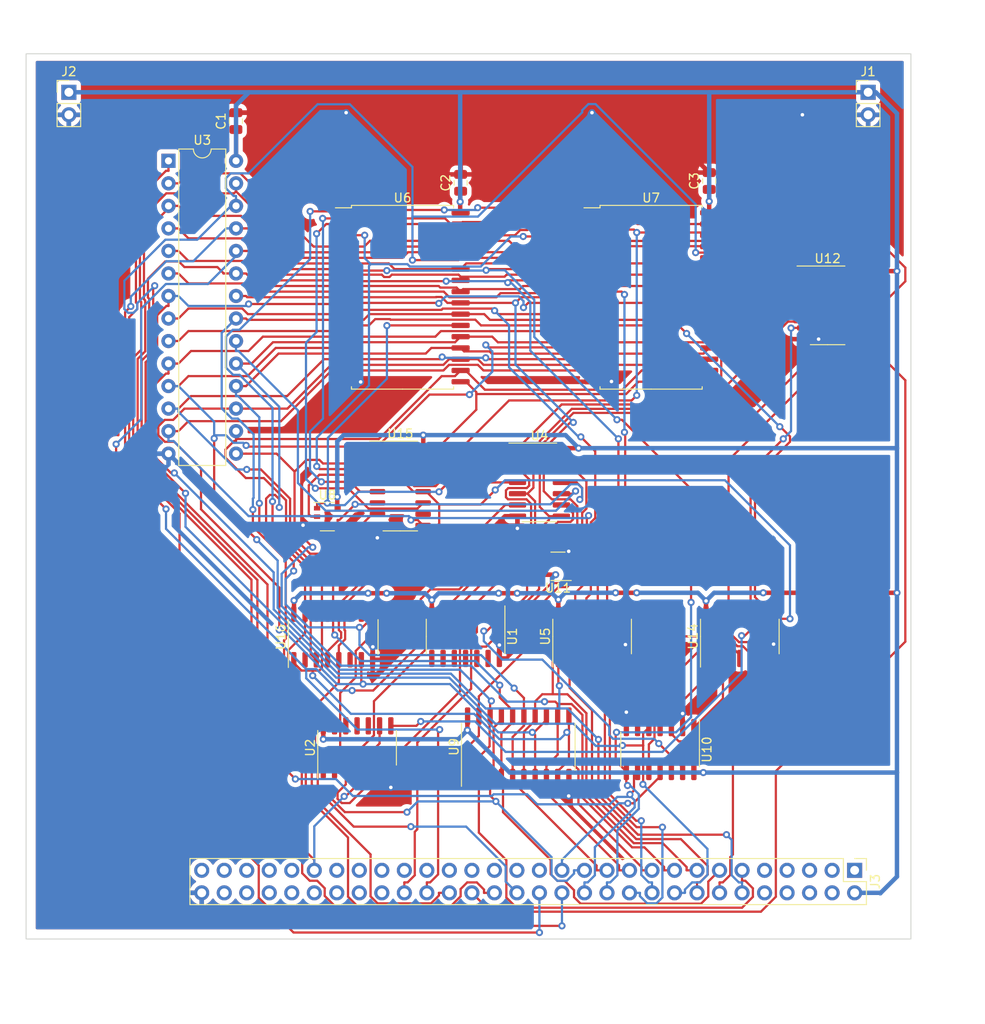
<source format=kicad_pcb>
(kicad_pcb (version 20211014) (generator pcbnew)
  (layers (0 "F.Cu" signal) (31 "B.Cu" signal) (34 "B.Paste" user) (35 "F.Paste" user) (36 "B.SilkS" user "B.Silkscreen") (37 "F.SilkS" user "F.Silkscreen") (38 "B.Mask" user) (39 "F.Mask" user) (44 "Edge.Cuts" user))
  (net 0 "")
  (net 1 "+5V")
  (net 2 "GND")
  (net 4 "Clock24")
  (net 5 "Clock3")
  (net 7 "Clock6")
  (net 8 "~{E}")
  (net 9 "E")
  (net 10 "~{Q}")
  (net 11 "Q")
  (net 12 "D0")
  (net 13 "A0")
  (net 14 "D1")
  (net 15 "A1")
  (net 16 "D2")
  (net 17 "A2")
  (net 18 "D3")
  (net 19 "A3")
  (net 20 "D4")
  (net 21 "A4")
  (net 22 "D5")
  (net 23 "A5")
  (net 24 "D6")
  (net 25 "A6")
  (net 26 "D7")
  (net 27 "A7")
  (net 28 "MAPPED_MEM")
  (net 29 "A8")
  (net 30 "ROM{slash}~{RAM}")
  (net 31 "A9")
  (net 32 "Q1")
  (net 33 "A10")
  (net 34 "Q2")
  (net 35 "A11")
  (net 36 "Q3")
  (net 37 "A12")
  (net 38 "Q4")
  (net 39 "A13")
  (net 40 "Q5")
  (net 41 "A14")
  (net 42 "Q6")
  (net 43 "A15")
  (net 44 "Q7")
  (net 46 "Q8")
  (net 47 "~{RESET}")
  (net 48 "~{DMA}")
  (net 49 "~{NMI}")
  (net 50 "R{slash}~{W}")
  (net 51 "~{FIRQ}")
  (net 52 "~{HALT}")
  (net 53 "~{IRQ}")
  (net 55 "BA")
  (net 56 "MRDY")
  (net 57 "BS")
  (net 61 "~{ROM}{slash}RAM")
  (net 62 "~{RAM}")
  (net 63 "P5")
  (net 64 "Net-(U2-Pad2)")
  (net 65 "Net-(U1-Pad1)")
  (net 66 "Net-(U14-Pad9)")
  (net 67 "Net-(U3-Pad20)")
  (net 68 "~{OE}")
  (net 69 "~{CE1}")
  (net 70 "~{BS}")
  (net 71 "~{CE0}")
  (net 72 "Net-(U4-Pad11)")
  (net 73 "~{OEa}")
  (net 74 "P4")
  (net 75 "P2")
  (net 76 "P0")
  (net 77 "P3")
  (net 78 "P1")
  (net 79 "Net-(U10-Pad1)")
  (net 80 "Net-(U10-Pad4)")
  (net 81 "Net-(U10-Pad10)")
  (net 82 "Net-(U1-Pad4)")
  (net 83 "Net-(U10-Pad13)")
  (net 84 "Net-(U5-Pad3)")
  (net 85 "Net-(U12-Pad6)")
  (net 86 "Net-(U12-Pad8)")
  (net 87 "Net-(U14-Pad5)")
  (net 88 "Net-(U14-Pad13)")
  (net 89 "REGISTER")
  (net 97 "P6")
  (net 98 "P7")
  (footprint "Package_SO:SO-14_3.9x8.65mm_P1.27mm" (layer "F.Cu") (at 88.7984 92.456 90)
    (fp_text reference "U5")
    (fp_text value "74HC08")
  )
  (footprint "Package_SO:SO-14_3.9x8.65mm_P1.27mm" (layer "F.Cu") (at 115.3668 55.118)
    (fp_text reference "U12")
    (fp_text value "74HC21")
  )
  (footprint "Package_SO:TSOP-5_1.65x3.05mm_P0.95mm" (layer "F.Cu") (at 84.9467 84.5427 180)
    (fp_text reference "U11")
    (fp_text value "74AHC1G08")
  )
  (footprint "Package_SO:SO-14_3.9x8.65mm_P1.27mm" (layer "F.Cu") (at 105.4608 92.456 90)
    (fp_text reference "U14")
    (fp_text value "74HC21")
  )
  (footprint "Package_SO:SSOP-32_11.305x20.495mm_P1.27mm" (layer "F.Cu") (at 95.4532 54.2036)
    (fp_text reference "U7")
    (fp_text value "AS6C4008-55PCN")
  )
  (footprint "Package_SO:SSOP-32_11.305x20.495mm_P1.27mm" (layer "F.Cu") (at 67.4116 54.2036)
    (fp_text reference "U6")
    (fp_text value "AS6C4008-55PCN")
  )
  (footprint "Package_SO:TSOP-5_1.65x3.05mm_P0.95mm" (layer "F.Cu") (at 58.928 78.9432)
    (fp_text reference "U8")
    (fp_text value "74AHC1G86")
  )
  (footprint "Connector_PinHeader_2.54mm:PinHeader_1x02_P2.54mm_Vertical" (layer "F.Cu") (at 29.7688 31.0896)
    (fp_text reference "J2")
    (fp_text value "Conn_01x02_Male")
  )
  (footprint "Connector_PinHeader_2.54mm:PinHeader_1x02_P2.54mm_Vertical" (layer "F.Cu") (at 119.9388 31.0896)
    (fp_text reference "J1")
    (fp_text value "Conn_01x02_Male")
  )
  (footprint "Package_SO:SO-20_5.3x12.6mm_P1.27mm" (layer "F.Cu") (at 80.4672 104.902 90)
    (fp_text reference "U9")
    (fp_text value "74LS244")
  )
  (footprint "Package_SO:SO-14_3.9x8.65mm_P1.27mm" (layer "F.Cu") (at 74.5236 92.456 -90)
    (fp_text reference "U1")
    (fp_text value "74HC00")
  )
  (footprint "Capacitor_SMD:C_0805_2012Metric" (layer "F.Cu") (at 48.6156 34.3408 90)
    (fp_text reference "C1")
    (fp_text value "1uF")
  )
  (footprint "Capacitor_SMD:C_0805_2012Metric" (layer "F.Cu") (at 73.9648 41.3004 90)
    (fp_text reference "C2")
    (fp_text value "1uF")
  )
  (footprint "Package_SO:SO-14_3.9x8.65mm_P1.27mm" (layer "F.Cu") (at 62.2808 105.0036 90)
    (fp_text reference "U2")
    (fp_text value "74HC04")
  )
  (footprint "Package_SO:SO-16_3.9x9.9mm_P1.27mm" (layer "F.Cu") (at 67.1576 75.4888)
    (fp_text reference "U15")
    (fp_text value "74HC375")
  )
  (footprint "Capacitor_SMD:C_0805_2012Metric" (layer "F.Cu") (at 102.0064 41.0972 90)
    (fp_text reference "C3")
    (fp_text value "1uF")
  )
  (footprint "Package_SO:SO-14_3.9x8.65mm_P1.27mm" (layer "F.Cu") (at 96.4692 105.2068 -90)
    (fp_text reference "U10")
    (fp_text value "74HC02")
  )
  (footprint "Connector_PinHeader_2.54mm:PinHeader_2x30_P2.54mm_Vertical" (layer "F.Cu") (at 118.4148 118.8212 -90)
    (fp_text reference "J3")
    (fp_text value "Conn_02x30_Odd_Even")
  )
  (footprint "Package_SO:SO-14_3.9x8.65mm_P1.27mm" (layer "F.Cu") (at 82.8548 75.0824)
    (fp_text reference "U4")
    (fp_text value "74HC02")
  )
  (footprint "Package_SO:SO-16_3.9x9.9mm_P1.27mm" (layer "F.Cu") (at 59.5884 92.5068 90)
    (fp_text reference "U16")
    (fp_text value "74HC375")
  )
  (footprint "Package_DIP:DIP-28_W7.62mm" (layer "F.Cu") (at 41.0056 38.8212)
    (fp_text reference "U3")
    (fp_text value "UM61256FK")
  )
  (gr_rect locked (start 24.9428 26.7478) (end 124.7648 126.5698) (layer "Edge.Cuts") (width 0.1) (fill none))
  (segment (start 73.914 42.3012) (end 73.9648 42.2504) (width 0.5) (layer "F.Cu") (net 1))
  (segment (start 70.7136 88.3412) (end 70.7136 89.981) (width 0.5) (layer "F.Cu") (net 1))
  (segment (start 48.6256 38.8212) (end 48.6256 35.3008) (width 0.5) (layer "F.Cu") (net 1))
  (segment (start 60.0456 76.708) (end 60.0456 77.9508) (width 0.5) (layer "F.Cu") (net 1))
  (segment (start 101.6508 89.981) (end 101.651 89.9808) (width 0.5) (layer "F.Cu") (net 1))
  (segment (start 101.651 89.9808) (end 101.651 89.2119) (width 0.5) (layer "F.Cu") (net 1))
  (segment (start 74.7268 101.465) (end 74.7522 101.44) (width 0.5) (layer "F.Cu") (net 1))
  (segment (start 69.7484 69.7484) (end 69.7484 71.028) (width 0.5) (layer "F.Cu") (net 1))
  (segment (start 84.9884 88.2904) (end 84.9884 89.981) (width 0.5) (layer "F.Cu") (net 1))
  (segment (start 102.006 42.0476) (end 102.006 42.7152) (width 0.5) (layer "F.Cu") (net 1))
  (segment (start 74.7268 103.022) (end 74.7268 101.465) (width 0.5) (layer "F.Cu") (net 1))
  (segment (start 60.0456 77.9508) (end 60.088 77.9932) (width 0.5) (layer "F.Cu") (net 1))
  (segment (start 117.8545 51.2953) (end 117.8418 51.308) (width 0.5) (layer "F.Cu") (net 1))
  (segment (start 84.6823 85.4879) (end 83.7916 85.4879) (width 0.5) (layer "F.Cu") (net 1))
  (segment (start 74.7522 101.4395) (end 74.7522 101.44) (width 0.5) (layer "F.Cu") (net 1))
  (segment (start 102.003 44.6784) (end 102.003 44.6783) (width 0.5) (layer "F.Cu") (net 1))
  (segment (start 100.395 107.798) (end 100.279 107.682) (width 0.5) (layer "F.Cu") (net 1))
  (segment (start 102.006 44.6754) (end 102.004 44.677) (width 0.5) (layer "F.Cu") (net 1))
  (segment (start 73.914 43.434) (end 73.914 44.631) (width 0.5) (layer "F.Cu") (net 1))
  (segment (start 87.2744 71.2216) (end 85.3806 71.2216) (width 0.5) (layer "F.Cu") (net 1))
  (segment (start 102.006 43.3832) (end 102.006 44.6754) (width 0.5) (layer "F.Cu") (net 1))
  (segment (start 117.893 51.2572) (end 117.868 51.2826) (width 0.5) (layer "F.Cu") (net 1))
  (segment (start 117.8545 51.2953) (end 117.842 51.308) (width 0.5) (layer "F.Cu") (net 1))
  (segment (start 117.868 51.2826) (end 117.867 51.2826) (width 0.5) (layer "F.Cu") (net 1))
  (segment (start 55.1688 88.392) (end 55.1688 89.9064) (width 0.5) (layer "F.Cu") (net 1))
  (segment (start 73.914 44.631) (end 73.9616 44.6786) (width 0.5) (layer "F.Cu") (net 1))
  (segment (start 101.346 107.798) (end 100.395 107.798) (width 0.5) (layer "F.Cu") (net 1))
  (segment (start 123.19 87.5284) (end 108.102 87.5284) (width 0.5) (layer "F.Cu") (net 1))
  (segment (start 102.0064 42.0472) (end 102.006 42.0476) (width 0.5) (layer "F.Cu") (net 1))
  (segment (start 102.003 44.6786) (end 102.003 44.6784) (width 0.5) (layer "F.Cu") (net 1))
  (segment (start 117.867 51.2826) (end 117.8545 51.2953) (width 0.5) (layer "F.Cu") (net 1))
  (segment (start 101.651 88.4428) (end 101.651 89.2119) (width 0.5) (layer "F.Cu") (net 1))
  (segment (start 85.3806 71.2216) (end 85.3298 71.2724) (width 0.5) (layer "F.Cu") (net 1))
  (segment (start 102.003 44.6783) (end 102.004 44.677) (width 0.5) (layer "F.Cu") (net 1))
  (segment (start 73.914 43.434) (end 73.914 42.3012) (width 0.5) (layer "F.Cu") (net 1))
  (segment (start 93.8276 87.5284) (end 91.44 87.5284) (width 0.5) (layer "F.Cu") (net 1))
  (segment (start 102.006 43.3832) (end 102.006 42.7152) (width 0.5) (layer "F.Cu") (net 1))
  (segment (start 55.1688 89.9064) (end 55.1434 89.9318) (width 0.5) (layer "F.Cu") (net 1))
  (segment (start 102.004 44.677) (end 102.003 44.6786) (width 0.5) (layer "F.Cu") (net 1))
  (segment (start 83.7916 85.4879) (end 83.7867 85.4927) (width 0.5) (layer "F.Cu") (net 1))
  (segment (start 58.4708 102.5286) (end 58.4708 102.529) (width 0.5) (layer "F.Cu") (net 1))
  (segment (start 123.19 51.2572) (end 117.893 51.2572) (width 0.5) (layer "F.Cu") (net 1))
  (segment (start 117.842 51.308) (end 117.868 51.2826) (width 0.5) (layer "F.Cu") (net 1))
  (segment (start 48.6256 35.3008) (end 48.6156 35.2908) (width 0.5) (layer "F.Cu") (net 1))
  (segment (start 58.4708 104.038) (end 58.4708 102.529) (width 0.5) (layer "F.Cu") (net 1))
  (segment (start 80.3483 87.5792) (end 78.2493 87.5792) (width 0.5) (layer "F.Cu") (net 1))
  (segment (start 102.003 44.6784) (end 102.0032 44.6786) (width 0.5) (layer "F.Cu") (net 1))
  (segment (start 69.7484 71.028) (end 69.7326 71.0438) (width 0.5) (layer "F.Cu") (net 1))
  (segment (start 100.2792 107.6818) (end 100.279 107.682) (width 0.5) (layer "F.Cu") (net 1))
  (segment (start 65.6163 87.5792) (end 63.5173 87.5792) (width 0.5) (layer "F.Cu") (net 1))
  (via (at 65.6163 87.5792) (size 0.8) (drill 0.4) (layers "F.Cu" "B.Cu") (net 1))
  (via (at 93.8276 87.5284) (size 0.8) (drill 0.4) (layers "F.Cu" "B.Cu") (net 1))
  (via (at 74.7268 103.022) (size 0.8) (drill 0.4) (layers "F.Cu" "B.Cu") (net 1))
  (via (at 78.2493 87.5792) (size 0.8) (drill 0.4) (layers "F.Cu" "B.Cu") (net 1))
  (via (at 80.3483 87.5792) (size 0.8) (drill 0.4) (layers "F.Cu" "B.Cu") (net 1))
  (via (at 102.006 43.3832) (size 0.8) (drill 0.4) (layers "F.Cu" "B.Cu") (net 1))
  (via (at 84.9884 88.2904) (size 0.8) (drill 0.4) (layers "F.Cu" "B.Cu") (net 1))
  (via (at 123.19 51.2572) (size 0.8) (drill 0.4) (layers "F.Cu" "B.Cu") (net 1))
  (via (at 70.7136 88.3412) (size 0.8) (drill 0.4) (layers "F.Cu" "B.Cu") (net 1))
  (via (at 101.651 88.4428) (size 0.8) (drill 0.4) (layers "F.Cu" "B.Cu") (net 1))
  (via (at 101.346 107.798) (size 0.8) (drill 0.4) (layers "F.Cu" "B.Cu") (net 1))
  (via (at 73.914 43.434) (size 0.8) (drill 0.4) (layers "F.Cu" "B.Cu") (net 1))
  (via (at 87.2744 71.2216) (size 0.8) (drill 0.4) (layers "F.Cu" "B.Cu") (net 1))
  (via (at 58.4708 104.038) (size 0.8) (drill 0.4) (layers "F.Cu" "B.Cu") (net 1))
  (via (at 63.5173 87.5792) (size 0.8) (drill 0.4) (layers "F.Cu" "B.Cu") (net 1))
  (via (at 55.1688 88.392) (size 0.8) (drill 0.4) (layers "F.Cu" "B.Cu") (net 1))
  (via (at 123.19 87.5284) (size 0.8) (drill 0.4) (layers "F.Cu" "B.Cu") (net 1))
  (via (at 108.102 87.5284) (size 0.8) (drill 0.4) (layers "F.Cu" "B.Cu") (net 1))
  (via (at 84.6823 85.4879) (size 0.8) (drill 0.4) (layers "F.Cu" "B.Cu") (net 1))
  (via (at 60.0456 76.708) (size 0.8) (drill 0.4) (layers "F.Cu" "B.Cu") (net 1))
  (via (at 69.7484 69.7484) (size 0.8) (drill 0.4) (layers "F.Cu" "B.Cu") (net 1))
  (via (at 91.44 87.5284) (size 0.8) (drill 0.4) (layers "F.Cu" "B.Cu") (net 1))
  (segment (start 108.102 87.5284) (end 102.565 87.5284) (width 0.5) (layer "B.Cu") (net 1))
  (segment (start 123.19 119.532) (end 121.31 121.412) (width 0.5) (layer "B.Cu") (net 1))
  (segment (start 70.7136 88.3412) (end 69.9516 87.5792) (width 0.5) (layer "B.Cu") (net 1))
  (segment (start 119.9388 31.0896) (end 120.802 31.0896) (width 0.5) (layer "B.Cu") (net 1))
  (segment (start 69.7484 69.7484) (end 60.7568 69.7484) (width 0.5) (layer "B.Cu") (net 1))
  (segment (start 123.19 33.4772) (end 123.19 51.2572) (width 0.5) (layer "B.Cu") (net 1))
  (segment (start 78.2493 87.5792) (end 71.4756 87.5792) (width 0.5) (layer "B.Cu") (net 1))
  (segment (start 102.006 31.0896) (end 102.006 43.3832) (width 0.5) (layer "B.Cu") (net 1))
  (segment (start 91.44 87.5284) (end 85.7504 87.5284) (width 0.5) (layer "B.Cu") (net 1))
  (segment (start 58.4708 104.038) (end 73.7108 104.038) (width 0.5) (layer "B.Cu") (net 1))
  (segment (start 123.19 87.5284) (end 123.19 107.798) (width 0.5) (layer "B.Cu") (net 1))
  (segment (start 120.802 31.0896) (end 123.19 33.4772) (width 0.5) (layer "B.Cu") (net 1))
  (segment (start 118.4148 121.3612) (end 118.415 121.361) (width 0.5) (layer "B.Cu") (net 1))
  (segment (start 50.0888 31.0896) (end 73.914 31.0896) (width 0.5) (layer "B.Cu") (net 1))
  (segment (start 55.9816 87.5792) (end 55.1688 88.392) (width 0.5) (layer "B.Cu") (net 1))
  (segment (start 48.6256 32.5528) (end 48.6256 38.8212) (width 0.5) (layer "B.Cu") (net 1))
  (segment (start 87.2744 71.2216) (end 85.8012 69.7484) (width 0.5) (layer "B.Cu") (net 1))
  (segment (start 100.736 87.5284) (end 93.8276 87.5284) (width 0.5) (layer "B.Cu") (net 1))
  (segment (start 85.8012 69.7484) (end 69.7484 69.7484) (width 0.5) (layer "B.Cu") (net 1))
  (segment (start 63.5173 87.5792) (end 55.9816 87.5792) (width 0.5) (layer "B.Cu") (net 1))
  (segment (start 123.19 107.798) (end 123.19 119.532) (width 0.5) (layer "B.Cu") (net 1))
  (segment (start 60.0456 70.4596) (end 60.0456 76.708) (width 0.5) (layer "B.Cu") (net 1))
  (segment (start 121.31 121.412) (end 121.26 121.361) (width 0.5) (layer "B.Cu") (net 1))
  (segment (start 101.651 88.4428) (end 100.736 87.5284) (width 0.5) (layer "B.Cu") (net 1))
  (segment (start 123.19 51.2572) (end 123.19 71.2216) (width 0.5) (layer "B.Cu") (net 1))
  (segment (start 121.26 121.361) (end 118.415 121.361) (width 0.5) (layer "B.Cu") (net 1))
  (segment (start 102.565 87.5284) (end 101.651 88.4428) (width 0.5) (layer "B.Cu") (net 1))
  (segment (start 123.19 107.798) (end 101.346 107.798) (width 0.5) (layer "B.Cu") (net 1))
  (segment (start 71.4756 87.5792) (end 70.7136 88.3412) (width 0.5) (layer "B.Cu") (net 1))
  (segment (start 101.346 107.798) (end 79.502 107.798) (width 0.5) (layer "B.Cu") (net 1))
  (segment (start 84.2772 87.5792) (end 84.2772 85.893) (width 0.5) (layer "B.Cu") (net 1))
  (segment (start 50.0888 31.0896) (end 48.6256 32.5528) (width 0.5) (layer "B.Cu") (net 1))
  (segment (start 85.7504 87.5284) (end 84.9884 88.2904) (width 0.5) (layer "B.Cu") (net 1))
  (segment (start 84.2772 85.893) (end 84.6823 85.4879) (width 0.5) (layer "B.Cu") (net 1))
  (segment (start 69.9516 87.5792) (end 65.6163 87.5792) (width 0.5) (layer "B.Cu") (net 1))
  (segment (start 84.2772 87.5792) (end 80.3483 87.5792) (width 0.5) (layer "B.Cu") (net 1))
  (segment (start 73.914 31.0896) (end 73.914 43.434) (width 0.5) (layer "B.Cu") (net 1))
  (segment (start 79.502 107.798) (end 74.7268 103.022) (width 0.5) (layer "B.Cu") (net 1))
  (segment (start 123.19 71.2216) (end 87.2744 71.2216) (width 0.5) (layer "B.Cu") (net 1))
  (segment (start 60.7568 69.7484) (end 60.0456 70.4596) (width 0.5) (layer "B.Cu") (net 1))
  (segment (start 123.19 71.2216) (end 123.19 87.5284) (width 0.5) (layer "B.Cu") (net 1))
  (segment (start 102.006 31.0896) (end 119.9388 31.0896) (width 0.5) (layer "B.Cu") (net 1))
  (segment (start 84.9884 88.2904) (end 84.2772 87.5792) (width 0.5) (layer "B.Cu") (net 1))
  (segment (start 73.914 31.0896) (end 102.006 31.0896) (width 0.5) (layer "B.Cu") (net 1))
  (segment (start 73.7108 104.038) (end 74.7268 103.022) (width 0.5) (layer "B.Cu") (net 1))
  (segment (start 29.7688 31.0896) (end 50.0888 31.0896) (width 0.5) (layer "B.Cu") (net 1))
  (segment (start 109.271 94.5282) (end 109.2708 94.5284) (width 0.5) (layer "F.Cu") (net 2))
  (segment (start 66.0908 109.474) (end 66.0908 107.479) (width 0.5) (layer "F.Cu") (net 2))
  (segment (start 112.892 58.928) (end 112.8918 58.928) (width 0.5) (layer "F.Cu") (net 2))
  (segment (start 102.0064 40.1472) (end 102.006 40.1472) (width 0.5) (layer "F.Cu") (net 2))
  (segment (start 109.271 94.1253) (end 109.271 94.1255) (width 0.5) (layer "F.Cu") (net 2))
  (segment (start 64.0588 93.6244) (end 64.0588 95.0564) (width 0.5) (layer "F.Cu") (net 2))
  (segment (start 109.2708 94.5284) (end 109.2708 94.931) (width 0.5) (layer "F.Cu") (net 2))
  (segment (start 88.7832 33.3908) (end 95.25 33.3908) (width 0.5) (layer "F.Cu") (net 2))
  (segment (start 88.9286 63.7032) (end 88.9032 63.7286) (width 0.5) (layer "F.Cu") (net 2))
  (segment (start 99.0092 102.7318) (end 99.0092 102.732) (width 0.5) (layer "F.Cu") (net 2))
  (segment (start 92.5576 93.3704) (end 92.5576 94.8802) (width 0.5) (layer "F.Cu") (net 2))
  (segment (start 78.3336 93.4212) (end 78.3336 94.931) (width 0.5) (layer "F.Cu") (net 2))
  (segment (start 66.0908 107.4786) (end 66.0908 107.479) (width 0.5) (layer "F.Cu") (net 2))
  (segment (start 56.1848 79.9084) (end 57.7528 79.9084) (width 0.5) (layer "F.Cu") (net 2))
  (segment (start 74.1528 33.3908) (end 88.7832 33.3908) (width 0.5) (layer "F.Cu") (net 2))
  (segment (start 62.6872 63.754) (end 60.887 63.754) (width 0.5) (layer "F.Cu") (net 2))
  (segment (start 73.9648 33.5788) (end 74.1528 33.3908) (width 0.5) (layer "F.Cu") (net 2))
  (segment (start 48.6156 33.3908) (end 61.0464 33.3908) (width 0.5) (layer "F.Cu") (net 2))
  (segment (start 86.1582 83.5413) (end 86.1067 83.5927) (width 0.5) (layer "F.Cu") (net 2))
  (segment (start 95.25 33.3908) (end 95.4888 33.6296) (width 0.5) (layer "F.Cu") (net 2))
  (segment (start 92.5576 94.8802) (end 92.6084 94.931) (width 0.5) (layer "F.Cu") (net 2))
  (segment (start 57.7528 79.9084) (end 57.768 79.8932) (width 0.5) (layer "F.Cu") (net 2))
  (segment (start 64.5668 81.3308) (end 64.5668 79.9496) (width 0.5) (layer "F.Cu") (net 2))
  (segment (start 98.6282 36.769) (end 98.628 36.769) (width 0.5) (layer "F.Cu") (net 2))
  (segment (start 86.1568 108.39) (end 86.1822 108.364) (width 0.5) (layer "F.Cu") (net 2))
  (segment (start 29.7688 33.6296) (end 48.3768 33.6296) (width 0.5) (layer "F.Cu") (net 2))
  (segment (start 114.351 58.928) (end 112.892 58.928) (width 0.5) (layer "F.Cu") (net 2))
  (segment (start 48.3768 33.6296) (end 48.6156 33.3908) (width 0.5) (layer "F.Cu") (net 2))
  (segment (start 102.006 40.1472) (end 98.6282 36.769) (width 0.5) (layer "F.Cu") (net 2))
  (segment (start 119.9388 33.6296) (end 119.939 33.6296) (width 0.5) (layer "F.Cu") (net 2))
  (segment (start 109.271 94.1255) (end 109.271 94.5282) (width 0.5) (layer "F.Cu") (net 2))
  (segment (start 92.6592 100.99) (end 92.6592 102.7318) (width 0.5) (layer "F.Cu") (net 2))
  (segment (start 86.1568 110.439) (end 86.1568 108.39) (width 0.5) (layer "F.Cu") (net 2))
  (segment (start 60.887 63.754) (end 60.8616 63.7286) (width 0.5) (layer "F.Cu") (net 2))
  (segment (start 73.9648 40.3504) (end 73.9648 33.5788) (width 0.5) (layer "F.Cu") (net 2))
  (segment (start 99.0092 101.143) (end 99.0092 102.7318) (width 0.5) (layer "F.Cu") (net 2))
  (segment (start 98.628 36.769) (end 102.006 40.1472) (width 0.5) (layer "F.Cu") (net 2))
  (segment (start 64.5668 79.9496) (end 64.5826 79.9338) (width 0.5) (layer "F.Cu") (net 2))
  (segment (start 95.25 33.3908) (end 98.628 36.769) (width 0.5) (layer "F.Cu") (net 2))
  (segment (start 95.4888 33.6296) (end 112.522 33.6296) (width 0.5) (layer "F.Cu") (net 2))
  (segment (start 92.6592 102.7318) (end 92.6592 102.732) (width 0.5) (layer "F.Cu") (net 2))
  (segment (start 90.9828 63.7032) (end 88.9286 63.7032) (width 0.5) (layer "F.Cu") (net 2))
  (segment (start 109.271 94.1253) (end 109.271 94.1255) (width 0.5) (layer "F.Cu") (net 2))
  (segment (start 109.271 94.1255) (end 109.271 94.5282) (width 0.5) (layer "F.Cu") (net 2))
  (segment (start 61.0464 33.3908) (end 74.1528 33.3908) (width 0.5) (layer "F.Cu") (net 2))
  (segment (start 109.271 93.3196) (end 109.271 94.1253) (width 0.5) (layer "F.Cu") (net 2))
  (segment (start 86.1822 108.3645) (end 86.1822 108.364) (width 0.5) (layer "F.Cu") (net 2))
  (segment (start 112.522 33.6296) (end 119.9388 33.6296) (width 0.5) (layer "F.Cu") (net 2))
  (segment (start 64.0588 95.0564) (end 64.0334 95.0818) (width 0.5) (layer "F.Cu") (net 2))
  (segment (start 80.3656 78.9066) (end 80.3798 78.8924) (width 0.5) (layer "F.Cu") (net 2))
  (segment (start 80.3656 80.264) (end 80.3656 78.9066) (width 0.5) (layer "F.Cu") (net 2))
  (segment (start 86.1582 82.8518) (end 86.1582 83.5413) (width 0.5) (layer "F.Cu") (net 2))
  (via (at 61.0464 33.3908) (size 0.8) (drill 0.4) (layers "F.Cu" "B.Cu") (net 2))
  (via (at 56.1848 79.9084) (size 0.8) (drill 0.4) (layers "F.Cu" "B.Cu") (net 2))
  (via (at 112.522 33.6296) (size 0.8) (drill 0.4) (layers "F.Cu" "B.Cu") (net 2))
  (via (at 92.6592 100.99) (size 0.8) (drill 0.4) (layers "F.Cu" "B.Cu") (net 2))
  (via (at 80.3656 80.264) (size 0.8) (drill 0.4) (layers "F.Cu" "B.Cu") (net 2))
  (via (at 90.9828 63.7032) (size 0.8) (drill 0.4) (layers "F.Cu" "B.Cu") (net 2))
  (via (at 88.7832 33.3908) (size 0.8) (drill 0.4) (layers "F.Cu" "B.Cu") (net 2))
  (via (at 92.5576 93.3704) (size 0.8) (drill 0.4) (layers "F.Cu" "B.Cu") (net 2))
  (via (at 99.0092 101.143) (size 0.8) (drill 0.4) (layers "F.Cu" "B.Cu") (net 2))
  (via (at 86.1568 110.439) (size 0.8) (drill 0.4) (layers "F.Cu" "B.Cu") (net 2))
  (via (at 64.0588 93.6244) (size 0.8) (drill 0.4) (layers "F.Cu" "B.Cu") (net 2))
  (via (at 64.5668 81.3308) (size 0.8) (drill 0.4) (layers "F.Cu" "B.Cu") (net 2))
  (via (at 78.3336 93.4212) (size 0.8) (drill 0.4) (layers "F.Cu" "B.Cu") (net 2))
  (via (at 109.271 93.3196) (size 0.8) (drill 0.4) (layers "F.Cu" "B.Cu") (net 2))
  (via (at 86.1582 82.8518) (size 0.8) (drill 0.4) (layers "F.Cu" "B.Cu") (net 2))
  (via (at 62.6872 63.754) (size 0.8) (drill 0.4) (layers "F.Cu" "B.Cu") (net 2))
  (via (at 114.351 58.928) (size 0.8) (drill 0.4) (layers "F.Cu" "B.Cu") (net 2))
  (via (at 66.0908 109.474) (size 0.8) (drill 0.4) (layers "F.Cu" "B.Cu") (net 2))
  (segment (start 64.5668 81.3308) (end 79.2988 81.3308) (width 0.5) (layer "B.Cu") (net 2))
  (segment (start 49.0728 79.9084) (end 56.1848 79.9084) (width 0.5) (layer "B.Cu") (net 2))
  (segment (start 98.8568 100.99) (end 99.0092 101.143) (width 0.5) (layer "B.Cu") (net 2))
  (segment (start 29.8296 71.8412) (end 29.7688 71.7804) (width 0.5) (layer "B.Cu") (net 2))
  (segment (start 29.7688 33.6296) (end 29.7688 71.7804) (width 0.5) (layer "B.Cu") (net 2))
  (segment (start 57.6072 81.3308) (end 64.5668 81.3308) (width 0.5) (layer "B.Cu") (net 2))
  (segment (start 86.1481 81.3308) (end 92.5576 81.3308) (width 0.5) (layer "B.Cu") (net 2))
  (segment (start 64.5668 93.1164) (end 64.0588 93.6244) (width 0.5) (layer "B.Cu") (net 2))
  (segment (start 29.7688 119.177) (end 31.9532 121.361) (width 0.5) (layer "B.Cu") (net 2))
  (segment (start 92.5576 81.3308) (end 109.169 81.3308) (width 0.5) (layer "B.Cu") (net 2))
  (segment (start 88.7832 33.3908) (end 88.7832 61.5036) (width 0.5) (layer "B.Cu") (net 2))
  (segment (start 44.7548 121.3612) (end 44.7546 121.361) (width 0.5) (layer "B.Cu") (net 2))
  (segment (start 92.5576 100.889) (end 92.6592 100.99) (width 0.5) (layer "B.Cu") (net 2))
  (segment (start 109.169 81.3308) (end 109.271 81.4324) (width 0.5) (layer "B.Cu") (net 2))
  (segment (start 66.0908 109.474) (end 85.1916 109.474) (width 0.5) (layer "B.Cu") (net 2))
  (segment (start 56.1848 79.9084) (end 57.6072 81.3308) (width 0.5) (layer "B.Cu") (net 2))
  (segment (start 64.008 107.391) (end 66.0908 109.474) (width 0.5) (layer "B.Cu") (net 2))
  (segment (start 41.0056 71.8412) (end 29.8296 71.8412) (width 0.5) (layer "B.Cu") (net 2))
  (segment (start 29.7688 107.391) (end 29.7688 119.177) (width 0.5) (layer "B.Cu") (net 2))
  (segment (start 92.6592 100.99) (end 98.8568 100.99) (width 0.5) (layer "B.Cu") (net 2))
  (segment (start 79.2988 81.3308) (end 79.2988 92.456) (width 0.5) (layer "B.Cu") (net 2))
  (segment (start 88.7832 61.5036) (end 90.9828 63.7032) (width 0.5) (layer "B.Cu") (net 2))
  (segment (start 109.271 81.4324) (end 109.271 93.3196) (width 0.5) (layer "B.Cu") (net 2))
  (segment (start 64.5668 81.3308) (end 64.5668 93.1164) (width 0.5) (layer "B.Cu") (net 2))
  (segment (start 41.0056 71.8412) (end 49.0728 79.9084) (width 0.5) (layer "B.Cu") (net 2))
  (segment (start 61.0464 62.1132) (end 62.6872 63.754) (width 0.5) (layer "B.Cu") (net 2))
  (segment (start 112.522 33.6296) (end 112.522 57.0992) (width 0.5) (layer "B.Cu") (net 2))
  (segment (start 92.5576 93.3704) (end 92.5576 100.889) (width 0.5) (layer "B.Cu") (net 2))
  (segment (start 85.1916 109.474) (end 86.1568 110.439) (width 0.5) (layer "B.Cu") (net 2))
  (segment (start 61.0464 33.3908) (end 61.0464 62.1132) (width 0.5) (layer "B.Cu") (net 2))
  (segment (start 29.7688 107.391) (end 64.008 107.391) (width 0.5) (layer "B.Cu") (net 2))
  (segment (start 86.1481 81.3308) (end 86.1481 82.8417) (width 0.5) (layer "B.Cu") (net 2))
  (segment (start 92.5576 81.3308) (end 92.5576 93.3704) (width 0.5) (layer "B.Cu") (net 2))
  (segment (start 112.522 57.0992) (end 114.351 58.928) (width 0.5) (layer "B.Cu") (net 2))
  (segment (start 79.2988 81.3308) (end 86.1481 81.3308) (width 0.5) (layer "B.Cu") (net 2))
  (segment (start 31.9532 121.361) (end 44.7546 121.361) (width 0.5) (layer "B.Cu") (net 2))
  (segment (start 86.1481 82.8417) (end 86.1582 82.8518) (width 0.5) (layer "B.Cu") (net 2))
  (segment (start 29.7688 71.7804) (end 29.7688 107.391) (width 0.5) (layer "B.Cu") (net 2))
  (segment (start 79.2988 81.3308) (end 80.3656 80.264) (width 0.5) (layer "B.Cu") (net 2))
  (segment (start 79.2988 92.456) (end 78.3336 93.4212) (width 0.5) (layer "B.Cu") (net 2))
  (segment (start 105.7148 119.9963) (end 106.08 119.9963) (width 0.25) (layer "F.Cu") (net 12))
  (segment (start 41.0056 64.2212) (end 42.1307 64.2212) (width 0.25) (layer "F.Cu") (net 12))
  (segment (start 77.2922 101.4395) (end 77.2922 99.8644) (width 0.25) (layer "F.Cu") (net 12))
  (segment (start 79.1238 121.8912) (end 79.1238 117.6729) (width 0.25) (layer "F.Cu") (net 12))
  (segment (start 76.0222 106.0461) (end 77.232 104.8363) (width 0.25) (layer "F.Cu") (net 12))
  (segment (start 80.2684 123.0358) (end 79.1238 121.8912) (width 0.25) (layer "F.Cu") (net 12))
  (segment (start 106.9338 121.8203) (end 105.7183 123.0358) (width 0.25) (layer "F.Cu") (net 12))
  (segment (start 88.9032 59.9186) (end 88.8431 59.8585) (width 0.25) (layer "F.Cu") (net 12))
  (segment (start 106.9338 120.8501) (end 106.9338 121.8203) (width 0.25) (layer "F.Cu") (net 12))
  (segment (start 42.1307 64.2212) (end 43.2558 63.0961) (width 0.25) (layer "F.Cu") (net 12))
  (segment (start 49.8957 71.0438) (end 49.765 70.9131) (width 0.25) (layer "F.Cu") (net 12))
  (segment (start 77.232 101.4997) (end 77.2922 101.4395) (width 0.25) (layer "F.Cu") (net 12))
  (segment (start 46.1585 70.1215) (end 46.1585 76.7285) (width 0.25) (layer "F.Cu") (net 12))
  (segment (start 43.2558 63.0961) (end 49.9248 63.0961) (width 0.25) (layer "F.Cu") (net 12))
  (segment (start 64.5826 71.0438) (end 70.4495 65.1769) (width 0.25) (layer "F.Cu") (net 12))
  (segment (start 76.0222 108.3645) (end 76.0222 106.0461) (width 0.25) (layer "F.Cu") (net 12))
  (segment (start 76.0222 114.5713) (end 76.0222 108.3645) (width 0.25) (layer "F.Cu") (net 12))
  (segment (start 64.5826 71.0438) (end 49.8957 71.0438) (width 0.25) (layer "F.Cu") (net 12))
  (segment (start 77.2922 99.8644) (end 77.4321 99.7245) (width 0.25) (layer "F.Cu") (net 12))
  (segment (start 88.8431 59.8585) (end 77.0782 59.8585) (width 0.25) (layer "F.Cu") (net 12))
  (segment (start 77.232 104.8363) (end 77.232 101.4997) (width 0.25) (layer "F.Cu") (net 12))
  (segment (start 70.4495 65.1769) (end 74.9624 65.1769) (width 0.25) (layer "F.Cu") (net 12))
  (segment (start 46.1585 76.7285) (end 50.9618 81.5318) (width 0.25) (layer "F.Cu") (net 12))
  (segment (start 53.1023 59.9186) (end 60.8616 59.9186) (width 0.25) (layer "F.Cu") (net 12))
  (segment (start 77.0782 59.8584) (end 76.8032 59.5834) (width 0.25) (layer "F.Cu") (net 12))
  (segment (start 79.1238 117.6729) (end 76.0222 114.5713) (width 0.25) (layer "F.Cu") (net 12))
  (segment (start 105.7148 118.8212) (end 105.7148 119.9963) (width 0.25) (layer "F.Cu") (net 12))
  (segment (start 106.08 119.9963) (end 106.9338 120.8501) (width 0.25) (layer "F.Cu") (net 12))
  (segment (start 49.9248 63.0961) (end 53.1023 59.9186) (width 0.25) (layer "F.Cu") (net 12))
  (segment (start 77.0782 59.8585) (end 77.0782 59.8584) (width 0.25) (layer "F.Cu") (net 12))
  (segment (start 105.7183 123.0358) (end 80.2684 123.0358) (width 0.25) (layer "F.Cu") (net 12))
  (via (at 46.1585 70.1215) (size 0.8) (drill 0.4) (layers "F.Cu" "B.Cu") (net 12))
  (via (at 50.9618 81.5318) (size 0.8) (drill 0.4) (layers "F.Cu" "B.Cu") (net 12))
  (via (at 77.4321 99.7245) (size 0.8) (drill 0.4) (layers "F.Cu" "B.Cu") (net 12))
  (via (at 76.8032 59.5834) (size 0.8) (drill 0.4) (layers "F.Cu" "B.Cu") (net 12))
  (via (at 49.765 70.9131) (size 0.8) (drill 0.4) (layers "F.Cu" "B.Cu") (net 12))
  (via (at 74.9624 65.1769) (size 0.8) (drill 0.4) (layers "F.Cu" "B.Cu") (net 12))
  (segment (start 77.4321 99.7245) (end 73.9059 96.1983) (width 0.25) (layer "B.Cu") (net 12))
  (segment (start 48.345409 70.612) (end 49.4639 70.612) (width 0.25) (layer "B.Cu") (net 12))
  (segment (start 42.1307 64.2212) (end 46.1585 68.249) (width 0.25) (layer "B.Cu") (net 12))
  (segment (start 53.3228 89.2123) (end 53.3228 83.8928) (width 0.25) (layer "B.Cu") (net 12))
  (segment (start 60.3088 96.1983) (end 53.3228 89.2123) (width 0.25) (layer "B.Cu") (net 12))
  (segment (start 77.5445 62.5948) (end 77.5445 60.3247) (width 0.25) (layer "B.Cu") (net 12))
  (segment (start 41.0056 64.2212) (end 42.1307 64.2212) (width 0.25) (layer "B.Cu") (net 12))
  (segment (start 53.3228 83.8928) (end 50.9618 81.5318) (width 0.25) (layer "B.Cu") (net 12))
  (segment (start 74.9624 65.1769) (end 77.5445 62.5948) (width 0.25) (layer "B.Cu") (net 12))
  (segment (start 77.5445 60.3247) (end 76.8032 59.5834) (width 0.25) (layer "B.Cu") (net 12))
  (segment (start 46.1585 68.249) (end 46.1585 69.7672) (width 0.25) (layer "B.Cu") (net 12))
  (segment (start 73.9059 96.1983) (end 60.3088 96.1983) (width 0.25) (layer "B.Cu") (net 12))
  (segment (start 49.4639 70.612) (end 49.765 70.9131) (width 0.25) (layer "B.Cu") (net 12))
  (segment (start 47.500609 69.7672) (end 48.345409 70.612) (width 0.25) (layer "B.Cu") (net 12))
  (segment (start 46.1585 69.7672) (end 46.1585 70.1215) (width 0.25) (layer "B.Cu") (net 12))
  (segment (start 46.1585 69.7672) (end 47.500609 69.7672) (width 0.25) (layer "B.Cu") (net 12))
  (segment (start 89.5119 104.0693) (end 89.5119 110.3483) (width 0.25) (layer "F.Cu") (net 13))
  (segment (start 43.5455 60.2664) (end 50.0355 60.2664) (width 0.25) (layer "F.Cu") (net 13))
  (segment (start 41.2862 74.0176) (end 41.6651 74.0176) (width 0.25) (layer "F.Cu") (net 13))
  (segment (start 88.2775 58.0229) (end 88.9032 58.6486) (width 0.25) (layer "F.Cu") (net 13))
  (segment (start 42.1307 61.6812) (end 43.5455 60.2664) (width 0.25) (layer "F.Cu") (net 13))
  (segment (start 51.6533 58.6486) (end 60.8616 58.6486) (width 0.25) (layer "F.Cu") (net 13))
  (segment (start 71.1116 58.6486) (end 71.7373 58.0229) (width 0.25) (layer "F.Cu") (net 13))
  (segment (start 41.3116 61.6812) (end 41.0056 61.6812) (width 0.25) (layer "F.Cu") (net 13))
  (segment (start 89.5119 110.3483) (end 93.9657 114.8021) (width 0.25) (layer "F.Cu") (net 13))
  (segment (start 41.0056 62.8063) (end 40.7243 62.8063) (width 0.25) (layer "F.Cu") (net 13))
  (segment (start 93.9657 114.8021) (end 103.9571 114.8021) (width 0.25) (layer "F.Cu") (net 13))
  (segment (start 60.8616 58.6486) (end 71.1116 58.6486) (width 0.25) (layer "F.Cu") (net 13))
  (segment (start 84.9884 97.8934) (end 85.1016 98.0066) (width 0.25) (layer "F.Cu") (net 13))
  (segment (start 41.0056 61.6812) (end 41.0056 62.8063) (width 0.25) (layer "F.Cu") (net 13))
  (segment (start 84.9884 94.931) (end 84.9884 97.8934) (width 0.25) (layer "F.Cu") (net 13))
  (segment (start 71.7373 58.0229) (end 88.2775 58.0229) (width 0.25) (layer "F.Cu") (net 13))
  (segment (start 40.7243 62.8063) (end 39.3559 64.1747) (width 0.25) (layer "F.Cu") (net 13))
  (segment (start 39.3559 64.1747) (end 39.3559 72.0873) (width 0.25) (layer "F.Cu") (net 13))
  (segment (start 50.0355 60.2664) (end 51.6533 58.6486) (width 0.25) (layer "F.Cu") (net 13))
  (segment (start 39.3559 72.0873) (end 41.2862 74.0176) (width 0.25) (layer "F.Cu") (net 13))
  (segment (start 41.3116 61.6812) (end 42.1307 61.6812) (width 0.25) (layer "F.Cu") (net 13))
  (via (at 89.5119 104.0693) (size 0.8) (drill 0.4) (layers "F.Cu" "B.Cu") (net 13))
  (via (at 103.9571 114.8021) (size 0.8) (drill 0.4) (layers "F.Cu" "B.Cu") (net 13))
  (via (at 41.6651 74.0176) (size 0.8) (drill 0.4) (layers "F.Cu" "B.Cu") (net 13))
  (via (at 85.1016 98.0066) (size 0.8) (drill 0.4) (layers "F.Cu" "B.Cu") (net 13))
  (segment (start 105.7148 120.1861) (end 105.3475 120.1861) (width 0.25) (layer "B.Cu") (net 13))
  (segment (start 60.1223 96.6484) (end 72.8643 96.6484) (width 0.25) (layer "B.Cu") (net 13))
  (segment (start 105.7148 121.3612) (end 105.7148 120.1861) (width 0.25) (layer "B.Cu") (net 13))
  (segment (start 41.6651 74.0176) (end 52.8727 85.2252) (width 0.25) (layer "B.Cu") (net 13))
  (segment (start 76.7899 100.574) (end 85.1016 100.574) (width 0.25) (layer "B.Cu") (net 13))
  (segment (start 105.3475 120.1861) (end 104.5397 119.3783) (width 0.25) (layer "B.Cu") (net 13))
  (segment (start 85.1016 100.574) (end 85.1016 98.0066) (width 0.25) (layer "B.Cu") (net 13))
  (segment (start 104.5397 119.3783) (end 104.5397 115.3847) (width 0.25) (layer "B.Cu") (net 13))
  (segment (start 85.1016 100.574) (end 86.0166 100.574) (width 0.25) (layer "B.Cu") (net 13))
  (segment (start 86.0166 100.574) (end 89.5119 104.0693) (width 0.25) (layer "B.Cu") (net 13))
  (segment (start 72.8643 96.6484) (end 76.7899 100.574) (width 0.25) (layer "B.Cu") (net 13))
  (segment (start 52.8727 85.2252) (end 52.8727 89.3988) (width 0.25) (layer "B.Cu") (net 13))
  (segment (start 52.8727 89.3988) (end 60.1223 96.6484) (width 0.25) (layer "B.Cu") (net 13))
  (segment (start 104.5397 115.3847) (end 103.9571 114.8021) (width 0.25) (layer "B.Cu") (net 13))
  (segment (start 78.747 108.5492) (end 78.5623 108.3645) (width 0.25) (layer "F.Cu") (net 14))
  (segment (start 59.579 83.1244) (end 59.579 83.0723) (width 0.25) (layer "F.Cu") (net 14))
  (segment (start 54.7227 80.8686) (end 56.9785 83.1244) (width 0.25) (layer "F.Cu") (net 14))
  (segment (start 79.8322 102.1162) (end 79.8322 101.4395) (width 0.25) (layer "F.Cu") (net 14))
  (segment (start 43.5455 65.3464) (end 54.3874 65.3464) (width 0.25) (layer "F.Cu") (net 14))
  (segment (start 101.9048 120.0912) (end 101.9048 121.7723) (width 0.25) (layer "F.Cu") (net 14))
  (segment (start 85.6941 119.9964) (end 84.8691 119.9964) (width 0.25) (layer "F.Cu") (net 14))
  (segment (start 84.8691 119.9964) (end 84.1248 119.2521) (width 0.25) (layer "F.Cu") (net 14))
  (segment (start 59.579 83.0723) (end 63.9875 78.6638) (width 0.25) (layer "F.Cu") (net 14))
  (segment (start 59.5792 92.1065) (end 59.7605 92.2878) (width 0.25) (layer "F.Cu") (net 14))
  (segment (start 71.8787 60.9404) (end 71.6305 61.1886) (width 0.25) (layer "F.Cu") (net 14))
  (segment (start 41.0056 66.7612) (end 42.1307 66.7612) (width 0.25) (layer "F.Cu") (net 14))
  (segment (start 101.9048 121.7723) (end 101.0915 122.5856) (width 0.25) (layer "F.Cu") (net 14))
  (segment (start 87.4967 122.5856) (end 86.7596 121.8485) (width 0.25) (layer "F.Cu") (net 14))
  (segment (start 49.836 73.625) (end 51.4307 73.625) (width 0.25) (layer "F.Cu") (net 14))
  (segment (start 63.9875 78.6638) (end 64.5826 78.6638) (width 0.25) (layer "F.Cu") (net 14))
  (segment (start 42.1307 66.7612) (end 43.5455 65.3464) (width 0.25) (layer "F.Cu") (net 14))
  (segment (start 71.6305 61.1886) (end 60.8616 61.1886) (width 0.25) (layer "F.Cu") (net 14))
  (segment (start 54.3874 65.3464) (end 58.5452 61.1886) (width 0.25) (layer "F.Cu") (net 14))
  (segment (start 78.5623 108.3645) (end 78.5623 103.3861) (width 0.25) (layer "F.Cu") (net 14))
  (segment (start 76.9516 61.1886) (end 76.7967 61.0337) (width 0.25) (layer "F.Cu") (net 14))
  (segment (start 88.9032 61.1886) (end 76.9516 61.1886) (width 0.25) (layer "F.Cu") (net 14))
  (segment (start 79.8322 100.7975) (end 78.3772 99.3425) (width 0.25) (layer "F.Cu") (net 14))
  (segment (start 78.5622 108.3645) (end 78.5623 108.3645) (width 0.25) (layer "F.Cu") (net 14))
  (segment (start 86.7596 121.8485) (end 86.7596 121.0619) (width 0.25) (layer "F.Cu") (net 14))
  (segment (start 84.1248 117.6459) (end 78.747 112.2681) (width 0.25) (layer "F.Cu") (net 14))
  (segment (start 79.8322 101.4395) (end 79.8322 100.7975) (width 0.25) (layer "F.Cu") (net 14))
  (segment (start 58.5452 61.1886) (end 60.8616 61.1886) (width 0.25) (layer "F.Cu") (net 14))
  (segment (start 54.7227 76.917) (end 54.7227 80.8686) (width 0.25) (layer "F.Cu") (net 14))
  (segment (start 84.1248 119.2521) (end 84.1248 117.6459) (width 0.25) (layer "F.Cu") (net 14))
  (segment (start 59.5792 83.1246) (end 59.5792 92.1065) (width 0.25) (layer "F.Cu") (net 14))
  (segment (start 78.747 112.2681) (end 78.747 108.5492) (width 0.25) (layer "F.Cu") (net 14))
  (segment (start 103.1748 118.8212) (end 101.9048 120.0912) (width 0.25) (layer "F.Cu") (net 14))
  (segment (start 78.5623 103.3861) (end 79.8322 102.1162) (width 0.25) (layer "F.Cu") (net 14))
  (segment (start 51.4307 73.625) (end 54.7227 76.917) (width 0.25) (layer "F.Cu") (net 14))
  (segment (start 86.7596 121.0619) (end 85.6941 119.9964) (width 0.25) (layer "F.Cu") (net 14))
  (segment (start 59.579 83.1244) (end 59.5792 83.1246) (width 0.25) (layer "F.Cu") (net 14))
  (segment (start 56.9785 83.1244) (end 59.579 83.1244) (width 0.25) (layer "F.Cu") (net 14))
  (segment (start 78.3772 99.3425) (end 78.3772 97.9454) (width 0.25) (layer "F.Cu") (net 14))
  (segment (start 101.0915 122.5856) (end 87.4967 122.5856) (width 0.25) (layer "F.Cu") (net 14))
  (via (at 76.7967 61.0337) (size 0.8) (drill 0.4) (layers "F.Cu" "B.Cu") (net 14))
  (via (at 59.7605 92.2878) (size 0.8) (drill 0.4) (layers "F.Cu" "B.Cu") (net 14))
  (via (at 49.836 73.625) (size 0.8) (drill 0.4) (layers "F.Cu" "B.Cu") (net 14))
  (via (at 78.3772 97.9454) (size 0.8) (drill 0.4) (layers "F.Cu" "B.Cu") (net 14))
  (via (at 71.8787 60.9404) (size 0.8) (drill 0.4) (layers "F.Cu" "B.Cu") (net 14))
  (segment (start 42.1307 66.7612) (end 42.1307 67.1191) (width 0.25) (layer "B.Cu") (net 14))
  (segment (start 75.6565 95.2247) (end 62.6974 95.2247) (width 0.25) (layer "B.Cu") (net 14))
  (segment (start 41.0056 66.7612) (end 42.1307 66.7612) (width 0.25) (layer "B.Cu") (net 14))
  (segment (start 78.3772 97.9454) (end 75.6565 95.2247) (width 0.25) (layer "B.Cu") (net 14))
  (segment (start 48.6366 73.625) (end 49.836 73.625) (width 0.25) (layer "B.Cu") (net 14))
  (segment (start 71.972 61.0337) (end 76.7967 61.0337) (width 0.25) (layer "B.Cu") (net 14))
  (segment (start 62.6974 95.2247) (end 59.7605 92.2878) (width 0.25) (layer "B.Cu") (net 14))
  (segment (start 71.8787 60.9404) (end 71.972 61.0337) (width 0.25) (layer "B.Cu") (net 14))
  (segment (start 42.1307 67.1191) (end 48.6366 73.625) (width 0.25) (layer "B.Cu") (net 14))
  (segment (start 75.6208 56.7344) (end 76.265 57.3786) (width 0.25) (layer "F.Cu") (net 15))
  (segment (start 110.2351 92.6467) (end 108.6358 91.0474) (width 0.25) (layer "F.Cu") (net 15))
  (segment (start 104.3879 119.3382) (end 104.3879 117.3314) (width 0.25) (layer "F.Cu") (net 15))
  (segment (start 104.6822 117.0371) (end 104.6822 104.5736) (width 0.25) (layer "F.Cu") (net 15))
  (segment (start 108.2762 88.5705) (end 107.7264 88.5705) (width 0.25) (layer "F.Cu") (net 15))
  (segment (start 41.0056 59.1412) (end 42.1307 59.1412) (width 0.25) (layer "F.Cu") (net 15))
  (segment (start 103.1748 121.3612) (end 103.1748 120.1861) (width 0.25) (layer "F.Cu") (net 15))
  (segment (start 43.2558 58.0161) (end 60.2241 58.0161) (width 0.25) (layer "F.Cu") (net 15))
  (segment (start 108.6358 91.0474) (end 108.6358 88.9301) (width 0.25) (layer "F.Cu") (net 15))
  (segment (start 65.9838 56.668) (end 66.0502 56.7344) (width 0.25) (layer "F.Cu") (net 15))
  (segment (start 103.54 120.1861) (end 104.3879 119.3382) (width 0.25) (layer "F.Cu") (net 15))
  (segment (start 104.6822 104.5736) (end 104.3879 104.2793) (width 0.25) (layer "F.Cu") (net 15))
  (segment (start 98.5459 57.3786) (end 88.9032 57.3786) (width 0.25) (layer "F.Cu") (net 15))
  (segment (start 111.126 69.9025) (end 110.026 68.8025) (width 0.25) (layer "F.Cu") (net 15))
  (segment (start 98.5753 104.2793) (end 104.3879 104.2793) (width 0.25) (layer "F.Cu") (net 15))
  (segment (start 107.7264 88.5705) (end 107.1768 88.0209) (width 0.25) (layer "F.Cu") (net 15))
  (segment (start 107.1768 88.0209) (end 107.1768 74.4451) (width 0.25) (layer "F.Cu") (net 15))
  (segment (start 60.2241 58.0161) (end 60.8616 57.3786) (width 0.25) (layer "F.Cu") (net 15))
  (segment (start 42.1307 59.1412) (end 43.2558 58.0161) (width 0.25) (layer "F.Cu") (net 15))
  (segment (start 97.7392 103.4432) (end 98.5753 104.2793) (width 0.25) (layer "F.Cu") (net 15))
  (segment (start 107.1768 74.4451) (end 111.126 70.4959) (width 0.25) (layer "F.Cu") (net 15))
  (segment (start 110.2351 98.4321) (end 110.2351 92.6467) (width 0.25) (layer "F.Cu") (net 15))
  (segment (start 104.3879 104.2793) (end 110.2351 98.4321) (width 0.25) (layer "F.Cu") (net 15))
  (segment (start 103.1748 120.1861) (end 103.54 120.1861) (width 0.25) (layer "F.Cu") (net 15))
  (segment (start 99.4577 58.2904) (end 98.5459 57.3786) (width 0.25) (layer "F.Cu") (net 15))
  (segment (start 97.7392 102.7318) (end 97.7392 103.4432) (width 0.25) (layer "F.Cu") (net 15))
  (segment (start 111.126 70.4959) (end 111.126 69.9025) (width 0.25) (layer "F.Cu") (net 15))
  (segment (start 64.3272 56.668) (end 65.9838 56.668) (width 0.25) (layer "F.Cu") (net 15))
  (segment (start 108.6358 88.9301) (end 108.2762 88.5705) (width 0.25) (layer "F.Cu") (net 15))
  (segment (start 60.8616 57.3786) (end 63.6166 57.3786) (width 0.25) (layer "F.Cu") (net 15))
  (segment (start 104.3879 117.3314) (end 104.6822 117.0371) (width 0.25) (layer "F.Cu") (net 15))
  (segment (start 110.026 68.8025) (end 109.9698 68.8025) (width 0.25) (layer "F.Cu") (net 15))
  (segment (start 76.265 57.3786) (end 88.9032 57.3786) (width 0.25) (layer "F.Cu") (net 15))
  (segment (start 63.6166 57.3786) (end 64.3272 56.668) (width 0.25) (layer "F.Cu") (net 15))
  (segment (start 66.0502 56.7344) (end 75.6208 56.7344) (width 0.25) (layer "F.Cu") (net 15))
  (via (at 99.4577 58.2904) (size 0.8) (drill 0.4) (layers "F.Cu" "B.Cu") (net 15))
  (via (at 109.9698 68.8025) (size 0.8) (drill 0.4) (layers "F.Cu" "B.Cu") (net 15))
  (segment (start 99.4577 58.2904) (end 109.9698 68.8025) (width 0.25) (layer "B.Cu") (net 15))
  (segment (start 82.3722 101.9222) (end 81.1022 103.1922) (width 0.25) (layer "F.Cu") (net 16))
  (segment (start 72.0228 62.4586) (end 72.6577 61.8237) (width 0.25) (layer "F.Cu") (net 16))
  (segment (start 82.3722 101.4395) (end 82.3722 101.9222) (width 0.25) (layer "F.Cu") (net 16))
  (segment (start 84.3575 93.8222) (end 84.3575 98.9704) (width 0.25) (layer "F.Cu") (net 16))
  (segment (start 88.2031 79.0186) (end 88.2031 86.2475) (width 0.25) (layer "F.Cu") (net 16))
  (segment (start 88.1545 110.4165) (end 93.4965 115.7585) (width 0.25) (layer "F.Cu") (net 16))
  (segment (start 88.2031 86.2475) (end 86.8934 87.5572) (width 0.25) (layer "F.Cu") (net 16))
  (segment (start 86.8934 91.2863) (end 84.3575 93.8222) (width 0.25) (layer "F.Cu") (net 16))
  (segment (start 75.9087 61.8237) (end 76.5436 62.4586) (width 0.25) (layer "F.Cu") (net 16))
  (segment (start 59.4116 62.4586) (end 60.8616 62.4586) (width 0.25) (layer "F.Cu") (net 16))
  (segment (start 83.1751 98.9704) (end 84.3575 98.9704) (width 0.25) (layer "F.Cu") (net 16))
  (segment (start 86.8934 87.5572) (end 86.8934 91.2863) (width 0.25) (layer "F.Cu") (net 16))
  (segment (start 72.6577 61.8237) (end 75.9087 61.8237) (width 0.25) (layer "F.Cu") (net 16))
  (segment (start 84.3575 98.9704) (end 86.0136 98.9704) (width 0.25) (layer "F.Cu") (net 16))
  (segment (start 82.3722 99.7733) (end 83.1751 98.9704) (width 0.25) (layer "F.Cu") (net 16))
  (segment (start 41.0056 69.3012) (end 42.1307 69.3012) (width 0.25) (layer "F.Cu") (net 16))
  (segment (start 43.2558 68.1761) (end 53.6941 68.1761) (width 0.25) (layer "F.Cu") (net 16))
  (segment (start 88.4035 78.8182) (end 88.2031 79.0186) (width 0.25) (layer "F.Cu") (net 16))
  (segment (start 69.1281 79.3293) (end 68.3578 79.3293) (width 0.25) (layer "F.Cu") (net 16))
  (segment (start 82.3722 101.4395) (end 82.3722 99.7733) (width 0.25) (layer "F.Cu") (net 16))
  (segment (start 86.0136 98.9704) (end 88.1545 101.1113) (width 0.25) (layer "F.Cu") (net 16))
  (segment (start 88.1545 101.1113) (end 88.1545 110.4165) (width 0.25) (layer "F.Cu") (net 16))
  (segment (start 81.1022 103.1922) (end 81.1022 108.3645) (width 0.25) (layer "F.Cu") (net 16))
  (segment (start 60.8616 62.4586) (end 72.0228 62.4586) (width 0.25) (layer "F.Cu") (net 16))
  (segment (start 100.6348 118.8212) (end 99.4597 118.8212) (width 0.25) (layer "F.Cu") (net 16))
  (segment (start 99.4597 118.454) (end 99.4597 118.8212) (width 0.25) (layer "F.Cu") (net 16))
  (segment (start 42.1307 69.3012) (end 43.2558 68.1761) (width 0.25) (layer "F.Cu") (net 16))
  (segment (start 76.5436 62.4586) (end 88.9032 62.4586) (width 0.25) (layer "F.Cu") (net 16))
  (segment (start 69.7326 79.9338) (end 69.1281 79.3293) (width 0.25) (layer "F.Cu") (net 16))
  (segment (start 93.4965 115.7585) (end 96.7642 115.7585) (width 0.25) (layer "F.Cu") (net 16))
  (segment (start 96.7642 115.7585) (end 99.4597 118.454) (width 0.25) (layer "F.Cu") (net 16))
  (segment (start 53.6941 68.1761) (end 59.4116 62.4586) (width 0.25) (layer "F.Cu") (net 16))
  (via (at 88.4035 78.8182) (size 0.8) (drill 0.4) (layers "F.Cu" "B.Cu") (net 16))
  (via (at 68.3578 79.3293) (size 0.8) (drill 0.4) (layers "F.Cu" "B.Cu") (net 16))
  (segment (start 88.1161 79.1056) (end 88.4035 78.8182) (width 0.25) (layer "B.Cu") (net 16))
  (segment (start 50.0448 78.8819) (end 68.1341 78.8819) (width 0.25) (layer "B.Cu") (net 16))
  (segment (start 41.0056 70.4263) (end 41.5892 70.4263) (width 0.25) (layer "B.Cu") (net 16))
  (segment (start 68.3578 79.1056) (end 88.1161 79.1056) (width 0.25) (layer "B.Cu") (net 16))
  (segment (start 41.0056 69.3012) (end 41.0056 70.4263) (width 0.25) (layer "B.Cu") (net 16))
  (segment (start 68.1341 78.8819) (end 68.3578 79.1056) (width 0.25) (layer "B.Cu") (net 16))
  (segment (start 41.5892 70.4263) (end 50.0448 78.8819) (width 0.25) (layer "B.Cu") (net 16))
  (segment (start 68.3578 79.1056) (end 68.3578 79.3293) (width 0.25) (layer "B.Cu") (net 16))
  (segment (start 86.2584 98.2425) (end 88.7868 100.7709) (width 0.25) (layer "F.Cu") (net 17))
  (segment (start 89.1515 71.5726) (end 89.1515 79.0956) (width 0.25) (layer "F.Cu") (net 17))
  (segment (start 100.6348 121.3612) (end 100.6348 120.1861) (width 0.25) (layer "F.Cu") (net 17))
  (segment (start 42.1307 56.6012) (end 43.2564 55.4755) (width 0.25) (layer "F.Cu") (net 17))
  (segment (start 98.8205 115.3084) (end 101.8395 118.3274) (width 0.25) (layer "F.Cu") (net 17))
  (segment (start 88.7868 110.3118) (end 93.7834 115.3084) (width 0.25) (layer "F.Cu") (net 17))
  (segment (start 88.1542 92.456) (end 86.2584 94.3518) (width 0.25) (layer "F.Cu") (net 17))
  (segment (start 88.7868 100.7709) (end 88.7868 110.3118) (width 0.25) (layer "F.Cu") (net 17))
  (segment (start 89.1515 79.0956) (end 88.6533 79.5938) (width 0.25) (layer "F.Cu") (net 17))
  (segment (start 78.1881 56.1086) (end 88.9032 56.1086) (width 0.25) (layer "F.Cu") (net 17))
  (segment (start 88.6533 87.6377) (end 88.1542 88.1368) (width 0.25) (layer "F.Cu") (net 17))
  (segment (start 61.3467 55.6235) (end 71.8048 55.6235) (width 0.25) (layer "F.Cu") (net 17))
  (segment (start 86.2584 94.931) (end 86.2584 98.2425) (width 0.25) (layer "F.Cu") (net 17))
  (segment (start 86.2584 94.3518) (end 86.2584 94.931) (width 0.25) (layer "F.Cu") (net 17))
  (segment (start 71.9455 55.4828) (end 77.5623 55.4828) (width 0.25) (layer "F.Cu") (net 17))
  (segment (start 49.3322 55.4755) (end 49.9653 56.1086) (width 0.25) (layer "F.Cu") (net 17))
  (segment (start 87.5277 69.9488) (end 89.1515 71.5726) (width 0.25) (layer "F.Cu") (net 17))
  (segment (start 77.5623 55.4828) (end 77.7969 55.7174) (width 0.25) (layer "F.Cu") (net 17))
  (segment (start 101.8395 118.3274) (end 101.8395 119.2947) (width 0.25) (layer "F.Cu") (net 17))
  (segment (start 60.8616 56.1086) (end 61.3467 55.6235) (width 0.25) (layer "F.Cu") (net 17))
  (segment (start 77.7969 55.7174) (end 78.1881 56.1086) (width 0.25) (layer "F.Cu") (net 17))
  (segment (start 93.7834 115.3084) (end 98.8205 115.3084) (width 0.25) (layer "F.Cu") (net 17))
  (segment (start 100.9481 120.1861) (end 100.6348 120.1861) (width 0.25) (layer "F.Cu") (net 17))
  (segment (start 43.2564 55.4755) (end 49.3322 55.4755) (width 0.25) (layer "F.Cu") (net 17))
  (segment (start 71.8048 55.6235) (end 71.9455 55.4828) (width 0.25) (layer "F.Cu") (net 17))
  (segment (start 101.8395 119.2947) (end 100.9481 120.1861) (width 0.25) (layer "F.Cu") (net 17))
  (segment (start 88.6533 79.5938) (end 88.6533 87.6377) (width 0.25) (layer "F.Cu") (net 17))
  (segment (start 49.9653 56.1086) (end 60.8616 56.1086) (width 0.25) (layer "F.Cu") (net 17))
  (segment (start 41.0056 56.6012) (end 42.1307 56.6012) (width 0.25) (layer "F.Cu") (net 17))
  (segment (start 88.1542 88.1368) (end 88.1542 92.456) (width 0.25) (layer "F.Cu") (net 17))
  (via (at 77.7969 55.7174) (size 0.8) (drill 0.4) (layers "F.Cu" "B.Cu") (net 17))
  (via (at 87.5277 69.9488) (size 0.8) (drill 0.4) (layers "F.Cu" "B.Cu") (net 17))
  (segment (start 87.5277 69.9488) (end 87.2738 69.9488) (width 0.25) (layer "B.Cu") (net 17))
  (segment (start 79.4297 62.1047) (end 79.4297 57.3502) (width 0.25) (layer "B.Cu") (net 17))
  (segment (start 79.4297 57.3502) (end 77.7969 55.7174) (width 0.25) (layer "B.Cu") (net 17))
  (segment (start 87.2738 69.9488) (end 79.4297 62.1047) (width 0.25) (layer "B.Cu") (net 17))
  (segment (start 69.0977 72.9487) (end 58.4402 72.9487) (width 0.25) (layer "F.Cu") (net 18))
  (segment (start 94.6987 116.233) (end 96.9197 118.454) (width 0.25) (layer "F.Cu") (net 18))
  (segment (start 86.4762 100.0696) (end 87.7043 101.2977) (width 0.25) (layer "F.Cu") (net 18))
  (segment (start 58.4402 72.9487) (end 58.0341 72.5426) (width 0.25) (layer "F.Cu") (net 18))
  (segment (start 98.0948 118.8212) (end 96.9197 118.8212) (width 0.25) (layer "F.Cu") (net 18))
  (segment (start 83.6422 107.0541) (end 83.6422 108.3645) (width 0.25) (layer "F.Cu") (net 18))
  (segment (start 75.7332 65.1197) (end 75.7332 64.901) (width 0.25) (layer "F.Cu") (net 18))
  (segment (start 96.9197 118.454) (end 96.9197 118.8212) (width 0.25) (layer "F.Cu") (net 18))
  (segment (start 84.9122 100.0696) (end 86.4762 100.0696) (width 0.25) (layer "F.Cu") (net 18))
  (segment (start 69.7326 72.3138) (end 70.2962 72.3138) (width 0.25) (layer "F.Cu") (net 18))
  (segment (start 84.9122 100.0696) (end 84.6465 99.8039) (width 0.25) (layer "F.Cu") (net 18))
  (segment (start 58.0341 72.5426) (end 56.5517 72.5426) (width 0.25) (layer "F.Cu") (net 18))
  (segment (start 75.7332 66.8768) (end 75.7332 65.1197) (width 0.25) (layer "F.Cu") (net 18))
  (segment (start 70.2962 72.3138) (end 75.7332 66.8768) (width 0.25) (layer "F.Cu") (net 18))
  (segment (start 93.3143 116.233) (end 94.6987 116.233) (width 0.25) (layer "F.Cu") (net 18))
  (segment (start 55.228 73.8663) (end 53.2029 71.8412) (width 0.25) (layer "F.Cu") (net 18))
  (segment (start 56.5517 72.5426) (end 55.228 73.8663) (width 0.25) (layer "F.Cu") (net 18))
  (segment (start 84.9122 101.4395) (end 84.9122 100.0696) (width 0.25) (layer "F.Cu") (net 18))
  (segment (start 84.6465 99.8039) (end 83.4311 99.8039) (width 0.25) (layer "F.Cu") (net 18))
  (segment (start 84.9122 101.4395) (end 84.9122 105.7841) (width 0.25) (layer "F.Cu") (net 18))
  (segment (start 69.7326 72.3138) (end 69.0977 72.9487) (width 0.25) (layer "F.Cu") (net 18))
  (segment (start 55.228 73.8663) (end 55.228 80.3452) (width 0.25) (layer "F.Cu") (net 18))
  (segment (start 87.7043 110.623) (end 93.3143 116.233) (width 0.25) (layer "F.Cu") (net 18))
  (segment (start 74.5608 63.7286) (end 73.9616 63.7286) (width 0.25) (layer "F.Cu") (net 18))
  (segment (start 92.6301 65.1197) (end 94.0212 63.7286) (width 0.25) (layer "F.Cu") (net 18))
  (segment (start 55.228 80.3452) (end 57.2768 82.394) (width 0.25) (layer "F.Cu") (net 18))
  (segment (start 75.7332 65.1197) (end 92.6301 65.1197) (width 0.25) (layer "F.Cu") (net 18))
  (segment (start 87.7043 101.2977) (end 87.7043 110.623) (width 0.25) (layer "F.Cu") (net 18))
  (segment (start 53.2029 71.8412) (end 49.7507 71.8412) (width 0.25) (layer "F.Cu") (net 18))
  (segment (start 48.6256 71.8412) (end 49.7507 71.8412) (width 0.25) (layer "F.Cu") (net 18))
  (segment (start 75.7332 64.901) (end 74.5608 63.7286) (width 0.25) (layer "F.Cu") (net 18))
  (segment (start 84.9122 105.7841) (end 83.6422 107.0541) (width 0.25) (layer "F.Cu") (net 18))
  (segment (start 94.0212 63.7286) (end 102.0032 63.7286) (width 0.25) (layer "F.Cu") (net 18))
  (via (at 57.2768 82.394) (size 0.8) (drill 0.4) (layers "F.Cu" "B.Cu") (net 18))
  (via (at 83.4311 99.8039) (size 0.8) (drill 0.4) (layers "F.Cu" "B.Cu") (net 18))
  (segment (start 56.7746 82.394) (end 53.7729 85.3957) (width 0.25) (layer "B.Cu") (net 18))
  (segment (start 53.7729 85.3957) (end 53.7729 89.0258) (width 0.25) (layer "B.Cu") (net 18))
  (segment (start 60.4953 95.7482) (end 75.1546 95.7482) (width 0.25) (layer "B.Cu") (net 18))
  (segment (start 53.7729 89.0258) (end 60.4953 95.7482) (width 0.25) (layer "B.Cu") (net 18))
  (segment (start 75.1546 95.7482) (end 79.2103 99.8039) (width 0.25) (layer "B.Cu") (net 18))
  (segment (start 79.2103 99.8039) (end 83.4311 99.8039) (width 0.25) (layer "B.Cu") (net 18))
  (segment (start 57.2768 82.394) (end 56.7746 82.394) (width 0.25) (layer "B.Cu") (net 18))
  (segment (start 81.584 54.8386) (end 88.9032 54.8386) (width 0.25) (layer "F.Cu") (net 19))
  (segment (start 38.9002 72.2845) (end 38.9002 61.6936) (width 0.25) (layer "F.Cu") (net 19))
  (segment (start 40.7724 55.1863) (end 41.0056 55.1863) (width 0.25) (layer "F.Cu") (net 19))
  (segment (start 60.7329 54.9673) (end 60.8616 54.8386) (width 0.25) (layer "F.Cu") (net 19))
  (segment (start 41.0056 54.0612) (end 41.0056 55.1863) (width 0.25) (layer "F.Cu") (net 19))
  (segment (start 38.9002 61.6936) (end 39.7307 60.8631) (width 0.25) (layer "F.Cu") (net 19))
  (segment (start 39.7307 56.228) (end 40.7724 55.1863) (width 0.25) (layer "F.Cu") (net 19))
  (segment (start 50.0478 54.9673) (end 60.7329 54.9673) (width 0.25) (layer "F.Cu") (net 19))
  (segment (start 71.4446 54.8386) (end 71.5044 54.8984) (width 0.25) (layer "F.Cu") (net 19))
  (segment (start 94.5551 103.3759) (end 94.5551 104.7428) (width 0.25) (layer "F.Cu") (net 19))
  (segment (start 94.555 104.7428) (end 94.555 109.1049) (width 0.25) (layer "F.Cu") (net 19))
  (segment (start 94.555 104.7428) (end 92.2173 104.7428) (width 0.25) (layer "F.Cu") (net 19))
  (segment (start 60.8616 54.8386) (end 71.4446 54.8386) (width 0.25) (layer "F.Cu") (net 19))
  (segment (start 94.555 109.1049) (end 94.532 109.1279) (width 0.25) (layer "F.Cu") (net 19))
  (segment (start 95.1992 102.7318) (end 94.5551 103.3759) (width 0.25) (layer "F.Cu") (net 19))
  (segment (start 81.0572 55.3654) (end 81.584 54.8386) (width 0.25) (layer "F.Cu") (net 19))
  (segment (start 42.9274 76.3117) (end 38.9002 72.2845) (width 0.25) (layer "F.Cu") (net 19))
  (segment (start 39.7307 60.8631) (end 39.7307 56.228) (width 0.25) (layer "F.Cu") (net 19))
  (segment (start 94.5551 104.7428) (end 94.555 104.7428) (width 0.25) (layer "F.Cu") (net 19))
  (via (at 71.5044 54.8984) (size 0.8) (drill 0.4) (layers "F.Cu" "B.Cu") (net 19))
  (via (at 94.532 109.1279) (size 0.8) (drill 0.4) (layers "F.Cu" "B.Cu") (net 19))
  (via (at 81.0572 55.3654) (size 0.8) (drill 0.4) (layers "F.Cu" "B.Cu") (net 19))
  (via (at 42.9274 76.3117) (size 0.8) (drill 0.4) (layers "F.Cu" "B.Cu") (net 19))
  (via (at 92.2173 104.7428) (size 0.8) (drill 0.4) (layers "F.Cu" "B.Cu") (net 19))
  (via (at 50.0478 54.9673) (size 0.8) (drill 0.4) (layers "F.Cu" "B.Cu") (net 19))
  (segment (start 81.0572 54.6434) (end 81.0572 55.3654) (width 0.25) (layer "B.Cu") (net 19))
  (segment (start 42.1307 54.0612) (end 43.2559 55.1864) (width 0.25) (layer "B.Cu") (net 19))
  (segment (start 80.5185 54.1047) (end 81.0572 54.6434) (width 0.25) (layer "B.Cu") (net 19))
  (segment (start 99.2699 120.9939) (end 100.0777 120.1861) (width 0.25) (layer "B.Cu") (net 19))
  (segment (start 101.8118 119.3451) (end 101.8118 116.4077) (width 0.25) (layer "B.Cu") (net 19))
  (segment (start 86.7104 102.2932) (end 89.2116 104.7944) (width 0.25) (layer "B.Cu") (net 19))
  (segment (start 43.2559 55.1864) (end 49.8287 55.1864) (width 0.25) (layer "B.Cu") (net 19))
  (segment (start 42.9274 80.0901) (end 59.9358 97.0985) (width 0.25) (layer "B.Cu") (net 19))
  (segment (start 89.2116 104.7944) (end 92.1657 104.7944) (width 0.25) (layer "B.Cu") (net 19))
  (segment (start 72.6778 97.0985) (end 77.8725 102.2932) (width 0.25) (layer "B.Cu") (net 19))
  (segment (start 101.8118 116.4077) (end 94.532 109.1279) (width 0.25) (layer "B.Cu") (net 19))
  (segment (start 49.8287 55.1864) (end 50.0478 54.9673) (width 0.25) (layer "B.Cu") (net 19))
  (segment (start 59.9358 97.0985) (end 72.6778 97.0985) (width 0.25) (layer "B.Cu") (net 19))
  (segment (start 92.1657 104.7944) (end 92.2173 104.7428) (width 0.25) (layer "B.Cu") (net 19))
  (segment (start 98.0948 121.3612) (end 99.2699 121.3612) (width 0.25) (layer "B.Cu") (net 19))
  (segment (start 71.5044 54.8984) (end 72.2981 54.1047) (width 0.25) (layer "B.Cu") (net 19))
  (segment (start 100.0777 120.1861) (end 100.9708 120.1861) (width 0.25) (layer "B.Cu") (net 19))
  (segment (start 41.0056 54.0612) (end 42.1307 54.0612) (width 0.25) (layer "B.Cu") (net 19))
  (segment (start 72.2981 54.1047) (end 80.5185 54.1047) (width 0.25) (layer "B.Cu") (net 19))
  (segment (start 100.9708 120.1861) (end 101.8118 119.3451) (width 0.25) (layer "B.Cu") (net 19))
  (segment (start 77.8725 102.2932) (end 86.7104 102.2932) (width 0.25) (layer "B.Cu") (net 19))
  (segment (start 42.9274 76.3117) (end 42.9274 80.0901) (width 0.25) (layer "B.Cu") (net 19))
  (segment (start 99.2699 121.3612) (end 99.2699 120.9939) (width 0.25) (layer "B.Cu") (net 19))
  (segment (start 47.4415 71.3772) (end 48.3924 70.4263) (width 0.25) (layer "F.Cu") (net 20))
  (segment (start 92.2195 64.6321) (end 76.7001 64.6321) (width 0.25) (layer "F.Cu") (net 20))
  (segment (start 86.1822 103.2662) (end 86.1822 106.8209) (width 0.25) (layer "F.Cu") (net 20))
  (segment (start 95.5548 118.8212) (end 94.3797 118.8212) (width 0.25) (layer "F.Cu") (net 20))
  (segment (start 48.7338 70.188) (end 48.6256 70.2962) (width 0.25) (layer "F.Cu") (net 20))
  (segment (start 87.2542 107.4629) (end 87.2542 111.3305) (width 0.25) (layer "F.Cu") (net 20))
  (segment (start 94.393 62.4586) (end 92.2195 64.6321) (width 0.25) (layer "F.Cu") (net 20))
  (segment (start 54.2726 77.1035) (end 51.7595 74.5904) (width 0.25) (layer "F.Cu") (net 20))
  (segment (start 64.7387 70.188) (end 48.7338 70.188) (width 0.25) (layer "F.Cu") (net 20))
  (segment (start 56.0121 96.2958) (end 57.2737 96.2958) (width 0.25) (layer "F.Cu") (net 20))
  (segment (start 51.7595 74.5904) (end 49.7289 74.5904) (width 0.25) (layer "F.Cu") (net 20))
  (segment (start 87.2542 111.3305) (end 94.3797 118.456) (width 0.25) (layer "F.Cu") (net 20))
  (segment (start 58.3183 85.2577) (end 54.2726 81.212) (width 0.25) (layer "F.Cu") (net 20))
  (segment (start 86.1822 101.4395) (end 86.1822 103.2662) (width 0.25) (layer "F.Cu") (net 20))
  (segment (start 86.1822 103.2662) (end 85.9493 103.2662) (width 0.25) (layer "F.Cu") (net 20))
  (segment (start 76.7001 64.6321) (end 74.5266 62.4586) (width 0.25) (layer "F.Cu") (net 20))
  (segment (start 57.2737 96.2958) (end 58.03 96.2958) (width 0.25) (layer "F.Cu") (net 20))
  (segment (start 55.1434 95.4271) (end 56.0121 96.2958) (width 0.25) (layer "F.Cu") (net 20))
  (segment (start 48.6256 70.2962) (end 48.6256 70.4263) (width 0.25) (layer "F.Cu") (net 20))
  (segment (start 94.3797 118.456) (end 94.3797 118.8212) (width 0.25) (layer "F.Cu") (net 20))
  (segment (start 47.4415 72.303) (end 47.4415 71.3772) (width 0.25) (layer "F.Cu") (net 20))
  (segment (start 86.1822 106.8209) (end 86.6122 106.8209) (width 0.25) (layer "F.Cu") (net 20))
  (segment (start 84.9122 107.6557) (end 85.747 106.8209) (width 0.25) (layer "F.Cu") (net 20))
  (segment (start 71.8239 63.1028) (end 64.7387 70.188) (width 0.25) (layer "F.Cu") (net 20))
  (segment (start 48.6256 69.3012) (end 48.6256 70.2962) (width 0.25) (layer "F.Cu") (net 20))
  (segment (start 85.747 106.8209) (end 86.1822 106.8209) (width 0.25) (layer "F.Cu") (net 20))
  (segment (start 86.6122 106.8209) (end 87.2542 107.4629) (width 0.25) (layer "F.Cu") (net 20))
  (segment (start 57.2737 96.2958) (end 57.2737 96.8672) (width 0.25) (layer "F.Cu") (net 20))
  (segment (start 58.03 96.2958) (end 58.3183 96.0075) (width 0.25) (layer "F.Cu") (net 20))
  (segment (start 49.7289 74.5904) (end 47.4415 72.303) (width 0.25) (layer "F.Cu") (net 20))
  (segment (start 74.5266 62.4586) (end 73.9616 62.4586) (width 0.25) (layer "F.Cu") (net 20))
  (segment (start 73.9616 62.4586) (end 73.3174 63.1028) (width 0.25) (layer "F.Cu") (net 20))
  (segment (start 58.3183 96.0075) (end 58.3183 85.2577) (width 0.25) (layer "F.Cu") (net 20))
  (segment (start 73.3174 63.1028) (end 71.8239 63.1028) (width 0.25) (layer "F.Cu") (net 20))
  (segment (start 55.1434 95.0818) (end 55.1434 95.4271) (width 0.25) (layer "F.Cu") (net 20))
  (segment (start 48.3924 70.4263) (end 48.6256 70.4263) (width 0.25) (layer "F.Cu") (net 20))
  (segment (start 84.9122 108.3645) (end 84.9122 107.6557) (width 0.25) (layer "F.Cu") (net 20))
  (segment (start 102.0032 62.4586) (end 94.393 62.4586) (width 0.25) (layer "F.Cu") (net 20))
  (segment (start 54.2726 81.212) (end 54.2726 77.1035) (width 0.25) (layer "F.Cu") (net 20))
  (via (at 57.2737 96.8672) (size 0.8) (drill 0.4) (layers "F.Cu" "B.Cu") (net 20))
  (via (at 85.9493 103.2662) (size 0.8) (drill 0.4) (layers "F.Cu" "B.Cu") (net 20))
  (segment (start 85.1848 104.0307) (end 85.9493 103.2662) (width 0.25) (layer "B.Cu") (net 20))
  (segment (start 61.5825 101.176) (end 75.4821 101.176) (width 0.25) (layer "B.Cu") (net 20))
  (segment (start 75.4821 101.176) (end 78.3368 104.0307) (width 0.25) (layer "B.Cu") (net 20))
  (segment (start 78.3368 104.0307) (end 85.1848 104.0307) (width 0.25) (layer "B.Cu") (net 20))
  (segment (start 57.2737 96.8672) (end 61.5825 101.176) (width 0.25) (layer "B.Cu") (net 20))
  (segment (start 93.7605 113.2329) (end 94.3447 113.2329) (width 0.25) (layer "F.Cu") (net 21))
  (segment (start 90.7977 100.2592) (end 90.7977 110.2701) (width 0.25) (layer "F.Cu") (net 21))
  (segment (start 78.0036 54.2036) (end 78.4692 53.738) (width 0.25) (layer "F.Cu") (net 21))
  (segment (start 50.9316 53.5686) (end 60.8616 53.5686) (width 0.25) (layer "F.Cu") (net 21))
  (segment (start 88.7338 53.738) (end 88.9032 53.5686) (width 0.25) (layer "F.Cu") (net 21))
  (segment (start 93.9292 100.8806) (end 93.0918 100.0432) (width 0.25) (layer "F.Cu") (net 21))
  (segment (start 90.7126 99.7421) (end 90.7126 88.6054) (width 0.25) (layer "F.Cu") (net 21))
  (segment (start 91.0137 100.0432) (end 90.7977 100.2592) (width 0.25) (layer "F.Cu") (net 21))
  (segment (start 90.7977 110.2701) (end 93.7605 113.2329) (width 0.25) (layer "F.Cu") (net 21))
  (segment (start 72.6945 54.2036) (end 78.0036 54.2036) (width 0.25) (layer "F.Cu") (net 21))
  (segment (start 78.4692 53.738) (end 88.7338 53.738) (width 0.25) (layer "F.Cu") (net 21))
  (segment (start 43.2558 52.6463) (end 50.0093 52.6463) (width 0.25) (layer "F.Cu") (net 21))
  (segment (start 90.4915 86.3137) (end 92.5315 84.2737) (width 0.25) (layer "F.Cu") (net 21))
  (segment (start 93.9292 102.7318) (end 93.9292 100.8806) (width 0.25) (layer "F.Cu") (net 21))
  (segment (start 90.4915 88.3843) (end 90.4915 86.3137) (width 0.25) (layer "F.Cu") (net 21))
  (segment (start 41.0056 51.5212) (end 42.1307 51.5212) (width 0.25) (layer "F.Cu") (net 21))
  (segment (start 90.7126 88.6054) (end 90.4915 88.3843) (width 0.25) (layer "F.Cu") (net 21))
  (segment (start 50.0093 52.6463) (end 50.9316 53.5686) (width 0.25) (layer "F.Cu") (net 21))
  (segment (start 92.5315 84.2737) (end 92.5315 69.5073) (width 0.25) (layer "F.Cu") (net 21))
  (segment (start 88.9032 53.5686) (end 92.1222 53.5686) (width 0.25) (layer "F.Cu") (net 21))
  (segment (start 42.1307 51.5212) (end 43.2558 52.6463) (width 0.25) (layer "F.Cu") (net 21))
  (segment (start 93.0918 100.0432) (end 91.0137 100.0432) (width 0.25) (layer "F.Cu") (net 21))
  (segment (start 60.8616 53.5686) (end 72.0595 53.5686) (width 0.25) (layer "F.Cu") (net 21))
  (segment (start 72.0595 53.5686) (end 72.6945 54.2036) (width 0.25) (layer "F.Cu") (net 21))
  (segment (start 91.0137 100.0432) (end 90.7126 99.7421) (width 0.25) (layer "F.Cu") (net 21))
  (segment (start 92.1222 53.5686) (end 92.4465 53.8929) (width 0.25) (layer "F.Cu") (net 21))
  (segment (start 92.5315 69.5073) (end 92.4465 69.4223) (width 0.25) (layer "F.Cu") (net 21))
  (via (at 92.4465 53.8929) (size 0.8) (drill 0.4) (layers "F.Cu" "B.Cu") (net 21))
  (via (at 92.4465 69.4223) (size 0.8) (drill 0.4) (layers "F.Cu" "B.Cu") (net 21))
  (via (at 94.3447 113.2329) (size 0.8) (drill 0.4) (layers "F.Cu" "B.Cu") (net 21))
  (segment (start 94.3447 119.3413) (end 94.3447 113.2329) (width 0.25) (layer "B.Cu") (net 21))
  (segment (start 95.5548 121.3612) (end 95.5548 120.1861) (width 0.25) (layer "B.Cu") (net 21))
  (segment (start 95.5548 120.1861) (end 95.1895 120.1861) (width 0.25) (layer "B.Cu") (net 21))
  (segment (start 92.4465 53.8929) (end 92.4465 69.4223) (width 0.25) (layer "B.Cu") (net 21))
  (segment (start 95.1895 120.1861) (end 94.3447 119.3413) (width 0.25) (layer "B.Cu") (net 21))
  (segment (start 83.6422 101.87) (end 82.149 103.3632) (width 0.25) (layer "F.Cu") (net 22))
  (segment (start 82.149 103.3632) (end 82.3722 103.5864) (width 0.25) (layer "F.Cu") (net 22))
  (segment (start 62.7634 95.0818) (end 62.7634 97.629) (width 0.25) (layer "F.Cu") (net 22))
  (segment (start 72.0212 61.8236) (end 72.6562 61.1886) (width 0.25) (layer "F.Cu") (net 22))
  (segment (start 48.6256 66.7612) (end 42.8056 66.7612) (width 0.25) (layer "F.Cu") (net 22))
  (segment (start 82.3722 103.5864) (end 82.3722 108.3645) (width 0.25) (layer "F.Cu") (net 22))
  (segment (start 41.5356 68.0312) (end 40.5919 68.0312) (width 0.25) (layer "F.Cu") (net 22))
  (segment (start 49.1882 66.7612) (end 49.7507 66.7612) (width 0.25) (layer "F.Cu") (net 22))
  (segment (start 62.7634 97.629) (end 62.958 97.8236) (width 0.25) (layer "F.Cu") (net 22))
  (segment (start 49.1882 66.7612) (end 48.6256 66.7612) (width 0.25) (layer "F.Cu") (net 22))
  (segment (start 82.3722 108.7971) (end 91.8397 118.2646) (width 0.25) (layer "F.Cu") (net 22))
  (segment (start 44.6755 78.1083) (end 53.5077 86.9405) (width 0.25) (layer "F.Cu") (net 22))
  (segment (start 76.5453 61.8236) (end 75.9103 61.1886) (width 0.25) (layer "F.Cu") (net 22))
  (segment (start 102.0032 61.1886) (end 101.3682 61.8236) (width 0.25) (layer "F.Cu") (net 22))
  (segment (start 93.0148 118.8212) (end 91.8397 118.8212) (width 0.25) (layer "F.Cu") (net 22))
  (segment (start 40.5919 68.0312) (end 39.8581 68.765) (width 0.25) (layer "F.Cu") (net 22))
  (segment (start 49.7507 66.7612) (end 54.4234 66.7612) (width 0.25) (layer "F.Cu") (net 22))
  (segment (start 72.6562 61.1886) (end 73.9616 61.1886) (width 0.25) (layer "F.Cu") (net 22))
  (segment (start 39.8581 69.7653) (end 40.5934 70.5006) (width 0.25) (layer "F.Cu") (net 22))
  (segment (start 101.3682 61.8236) (end 76.5453 61.8236) (width 0.25) (layer "F.Cu") (net 22))
  (segment (start 82.149 103.3632) (end 82.0528 103.267) (width 0.25) (layer "F.Cu") (net 22))
  (segment (start 40.5934 70.5006) (end 41.6572 70.5006) (width 0.25) (layer "F.Cu") (net 22))
  (segment (start 82.3722 108.3645) (end 82.3722 108.7971) (width 0.25) (layer "F.Cu") (net 22))
  (segment (start 44.6755 73.5189) (end 44.6755 78.1083) (width 0.25) (layer "F.Cu") (net 22))
  (segment (start 39.8581 68.765) (end 39.8581 69.7653) (width 0.25) (layer "F.Cu") (net 22))
  (segment (start 91.8397 118.2646) (end 91.8397 118.8212) (width 0.25) (layer "F.Cu") (net 22))
  (segment (start 42.8056 66.7612) (end 41.5356 68.0312) (width 0.25) (layer "F.Cu") (net 22))
  (segment (start 83.6422 101.4395) (end 83.6422 101.87) (width 0.25) (layer "F.Cu") (net 22))
  (segment (start 41.6572 70.5006) (end 44.6755 73.5189) (width 0.25) (layer "F.Cu") (net 22))
  (segment (start 54.4234 66.7612) (end 59.361 61.8236) (width 0.25) (layer "F.Cu") (net 22))
  (segment (start 59.361 61.8236) (end 72.0212 61.8236) (width 0.25) (layer "F.Cu") (net 22))
  (segment (start 75.9103 61.1886) (end 73.9616 61.1886) (width 0.25) (layer "F.Cu") (net 22))
  (segment (start 53.5077 86.9405) (end 53.5077 91.7165) (width 0.25) (layer "F.Cu") (net 22))
  (via (at 53.5077 91.7165) (size 0.8) (drill 0.4) (layers "F.Cu" "B.Cu") (net 22))
  (via (at 62.958 97.8236) (size 0.8) (drill 0.4) (layers "F.Cu" "B.Cu") (net 22))
  (via (at 82.0528 103.267) (size 0.8) (drill 0.4) (layers "F.Cu" "B.Cu") (net 22))
  (segment (start 62.958 97.8236) (end 60.0129 97.8236) (width 0.25) (layer "B.Cu") (net 22))
  (segment (start 60.0129 97.8236) (end 53.9058 91.7165) (width 0.25) (layer "B.Cu") (net 22))
  (segment (start 78.2097 103.267) (end 72.7663 97.8236) (width 0.25) (layer "B.Cu") (net 22))
  (segment (start 72.7663 97.8236) (end 62.958 97.8236) (width 0.25) (layer "B.Cu") (net 22))
  (segment (start 53.9058 91.7165) (end 53.5077 91.7165) (width 0.25) (layer "B.Cu") (net 22))
  (segment (start 82.0528 103.267) (end 78.2097 103.267) (width 0.25) (layer "B.Cu") (net 22))
  (segment (start 53.2687 52.2986) (end 60.8616 52.2986) (width 0.25) (layer "F.Cu") (net 23))
  (segment (start 60.8616 52.2986) (end 60.9518 52.3888) (width 0.25) (layer "F.Cu") (net 23))
  (segment (start 91.7651 70.1645) (end 91.7651 77.7552) (width 0.25) (layer "F.Cu") (net 23))
  (segment (start 51.0764 50.1063) (end 53.2687 52.2986) (width 0.25) (layer "F.Cu") (net 23))
  (segment (start 43.2558 50.1063) (end 51.0764 50.1063) (width 0.25) (layer "F.Cu") (net 23))
  (segment (start 42.1307 48.9812) (end 43.2558 50.1063) (width 0.25) (layer "F.Cu") (net 23))
  (segment (start 88.9032 52.2986) (end 79.5336 52.2986) (width 0.25) (layer "F.Cu") (net 23))
  (segment (start 89.4334 94.296) (end 90.0684 94.931) (width 0.25) (layer "F.Cu") (net 23))
  (segment (start 90.237 95.0996) (end 90.237 110.3826) (width 0.25) (layer "F.Cu") (net 23))
  (segment (start 91.7651 77.7552) (end 89.4334 80.0869) (width 0.25) (layer "F.Cu") (net 23))
  (segment (start 89.4334 80.0869) (end 89.4334 94.296) (width 0.25) (layer "F.Cu") (net 23))
  (segment (start 90.0684 94.931) (end 90.237 95.0996) (width 0.25) (layer "F.Cu") (net 23))
  (segment (start 93.8125 113.9581) (end 96.7299 113.9581) (width 0.25) (layer "F.Cu") (net 23))
  (segment (start 79.5336 52.2986) (end 79.2821 52.5501) (width 0.25) (layer "F.Cu") (net 23))
  (segment (start 60.9518 52.3888) (end 72.3314 52.3888) (width 0.25) (layer "F.Cu") (net 23))
  (segment (start 90.237 110.3826) (end 93.8125 113.9581) (width 0.25) (layer "F.Cu") (net 23))
  (segment (start 41.0056 48.9812) (end 42.1307 48.9812) (width 0.25) (layer "F.Cu") (net 23))
  (via (at 72.3314 52.3888) (size 0.8) (drill 0.4) (layers "F.Cu" "B.Cu") (net 23))
  (via (at 96.7299 113.9581) (size 0.8) (drill 0.4) (layers "F.Cu" "B.Cu") (net 23))
  (via (at 91.7651 70.1645) (size 0.8) (drill 0.4) (layers "F.Cu" "B.Cu") (net 23))
  (via (at 79.2821 52.5501) (size 0.8) (drill 0.4) (layers "F.Cu" "B.Cu") (net 23))
  (segment (start 94.1899 121.7284) (end 95.0061 122.5446) (width 0.25) (layer "B.Cu") (net 23))
  (segment (start 81.8273 60.2267) (end 81.8273 54.7385) (width 0.25) (layer "B.Cu") (net 23))
  (segment (start 91.7651 70.1645) (end 81.8273 60.2267) (width 0.25) (layer "B.Cu") (net 23))
  (segment (start 79.1208 52.3888) (end 79.2821 52.5501) (width 0.25) (layer "B.Cu") (net 23))
  (segment (start 96.7299 121.8808) (end 96.7299 113.9581) (width 0.25) (layer "B.Cu") (net 23))
  (segment (start 81.8273 54.7385) (end 79.6389 52.5501) (width 0.25) (layer "B.Cu") (net 23))
  (segment (start 96.0661 122.5446) (end 96.7299 121.8808) (width 0.25) (layer "B.Cu") (net 23))
  (segment (start 79.6389 52.5501) (end 79.2821 52.5501) (width 0.25) (layer "B.Cu") (net 23))
  (segment (start 95.0061 122.5446) (end 96.0661 122.5446) (width 0.25) (layer "B.Cu") (net 23))
  (segment (start 94.1899 121.3612) (end 94.1899 121.7284) (width 0.25) (layer "B.Cu") (net 23))
  (segment (start 72.3314 52.3888) (end 79.1208 52.3888) (width 0.25) (layer "B.Cu") (net 23))
  (segment (start 93.0148 121.3612) (end 94.1899 121.3612) (width 0.25) (layer "B.Cu") (net 23))
  (segment (start 70.0242 60.5537) (end 70.6593 59.9186) (width 0.25) (layer "F.Cu") (net 24))
  (segment (start 64.0334 90.2788) (end 64.0334 89.9318) (width 0.25) (layer "F.Cu") (net 24))
  (segment (start 90.4748 118.8212) (end 89.2997 118.8212) (width 0.25) (layer "F.Cu") (net 24))
  (segment (start 79.8322 108.8189) (end 79.8322 108.3645) (width 0.25) (layer "F.Cu") (net 24))
  (segment (start 77.2257 60.3086) (end 74.3516 60.3086) (width 0.25) (layer "F.Cu") (net 24))
  (segment (start 55.1309 85.0631) (end 55.1309 84.0388) (width 0.25) (layer "F.Cu") (net 24))
  (segment (start 81.1022 102.5168) (end 81.1022 101.4395) (width 0.25) (layer "F.Cu") (net 24))
  (segment (start 79.8322 108.3645) (end 79.8322 103.7868) (width 0.25) (layer "F.Cu") (net 24))
  (segment (start 53.4182 60.5537) (end 70.0242 60.5537) (width 0.25) (layer "F.Cu") (net 24))
  (segment (start 89.2997 118.8212) (end 89.2997 118.2864) (width 0.25) (layer "F.Cu") (net 24))
  (segment (start 102.0032 59.9186) (end 101.359 60.5628) (width 0.25) (layer "F.Cu") (net 24))
  (segment (start 48.6256 64.2212) (end 49.7507 64.2212) (width 0.25) (layer "F.Cu") (net 24))
  (segment (start 79.8322 103.7868) (end 81.1022 102.5168) (width 0.25) (layer "F.Cu") (net 24))
  (segment (start 81.1022 99.3831) (end 81.1022 101.4395) (width 0.25) (layer "F.Cu") (net 24))
  (segment (start 101.359 60.5628) (end 77.4799 60.5628) (width 0.25) (layer "F.Cu") (net 24))
  (segment (start 55.1309 84.0388) (end 51.2526 80.1605) (width 0.25) (layer "F.Cu") (net 24))
  (segment (start 70.6593 59.9186) (end 73.9616 59.9186) (width 0.25) (layer "F.Cu") (net 24))
  (segment (start 89.2997 118.2864) (end 79.8322 108.8189) (width 0.25) (layer "F.Cu") (net 24))
  (segment (start 62.5539 91.4267) (end 62.8855 91.4267) (width 0.25) (layer "F.Cu") (net 24))
  (segment (start 79.9994 98.2803) (end 81.1022 99.3831) (width 0.25) (layer "F.Cu") (net 24))
  (segment (start 49.7507 64.2212) (end 53.4182 60.5537) (width 0.25) (layer "F.Cu") (net 24))
  (segment (start 74.3516 60.3086) (end 73.9616 59.9186) (width 0.25) (layer "F.Cu") (net 24))
  (segment (start 62.8855 91.4267) (end 64.0334 90.2788) (width 0.25) (layer "F.Cu") (net 24))
  (segment (start 77.4799 60.5628) (end 77.2257 60.3086) (width 0.25) (layer "F.Cu") (net 24))
  (segment (start 51.2526 80.1605) (end 51.2526 77.4323) (width 0.25) (layer "F.Cu") (net 24))
  (via (at 51.2526 77.4323) (size 0.8) (drill 0.4) (layers "F.Cu" "B.Cu") (net 24))
  (via (at 55.1309 85.0631) (size 0.8) (drill 0.4) (layers "F.Cu" "B.Cu") (net 24))
  (via (at 62.5539 91.4267) (size 0.8) (drill 0.4) (layers "F.Cu" "B.Cu") (net 24))
  (via (at 79.9994 98.2803) (size 0.8) (drill 0.4) (layers "F.Cu" "B.Cu") (net 24))
  (segment (start 56.8104 91.4267) (end 54.223 88.8393) (width 0.25) (layer "B.Cu") (net 24))
  (segment (start 54.223 85.971) (end 55.1309 85.0631) (width 0.25) (layer "B.Cu") (net 24))
  (segment (start 51.2526 67.7402) (end 51.2526 77.4323) (width 0.25) (layer "B.Cu") (net 24))
  (segment (start 54.223 88.8393) (end 54.223 85.971) (width 0.25) (layer "B.Cu") (net 24))
  (segment (start 48.6256 65.3463) (end 48.8587 65.3463) (width 0.25) (layer "B.Cu") (net 24))
  (segment (start 62.5539 91.4267) (end 56.8104 91.4267) (width 0.25) (layer "B.Cu") (net 24))
  (segment (start 79.9994 98.2803) (end 76.2686 94.5495) (width 0.25) (layer "B.Cu") (net 24))
  (segment (start 62.5539 93.428) (end 62.5539 91.4267) (width 0.25) (layer "B.Cu") (net 24))
  (segment (start 48.6256 64.2212) (end 48.6256 65.3463) (width 0.25) (layer "B.Cu") (net 24))
  (segment (start 48.8587 65.3463) (end 51.2526 67.7402) (width 0.25) (layer "B.Cu") (net 24))
  (segment (start 76.2686 94.5495) (end 63.6754 94.5495) (width 0.25) (layer "B.Cu") (net 24))
  (segment (start 63.6754 94.5495) (end 62.5539 93.428) (width 0.25) (layer "B.Cu") (net 24))
  (segment (start 76.9708 51.0286) (end 88.9032 51.0286) (width 0.25) (layer "F.Cu") (net 25))
  (segment (start 91.4568 106.4794) (end 91.4568 103.3557) (width 0.25) (layer "F.Cu") (net 25))
  (segment (start 76.8388 51.1606) (end 76.9708 51.0286) (width 0.25) (layer "F.Cu") (net 25))
  (segment (start 50.4463 47.5663) (end 43.2558 47.5663) (width 0.25) (layer "F.Cu") (net 25))
  (segment (start 61.0297 51.1967) (end 65.6366 51.1967) (width 0.25) (layer "F.Cu") (net 25))
  (segment (start 92.1472 68.0123) (end 99.9637 75.8288) (width 0.25) (layer "F.Cu") (net 25))
  (segment (start 92.6592 107.6818) (end 92.6592 109.1211) (width 0.25) (layer "F.Cu") (net 25))
  (segment (start 99.9637 75.8288) (end 99.9637 88.6048) (width 0.25) (layer "F.Cu") (net 25))
  (segment (start 41.0056 46.4412) (end 42.1307 46.4412) (width 0.25) (layer "F.Cu") (net 25))
  (segment (start 91.6035 68.0123) (end 92.1472 68.0123) (width 0.25) (layer "F.Cu") (net 25))
  (segment (start 92.6592 109.1211) (end 92.7963 109.2582) (width 0.25) (layer "F.Cu") (net 25))
  (segment (start 60.8616 51.0286) (end 61.0297 51.1967) (width 0.25) (layer "F.Cu") (net 25))
  (segment (start 60.8616 51.0286) (end 53.9086 51.0286) (width 0.25) (layer "F.Cu") (net 25))
  (segment (start 91.4568 103.3557) (end 91.551 103.2615) (width 0.25) (layer "F.Cu") (net 25))
  (segment (start 43.2558 47.5663) (end 42.1307 46.4412) (width 0.25) (layer "F.Cu") (net 25))
  (segment (start 92.6592 107.6818) (end 91.4568 106.4794) (width 0.25) (layer "F.Cu") (net 25))
  (segment (start 53.9086 51.0286) (end 50.4463 47.5663) (width 0.25) (layer "F.Cu") (net 25))
  (via (at 99.9637 88.6048) (size 0.8) (drill 0.4) (layers "F.Cu" "B.Cu") (net 25))
  (via (at 91.6035 68.0123) (size 0.8) (drill 0.4) (layers "F.Cu" "B.Cu") (net 25))
  (via (at 65.6366 51.1967) (size 0.8) (drill 0.4) (layers "F.Cu" "B.Cu") (net 25))
  (via (at 76.8388 51.1606) (size 0.8) (drill 0.4) (layers "F.Cu" "B.Cu") (net 25))
  (via (at 91.551 103.2615) (size 0.8) (drill 0.4) (layers "F.Cu" "B.Cu") (net 25))
  (via (at 92.7963 109.2582) (size 0.8) (drill 0.4) (layers "F.Cu" "B.Cu") (net 25))
  (segment (start 98.2595 103.2615) (end 91.551 103.2615) (width 0.25) (layer "B.Cu") (net 25))
  (segment (start 82.2774 58.6862) (end 82.2774 54.4904) (width 0.25) (layer "B.Cu") (net 25))
  (segment (start 65.6366 51.1967) (end 76.8027 51.1967) (width 0.25) (layer "B.Cu") (net 25))
  (segment (start 78.9476 51.1606) (end 76.8388 51.1606) (width 0.25) (layer "B.Cu") (net 25))
  (segment (start 91.6499 119.3783) (end 91.6499 114.3082) (width 0.25) (layer "B.Cu") (net 25))
  (segment (start 99.9637 101.5573) (end 98.2595 103.2615) (width 0.25) (layer "B.Cu") (net 25))
  (segment (start 91.6499 114.3082) (end 94.0657 111.8924) (width 0.25) (layer "B.Cu") (net 25))
  (segment (start 94.0657 111.8924) (end 94.0657 110.2388) (width 0.25) (layer "B.Cu") (net 25))
  (segment (start 90.4748 120.1861) (end 90.8421 120.1861) (width 0.25) (layer "B.Cu") (net 25))
  (segment (start 82.2774 54.4904) (end 78.9476 51.1606) (width 0.25) (layer "B.Cu") (net 25))
  (segment (start 93.0851 109.2582) (end 92.7963 109.2582) (width 0.25) (layer "B.Cu") (net 25))
  (segment (start 90.4748 121.3612) (end 90.4748 120.1861) (width 0.25) (layer "B.Cu") (net 25))
  (segment (start 94.0657 110.2388) (end 93.0851 109.2582) (width 0.25) (layer "B.Cu") (net 25))
  (segment (start 91.6035 68.0123) (end 82.2774 58.6862) (width 0.25) (layer "B.Cu") (net 25))
  (segment (start 76.8027 51.1967) (end 76.8388 51.1606) (width 0.25) (layer "B.Cu") (net 25))
  (segment (start 99.9637 88.6048) (end 99.9637 101.5573) (width 0.25) (layer "B.Cu") (net 25))
  (segment (start 90.8421 120.1861) (end 91.6499 119.3783) (width 0.25) (layer "B.Cu") (net 25))
  (segment (start 53.0284 76.4959) (end 53.5076 76.9751) (width 0.25) (layer "F.Cu") (net 26))
  (segment (start 52.4338 76.4959) (end 53.0284 76.4959) (width 0.25) (layer "F.Cu") (net 26))
  (segment (start 77.5305 58.6486) (end 73.9616 58.6486) (width 0.25) (layer "F.Cu") (net 26))
  (segment (start 57.845 109.1956) (end 57.845 105.8981) (width 0.25) (layer "F.Cu") (net 26))
  (segment (start 73.9616 58.6486) (end 73.3358 59.2744) (width 0.25) (layer "F.Cu") (net 26))
  (segment (start 54.5 102.5531) (end 54.5 94.0278) (width 0.25) (layer "F.Cu") (net 26))
  (segment (start 56.4134 92.1144) (end 56.4134 89.9318) (width 0.25) (layer "F.Cu") (net 26))
  (segment (start 52.7918 59.2744) (end 50.385 61.6812) (width 0.25) (layer "F.Cu") (net 26))
  (segment (start 56.4134 89.9318) (end 56.4134 84.6259) (width 0.25) (layer "F.Cu") (net 26))
  (segment (start 57.845 105.8981) (end 54.5 102.5531) (width 0.25) (layer "F.Cu") (net 26))
  (segment (start 77.6821 107.9746) (end 77.2922 108.3645) (width 0.25) (layer "F.Cu") (net 26))
  (segment (start 67.9129 112.2656) (end 60.915 112.2656) (width 0.25) (layer "F.Cu") (net 26))
  (segment (start 52.0175 80.23) (end 52.0175 76.9122) (width 0.25) (layer "F.Cu") (net 26))
  (segment (start 52.0175 76.9122) (end 52.4338 76.4959) (width 0.25) (layer "F.Cu") (net 26))
  (segment (start 102.0032 58.6486) (end 101.3688 59.283) (width 0.25) (layer "F.Cu") (net 26))
  (segment (start 77.2922 110.4038) (end 77.9394 111.051) (width 0.25) (layer "F.Cu") (net 26))
  (segment (start 101.3688 59.283) (end 78.1649 59.283) (width 0.25) (layer "F.Cu") (net 26))
  (segment (start 53.5076 76.9751) (end 53.5076 77.8988) (width 0.25) (layer "F.Cu") (net 26))
  (segment (start 77.2922 108.3645) (end 77.2922 110.4038) (width 0.25) (layer "F.Cu") (net 26))
  (segment (start 54.5 94.0278) (end 56.4134 92.1144) (width 0.25) (layer "F.Cu") (net 26))
  (segment (start 78.1649 59.283) (end 77.5305 58.6486) (width 0.25) (layer "F.Cu") (net 26))
  (segment (start 78.5622 101.8629) (end 77.6821 102.743) (width 0.25) (layer "F.Cu") (net 26))
  (segment (start 78.5622 101.4395) (end 78.5622 101.8629) (width 0.25) (layer "F.Cu") (net 26))
  (segment (start 56.4134 84.6259) (end 52.0175 80.23) (width 0.25) (layer "F.Cu") (net 26))
  (segment (start 50.385 61.6812) (end 48.6256 61.6812) (width 0.25) (layer "F.Cu") (net 26))
  (segment (start 77.6821 102.743) (end 77.6821 107.9746) (width 0.25) (layer "F.Cu") (net 26))
  (segment (start 73.3358 59.2744) (end 52.7918 59.2744) (width 0.25) (layer "F.Cu") (net 26))
  (segment (start 60.915 112.2656) (end 57.845 109.1956) (width 0.25) (layer "F.Cu") (net 26))
  (via (at 77.9394 111.051) (size 0.8) (drill 0.4) (layers "F.Cu" "B.Cu") (net 26))
  (via (at 67.9129 112.2656) (size 0.8) (drill 0.4) (layers "F.Cu" "B.Cu") (net 26))
  (via (at 53.5076 77.8988) (size 0.8) (drill 0.4) (layers "F.Cu" "B.Cu") (net 26))
  (segment (start 84.8751 120.0024) (end 85.9437 120.0024) (width 0.25) (layer "B.Cu") (net 26))
  (segment (start 84.2196 117.3312) (end 84.2196 119.3469) (width 0.25) (layer "B.Cu") (net 26))
  (segment (start 53.5076 77.8988) (end 53.5076 66.5632) (width 0.25) (layer "B.Cu") (net 26))
  (segment (start 69.1275 111.051) (end 67.9129 112.2656) (width 0.25) (layer "B.Cu") (net 26))
  (segment (start 84.2196 119.3469) (end 84.8751 120.0024) (width 0.25) (layer "B.Cu") (net 26))
  (segment (start 77.9394 111.051) (end 84.2196 117.3312) (width 0.25) (layer "B.Cu") (net 26))
  (segment (start 85.9437 120.0024) (end 86.7597 119.1864) (width 0.25) (layer "B.Cu") (net 26))
  (segment (start 87.9348 118.8212) (end 86.7597 118.8212) (width 0.25) (layer "B.Cu") (net 26))
  (segment (start 86.7597 119.1864) (end 86.7597 118.8212) (width 0.25) (layer "B.Cu") (net 26))
  (segment (start 53.5076 66.5632) (end 48.6256 61.6812) (width 0.25) (layer "B.Cu") (net 26))
  (segment (start 77.9394 111.051) (end 69.1275 111.051) (width 0.25) (layer "B.Cu") (net 26))
  (segment (start 68.031 49.1236) (end 75.0873 49.1236) (width 0.25) (layer "F.Cu") (net 27))
  (segment (start 67.3962 49.7584) (end 68.031 49.1236) (width 0.25) (layer "F.Cu") (net 27))
  (segment (start 75.7223 49.7586) (end 88.9032 49.7586) (width 0.25) (layer "F.Cu") (net 27))
  (segment (start 50.3678 103.5793) (end 55.3194 108.5309) (width 0.25) (layer "F.Cu") (net 27))
  (segment (start 41.2869 43.9012) (end 42.1307 43.9012) (width 0.25) (layer "F.Cu") (net 27))
  (segment (start 41.0056 43.9012) (end 41.2869 43.9012) (width 0.25) (layer "F.Cu") (net 27))
  (segment (start 93.5214 108.0896) (end 93.9292 107.6818) (width 0.25) (layer "F.Cu") (net 27))
  (segment (start 41.2869 43.9012) (end 38.2365 46.9516) (width 0.25) (layer "F.Cu") (net 27))
  (segment (start 93.5214 109.8104) (end 93.5214 108.0896) (width 0.25) (layer "F.Cu") (net 27))
  (segment (start 50.3678 86.0577) (end 50.3678 103.5793) (width 0.25) (layer "F.Cu") (net 27))
  (segment (start 37.5253 61.1587) (end 37.5253 73.2152) (width 0.25) (layer "F.Cu") (net 27))
  (segment (start 93.0666 110.2652) (end 93.5214 109.8104) (width 0.25) (layer "F.Cu") (net 27))
  (segment (start 60.8616 49.7584) (end 53.9116 49.7584) (width 0.25) (layer "F.Cu") (net 27))
  (segment (start 38.3804 54.5626) (end 38.3804 60.3036) (width 0.25) (layer "F.Cu") (net 27))
  (segment (start 49.1795 45.0263) (end 43.2558 45.0263) (width 0.25) (layer "F.Cu") (net 27))
  (segment (start 43.2558 45.0263) (end 42.1307 43.9012) (width 0.25) (layer "F.Cu") (net 27))
  (segment (start 60.8616 49.7586) (end 60.8616 49.7584) (width 0.25) (layer "F.Cu") (net 27))
  (segment (start 60.8616 49.7584) (end 67.3962 49.7584) (width 0.25) (layer "F.Cu") (net 27))
  (segment (start 38.2365 54.4187) (end 38.3804 54.5626) (width 0.25) (layer "F.Cu") (net 27))
  (segment (start 75.0873 49.1236) (end 75.7223 49.7586) (width 0.25) (layer "F.Cu") (net 27))
  (segment (start 38.3804 60.3036) (end 37.5253 61.1587) (width 0.25) (layer "F.Cu") (net 27))
  (segment (start 53.9116 49.7584) (end 49.1795 45.0263) (width 0.25) (layer "F.Cu") (net 27))
  (segment (start 38.2365 46.9516) (end 38.2365 54.4187) (width 0.25) (layer "F.Cu") (net 27))
  (segment (start 37.5253 73.2152) (end 50.3678 86.0577) (width 0.25) (layer "F.Cu") (net 27))
  (via (at 55.3194 108.5309) (size 0.8) (drill 0.4) (layers "F.Cu" "B.Cu") (net 27))
  (via (at 93.0666 110.2652) (size 0.8) (drill 0.4) (layers "F.Cu" "B.Cu") (net 27))
  (segment (start 82.6061 111.3784) (end 81.4769 110.2492) (width 0.25) (layer "B.Cu") (net 27))
  (segment (start 93.0666 110.5403) (end 93.0666 110.2652) (width 0.25) (layer "B.Cu") (net 27))
  (segment (start 93.5964 110.9379) (end 93.1988 110.5403) (width 0.25) (layer "B.Cu") (net 27))
  (segment (start 93.1988 110.5403) (end 93.0666 110.5403) (width 0.25) (layer "B.Cu") (net 27))
  (segment (start 89.1099 116.2116) (end 93.5964 111.7251) (width 0.25) (layer "B.Cu") (net 27))
  (segment (start 88.3021 120.1861) (end 89.1099 119.3783) (width 0.25) (layer "B.Cu") (net 27))
  (segment (start 89.1099 119.3783) (end 89.1099 116.2116) (width 0.25) (layer "B.Cu") (net 27))
  (segment (start 93.0666 110.5403) (end 91.6358 110.5403) (width 0.25) (layer "B.Cu") (net 27))
  (segment (start 59.8999 108.5309) (end 55.3194 108.5309) (width 0.25) (layer "B.Cu") (net 27))
  (segment (start 91.6358 110.5403) (end 90.7977 111.3784) (width 0.25) (layer "B.Cu") (net 27))
  (segment (start 90.7977 111.3784) (end 82.6061 111.3784) (width 0.25) (layer "B.Cu") (net 27))
  (segment (start 87.9348 121.3612) (end 87.9348 120.1861) (width 0.25) (layer "B.Cu") (net 27))
  (segment (start 87.9348 120.1861) (end 88.3021 120.1861) (width 0.25) (layer "B.Cu") (net 27))
  (segment (start 77.4938 110.4385) (end 61.8075 110.4385) (width 0.25) (layer "B.Cu") (net 27))
  (segment (start 81.4769 110.2492) (end 77.6831 110.2492) (width 0.25) (layer "B.Cu") (net 27))
  (segment (start 61.8075 110.4385) (end 59.8999 108.5309) (width 0.25) (layer "B.Cu") (net 27))
  (segment (start 77.6831 110.2492) (end 77.4938 110.4385) (width 0.25) (layer "B.Cu") (net 27))
  (segment (start 93.5964 111.7251) (end 93.5964 110.9379) (width 0.25) (layer "B.Cu") (net 27))
  (segment (start 96.4692 108.2392) (end 93.443 111.2654) (width 0.25) (layer "F.Cu") (net 28))
  (segment (start 96.4692 107.6818) (end 96.4692 108.2392) (width 0.25) (layer "F.Cu") (net 28))
  (segment (start 93.443 111.2654) (end 92.8253 111.2654) (width 0.25) (layer "F.Cu") (net 28))
  (segment (start 97.7392 107.6818) (end 96.4692 107.6818) (width 0.25) (layer "F.Cu") (net 28))
  (via (at 92.8253 111.2654) (size 0.8) (drill 0.4) (layers "F.Cu" "B.Cu") (net 28))
  (segment (start 85.3948 118.8212) (end 85.3948 117.6461) (width 0.25) (layer "B.Cu") (net 28))
  (segment (start 85.3948 117.6461) (end 91.7755 111.2654) (width 0.25) (layer "B.Cu") (net 28))
  (segment (start 91.7755 111.2654) (end 92.8253 111.2654) (width 0.25) (layer "B.Cu") (net 28))
  (segment (start 58.63 121.7054) (end 62.01 125.0854) (width 0.25) (layer "F.Cu") (net 29))
  (segment (start 112.8918 51.308) (end 112.6124 51.0286) (width 0.25) (layer "F.Cu") (net 29))
  (segment (start 49.9578 46.4412) (end 49.7507 46.4412) (width 0.25) (layer "F.Cu") (net 29))
  (segment (start 73.9616 51.0286) (end 74.6058 50.3844) (width 0.25) (layer "F.Cu") (net 29))
  (segment (start 66.494 51.0286) (end 65.859 50.3936) (width 0.25) (layer "F.Cu") (net 29))
  (segment (start 65.859 50.3936) (end 53.9102 50.3936) (width 0.25) (layer "F.Cu") (net 29))
  (segment (start 58.63 120.8417) (end 58.63 121.7054) (width 0.25) (layer "F.Cu") (net 29))
  (segment (start 74.6058 50.3844) (end 101.359 50.3844) (width 0.25) (layer "F.Cu") (net 29))
  (segment (start 56.9393 119.9964) (end 57.7847 119.9964) (width 0.25) (layer "F.Cu") (net 29))
  (segment (start 57.7847 119.9964) (end 58.63 120.8417) (width 0.25) (layer "F.Cu") (net 29))
  (segment (start 36.1136 55.8775) (end 36.1136 97.1463) (width 0.25) (layer "F.Cu") (net 29))
  (segment (start 56.09 117.1227) (end 56.09 119.1471) (width 0.25) (layer "F.Cu") (net 29))
  (segment (start 48.6256 46.4412) (end 49.7507 46.4412) (width 0.25) (layer "F.Cu") (net 29))
  (segment (start 73.9616 51.0286) (end 66.494 51.0286) (width 0.25) (layer "F.Cu") (net 29))
  (segment (start 62.01 125.0854) (end 85.3948 125.0854) (width 0.25) (layer "F.Cu") (net 29))
  (segment (start 36.7551 55.236) (end 36.1136 55.8775) (width 0.25) (layer "F.Cu") (net 29))
  (segment (start 53.9102 50.3936) (end 49.9578 46.4412) (width 0.25) (layer "F.Cu") (net 29))
  (segment (start 101.359 50.3844) (end 102.0032 51.0286) (width 0.25) (layer "F.Cu") (net 29))
  (segment (start 56.09 119.1471) (end 56.9393 119.9964) (width 0.25) (layer "F.Cu") (net 29))
  (segment (start 36.1136 97.1463) (end 56.09 117.1227) (width 0.25) (layer "F.Cu") (net 29))
  (segment (start 112.6124 51.0286) (end 102.0032 51.0286) (width 0.25) (layer "F.Cu") (net 29))
  (via (at 36.7551 55.236) (size 0.8) (drill 0.4) (layers "F.Cu" "B.Cu") (net 29))
  (via (at 85.3948 125.0854) (size 0.8) (drill 0.4) (layers "F.Cu" "B.Cu") (net 29))
  (segment (start 43.7999 50.1418) (end 40.7523 50.1418) (width 0.25) (layer "B.Cu") (net 29))
  (segment (start 47.5005 46.4412) (end 43.7999 50.1418) (width 0.25) (layer "B.Cu") (net 29))
  (segment (start 36.7551 54.139) (end 36.7551 55.236) (width 0.25) (layer "B.Cu") (net 29))
  (segment (start 40.7523 50.1418) (end 36.7551 54.139) (width 0.25) (layer "B.Cu") (net 29))
  (segment (start 85.3948 121.3612) (end 85.3948 125.0854) (width 0.25) (layer "B.Cu") (net 29))
  (segment (start 48.6256 46.4412) (end 47.5005 46.4412) (width 0.25) (layer "B.Cu") (net 29))
  (segment (start 73.7303 51.6544) (end 73.9616 51.8857) (width 0.25) (layer "F.Cu") (net 31))
  (segment (start 79.1524 51.6544) (end 78.9211 51.8857) (width 0.25) (layer "F.Cu") (net 31))
  (segment (start 65.0689 51.6544) (end 65.3363 51.9218) (width 0.25) (layer "F.Cu") (net 31))
  (segment (start 48.6256 48.9812) (end 49.7507 48.9812) (width 0.25) (layer "F.Cu") (net 31))
  (segment (start 53.2611 51.6544) (end 65.0689 51.6544) (width 0.25) (layer "F.Cu") (net 31))
  (segment (start 49.7507 48.9812) (end 50.5879 48.9812) (width 0.25) (layer "F.Cu") (net 31))
  (segment (start 35.0969 102.1833) (end 51.1888 118.2752) (width 0.25) (layer "F.Cu") (net 31))
  (segment (start 112.6124 52.2986) (end 102.0032 52.2986) (width 0.25) (layer "F.Cu") (net 31))
  (segment (start 65.937 51.9218) (end 66.2044 51.6544) (width 0.25) (layer "F.Cu") (net 31))
  (segment (start 35.0969 70.7703) (end 35.0969 102.1833) (width 0.25) (layer "F.Cu") (net 31))
  (segment (start 51.1888 118.2752) (end 51.1888 121.9117) (width 0.25) (layer "F.Cu") (net 31))
  (segment (start 66.2044 51.6544) (end 73.7303 51.6544) (width 0.25) (layer "F.Cu") (net 31))
  (segment (start 55.1134 125.8363) (end 82.8548 125.8363) (width 0.25) (layer "F.Cu") (net 31))
  (segment (start 101.359 51.6544) (end 79.1524 51.6544) (width 0.25) (layer "F.Cu") (net 31))
  (segment (start 73.9616 51.8857) (end 73.9616 52.2986) (width 0.25) (layer "F.Cu") (net 31))
  (segment (start 78.9211 51.8857) (end 73.9616 51.8857) (width 0.25) (layer "F.Cu") (net 31))
  (segment (start 65.3363 51.9218) (end 65.937 51.9218) (width 0.25) (layer "F.Cu") (net 31))
  (segment (start 112.8918 52.578) (end 112.6124 52.2986) (width 0.25) (layer "F.Cu") (net 31))
  (segment (start 50.5879 48.9812) (end 53.2611 51.6544) (width 0.25) (layer "F.Cu") (net 31))
  (segment (start 51.1888 121.9117) (end 55.1134 125.8363) (width 0.25) (layer "F.Cu") (net 31))
  (segment (start 102.0032 52.2986) (end 101.359 51.6544) (width 0.25) (layer "F.Cu") (net 31))
  (via (at 82.8548 125.8363) (size 0.8) (drill 0.4) (layers "F.Cu" "B.Cu") (net 31))
  (via (at 35.0969 70.7703) (size 0.8) (drill 0.4) (layers "F.Cu" "B.Cu") (net 31))
  (segment (start 37.9303 55.4891) (end 40.71 52.7094) (width 0.25) (layer "B.Cu") (net 31))
  (segment (start 37.9303 67.9369) (end 37.9303 55.4891) (width 0.25) (layer "B.Cu") (net 31))
  (segment (start 45.4599 52.7094) (end 48.6256 49.5437) (width 0.25) (layer "B.Cu") (net 31))
  (segment (start 82.8548 121.3612) (end 82.8548 125.8363) (width 0.25) (layer "B.Cu") (net 31))
  (segment (start 40.71 52.7094) (end 45.4599 52.7094) (width 0.25) (layer "B.Cu") (net 31))
  (segment (start 35.0969 70.7703) (end 37.9303 67.9369) (width 0.25) (layer "B.Cu") (net 31))
  (segment (start 48.6256 48.9812) (end 48.6256 49.5437) (width 0.25) (layer "B.Cu") (net 31))
  (segment (start 103.0076 56.1086) (end 103.9982 55.118) (width 0.25) (layer "F.Cu") (net 33))
  (segment (start 54.0479 103.3741) (end 54.0479 92.885) (width 0.25) (layer "F.Cu") (net 33))
  (segment (start 102.0032 56.1086) (end 103.0076 56.1086) (width 0.25) (layer "F.Cu") (net 33))
  (segment (start 63.0293 56.7528) (end 63.6735 56.1086) (width 0.25) (layer "F.Cu") (net 33))
  (segment (start 76.6284 56.1086) (end 77.2726 56.7528) (width 0.25) (layer "F.Cu") (net 33))
  (segment (start 73.9616 56.1086) (end 76.6284 56.1086) (width 0.25) (layer "F.Cu") (net 33))
  (segment (start 77.2726 56.7528) (end 101.359 56.7528) (width 0.25) (layer "F.Cu") (net 33))
  (segment (start 101.359 56.7528) (end 102.0032 56.1086) (width 0.25) (layer "F.Cu") (net 33))
  (segment (start 68.3514 113.8971) (end 61.9016 113.8971) (width 0.25) (layer "F.Cu") (net 33))
  (segment (start 57.1698 106.496) (end 54.0479 103.3741) (width 0.25) (layer "F.Cu") (net 33))
  (segment (start 57.1698 109.1653) (end 57.1698 106.496) (width 0.25) (layer "F.Cu") (net 33))
  (segment (start 103.9982 55.118) (end 112.8918 55.118) (width 0.25) (layer "F.Cu") (net 33))
  (segment (start 61.9016 113.8971) (end 57.1698 109.1653) (width 0.25) (layer "F.Cu") (net 33))
  (segment (start 54.0479 92.885) (end 54.2328 92.7001) (width 0.25) (layer "F.Cu") (net 33))
  (segment (start 48.6256 56.6012) (end 49.7507 56.6012) (width 0.25) (layer "F.Cu") (net 33))
  (segment (start 63.6735 56.1086) (end 73.9616 56.1086) (width 0.25) (layer "F.Cu") (net 33))
  (segment (start 54.2328 83.7774) (end 50.5275 80.0721) (width 0.25) (layer "F.Cu") (net 33))
  (segment (start 49.9023 56.7528) (end 63.0293 56.7528) (width 0.25) (layer "F.Cu") (net 33))
  (segment (start 50.5275 80.0721) (end 50.5275 78.1457) (width 0.25) (layer "F.Cu") (net 33))
  (segment (start 54.2328 92.7001) (end 54.2328 83.7774) (width 0.25) (layer "F.Cu") (net 33))
  (segment (start 49.7507 56.6012) (end 49.9023 56.7528) (width 0.25) (layer "F.Cu") (net 33))
  (via (at 68.3514 113.8971) (size 0.8) (drill 0.4) (layers "F.Cu" "B.Cu") (net 33))
  (via (at 50.5275 78.1457) (size 0.8) (drill 0.4) (layers "F.Cu" "B.Cu") (net 33))
  (segment (start 79.0448 120.0912) (end 80.3148 121.3612) (width 0.25) (layer "B.Cu") (net 33))
  (segment (start 79.0448 118.3533) (end 79.0448 120.0912) (width 0.25) (layer "B.Cu") (net 33))
  (segment (start 48.8359 67.8863) (end 50.6076 69.658) (width 0.25) (layer "B.Cu") (net 33))
  (segment (start 50.6076 69.658) (end 50.6076 76.8213) (width 0.25) (layer "B.Cu") (net 33))
  (segment (start 74.5886 113.8971) (end 79.0448 118.3533) (width 0.25) (layer "B.Cu") (net 33))
  (segment (start 50.6076 76.8213) (end 50.5275 76.9014) (width 0.25) (layer "B.Cu") (net 33))
  (segment (start 68.3514 113.8971) (end 74.5886 113.8971) (width 0.25) (layer "B.Cu") (net 33))
  (segment (start 50.5275 76.9014) (end 50.5275 78.1457) (width 0.25) (layer "B.Cu") (net 33))
  (segment (start 47.0095 66.7362) (end 48.1596 67.8863) (width 0.25) (layer "B.Cu") (net 33))
  (segment (start 47.0095 58.2173) (end 47.0095 66.7362) (width 0.25) (layer "B.Cu") (net 33))
  (segment (start 48.6256 56.6012) (end 47.0095 58.2173) (width 0.25) (layer "B.Cu") (net 33))
  (segment (start 48.1596 67.8863) (end 48.8359 67.8863) (width 0.25) (layer "B.Cu") (net 33))
  (segment (start 74.7091 120.186) (end 73.9648 120.9303) (width 0.25) (layer "F.Cu") (net 35))
  (segment (start 73.9648 121.752901) (end 72.712101 123.0056) (width 0.25) (layer "F.Cu") (net 35))
  (segment (start 62.4678 123.0056) (end 61.2648 121.8026) (width 0.25) (layer "F.Cu") (net 35))
  (segment (start 61.2648 115.1298) (end 56.0446 109.9096) (width 0.25) (layer "F.Cu") (net 35))
  (segment (start 38.8305 54.3761) (end 38.6866 54.2322) (width 0.25) (layer "F.Cu") (net 35))
  (segment (start 76.5997 120.994) (end 75.7917 120.186) (width 0.25) (layer "F.Cu") (net 35))
  (segment (start 46.5215 50.8) (end 47.2032 51.4817) (width 0.25) (layer "F.Cu") (net 35))
  (segment (start 101.3682 52.9336) (end 102.0032 53.5686) (width 0.25) (layer "F.Cu") (net 35))
  (segment (start 40.64 50.165) (end 42.164 50.165) (width 0.25) (layer "F.Cu") (net 35))
  (segment (start 113.9387 54.4922) (end 108.0671 54.4922) (width 0.25) (layer "F.Cu") (net 35))
  (segment (start 73.9616 53.5686) (end 74.2423 53.2879) (width 0.25) (layer "F.Cu") (net 35))
  (segment (start 48.6256 51.5212) (end 49.7507 51.5212) (width 0.25) (layer "F.Cu") (net 35))
  (segment (start 71.6717 53.1139) (end 73.5069 53.1139) (width 0.25) (layer "F.Cu") (net 35))
  (segment (start 114.2051 55.5305) (end 114.2051 54.7586) (width 0.25) (layer "F.Cu") (net 35))
  (segment (start 38.8305 60.4901) (end 38.8305 54.3761) (width 0.25) (layer "F.Cu") (net 35))
  (segment (start 51.0355 86.0888) (end 37.9754 73.0287) (width 0.25) (layer "F.Cu") (net 35))
  (segment (start 42.799 50.8) (end 46.5215 50.8) (width 0.25) (layer "F.Cu") (net 35))
  (segment (start 42.164 50.165) (end 42.799 50.8) (width 0.25) (layer "F.Cu") (net 35))
  (segment (start 73.5069 53.1139) (end 73.9616 53.5686) (width 0.25) (layer "F.Cu") (net 35))
  (segment (start 37.9754 61.3452) (end 38.8305 60.4901) (width 0.25) (layer "F.Cu") (net 35))
  (segment (start 76.5997 121.3612) (end 76.5997 120.994) (width 0.25) (layer "F.Cu") (net 35))
  (segment (start 108.0671 54.4922) (end 107.1435 53.5686) (width 0.25) (layer "F.Cu") (net 35))
  (segment (start 51.0355 102.5895) (end 51.0355 86.0888) (width 0.25) (layer "F.Cu") (net 35))
  (segment (start 80.6574 53.2879) (end 81.0117 52.9336) (width 0.25) (layer "F.Cu") (net 35))
  (segment (start 38.6866 54.2322) (end 38.6866 52.1184) (width 0.25) (layer "F.Cu") (net 35))
  (segment (start 38.6866 52.1184) (end 40.64 50.165) (width 0.25) (layer "F.Cu") (net 35))
  (segment (start 114.2051 54.7586) (end 113.9387 54.4922) (width 0.25) (layer "F.Cu") (net 35))
  (segment (start 56.0446 107.5986) (end 51.0355 102.5895) (width 0.25) (layer "F.Cu") (net 35))
  (segment (start 51.1632 52.9337) (end 71.4915 52.9337) (width 0.25) (layer "F.Cu") (net 35))
  (segment (start 74.2423 53.2879) (end 80.6574 53.2879) (width 0.25) (layer "F.Cu") (net 35))
  (segment (start 107.1435 53.5686) (end 102.0032 53.5686) (width 0.25) (layer "F.Cu") (net 35))
  (segment (start 112.8918 56.388) (end 113.3476 56.388) (width 0.25) (layer "F.Cu") (net 35))
  (segment (start 81.0117 52.9336) (end 101.3682 52.9336) (width 0.25) (layer "F.Cu") (net 35))
  (segment (start 49.7507 51.5212) (end 51.1632 52.9337) (width 0.25) (layer "F.Cu") (net 35))
  (segment (start 61.2648 121.8026) (end 61.2648 115.1298) (width 0.25) (layer "F.Cu") (net 35))
  (segment (start 113.3476 56.388) (end 114.2051 55.5305) (width 0.25) (layer "F.Cu") (net 35))
  (segment (start 77.7748 121.3612) (end 76.5997 121.3612) (width 0.25) (layer "F.Cu") (net 35))
  (segment (start 56.0446 109.9096) (end 56.0446 107.5986) (width 0.25) (layer "F.Cu") (net 35))
  (segment (start 75.7917 120.186) (end 74.7091 120.186) (width 0.25) (layer "F.Cu") (net 35))
  (segment (start 73.9648 120.9303) (end 73.9648 121.752901) (width 0.25) (layer "F.Cu") (net 35))
  (segment (start 47.2032 51.4817) (end 47.2032 51.5212) (width 0.25) (layer "F.Cu") (net 35))
  (segment (start 37.9754 73.0287) (end 37.9754 61.3452) (width 0.25) (layer "F.Cu") (net 35))
  (segment (start 72.712101 123.0056) (end 62.4678 123.0056) (width 0.25) (layer "F.Cu") (net 35))
  (segment (start 71.4915 52.9337) (end 71.6717 53.1139) (width 0.25) (layer "F.Cu") (net 35))
  (segment (start 47.2032 51.5212) (end 48.6256 51.5212) (width 0.25) (layer "F.Cu") (net 35))
  (segment (start 109.5248 121.8066) (end 107.8455 123.4859) (width 0.25) (layer "F.Cu") (net 37))
  (segment (start 118.8826 57.658) (end 124.1342 52.4064) (width 0.25) (layer "F.Cu") (net 37))
  (segment (start 43.2593 40.2326) (end 49.1163 40.2326) (width 0.25) (layer "F.Cu") (net 37))
  (segment (start 118.221 57.658) (end 124.1342 63.5712) (width 0.25) (layer "F.Cu") (net 37))
  (segment (start 118.0314 57.658) (end 118.221 57.658) (width 0.25) (layer "F.Cu") (net 37))
  (segment (start 121.1244 47.8536) (end 89.5382 47.8536) (width 0.25) (layer "F.Cu") (net 37))
  (segment (start 124.1342 50.8634) (end 121.1244 47.8536) (width 0.25) (layer "F.Cu") (net 37))
  (segment (start 57.3723 48.4886) (end 60.8616 48.4886) (width 0.25) (layer "F.Cu") (net 37))
  (segment (start 49.1163 40.2326) (end 57.3723 48.4886) (width 0.25) (layer "F.Cu") (net 37))
  (segment (start 80.0745 48.4886) (end 88.9032 48.4886) (width 0.25) (layer "F.Cu") (net 37))
  (segment (start 42.1307 41.3612) (end 43.2593 40.2326) (width 0.25) (layer "F.Cu") (net 37))
  (segment (start 118.0314 57.658) (end 118.8826 57.658) (width 0.25) (layer "F.Cu") (net 37))
  (segment (start 89.5382 47.8536) (end 88.9032 48.4886) (width 0.25) (layer "F.Cu") (net 37))
  (segment (start 41.0056 41.3612) (end 42.1307 41.3612) (width 0.25) (layer "F.Cu") (net 37))
  (segment (start 109.5248 107.6456) (end 109.5248 121.8066) (width 0.25) (layer "F.Cu") (net 37))
  (segment (start 63.7373 47.8444) (end 79.4303 47.8444) (width 0.25) (layer "F.Cu") (net 37))
  (segment (start 60.8616 48.4886) (end 63.0931 48.4886) (width 0.25) (layer "F.Cu") (net 37))
  (segment (start 79.4303 47.8444) (end 80.0745 48.4886) (width 0.25) (layer "F.Cu") (net 37))
  (segment (start 107.8455 123.4859) (end 77.3595 123.4859) (width 0.25) (layer "F.Cu") (net 37))
  (segment (start 124.1342 63.5712) (end 124.1342 93.0362) (width 0.25) (layer "F.Cu") (net 37))
  (segment (start 124.1342 52.4064) (end 124.1342 50.8634) (width 0.25) (layer "F.Cu") (net 37))
  (segment (start 63.0931 48.4886) (end 63.7373 47.8444) (width 0.25) (layer "F.Cu") (net 37))
  (segment (start 124.1342 93.0362) (end 109.5248 107.6456) (width 0.25) (layer "F.Cu") (net 37))
  (segment (start 117.8418 57.658) (end 118.0314 57.658) (width 0.25) (layer "F.Cu") (net 37))
  (segment (start 77.3595 123.4859) (end 75.2348 121.3612) (width 0.25) (layer "F.Cu") (net 37))
  (segment (start 52.1749 102.4557) (end 56.4947 106.7755) (width 0.25) (layer "F.Cu") (net 39))
  (segment (start 38.4255 72.8422) (end 52.1749 86.5916) (width 0.25) (layer "F.Cu") (net 39))
  (segment (start 63.8048 121.762) (end 64.595 122.5522) (width 0.25) (layer "F.Cu") (net 39))
  (segment (start 39.2806 60.6766) (end 38.4255 61.5317) (width 0.25) (layer "F.Cu") (net 39))
  (segment (start 63.8048 117.0332) (end 63.8048 121.762) (width 0.25) (layer "F.Cu") (net 39))
  (segment (start 64.595 122.5522) (end 70.6258 122.5522) (width 0.25) (layer "F.Cu") (net 39))
  (segment (start 72.6948 121.3612) (end 71.5197 121.3612) (width 0.25) (layer "F.Cu") (net 39))
  (segment (start 118.2685 56.388) (end 117.8418 56.388) (width 0.25) (layer "F.Cu") (net 39))
  (segment (start 73.9616 49.7586) (end 73.7048 50.0154) (width 0.25) (layer "F.Cu") (net 39))
  (segment (start 73.7048 50.0154) (end 68.5307 50.0154) (width 0.25) (layer "F.Cu") (net 39))
  (segment (start 101.4154 49.1708) (end 102.0032 49.7586) (width 0.25) (layer "F.Cu") (net 39))
  (segment (start 102.0032 49.7586) (end 113.321 49.7586) (width 0.25) (layer "F.Cu") (net 39))
  (segment (start 39.2806 53.077) (end 39.2806 60.6766) (width 0.25) (layer "F.Cu") (net 39))
  (segment (start 116.7747 53.2123) (end 118.855 53.2123) (width 0.25) (layer "F.Cu") (net 39))
  (segment (start 56.4947 106.7755) (end 56.4947 109.7231) (width 0.25) (layer "F.Cu") (net 39))
  (segment (start 118.855 53.2123) (end 119.1615 53.5188) (width 0.25) (layer "F.Cu") (net 39))
  (segment (start 119.1615 55.495) (end 118.2685 56.388) (width 0.25) (layer "F.Cu") (net 39))
  (segment (start 38.4255 61.5317) (end 38.4255 72.8422) (width 0.25) (layer "F.Cu") (net 39))
  (segment (start 56.4947 109.7231) (end 63.8048 117.0332) (width 0.25) (layer "F.Cu") (net 39))
  (segment (start 119.1615 53.5188) (end 119.1615 55.495) (width 0.25) (layer "F.Cu") (net 39))
  (segment (start 52.1749 86.5916) (end 52.1749 102.4557) (width 0.25) (layer "F.Cu") (net 39))
  (segment (start 113.321 49.7586) (end 116.7747 53.2123) (width 0.25) (layer "F.Cu") (net 39))
  (segment (start 39.4525 52.9051) (end 39.2806 53.077) (width 0.25) (layer "F.Cu") (net 39))
  (segment (start 70.6258 122.5522) (end 71.5197 121.6583) (width 0.25) (layer "F.Cu") (net 39))
  (segment (start 71.5197 121.6583) (end 71.5197 121.3612) (width 0.25) (layer "F.Cu") (net 39))
  (segment (start 100.4804 49.1708) (end 101.4154 49.1708) (width 0.25) (layer "F.Cu") (net 39))
  (via (at 100.4804 49.1708) (size 0.8) (drill 0.4) (layers "F.Cu" "B.Cu") (net 39))
  (via (at 68.5307 50.0154) (size 0.8) (drill 0.4) (layers "F.Cu" "B.Cu") (net 39))
  (via (at 39.4525 52.9051) (size 0.8) (drill 0.4) (layers "F.Cu" "B.Cu") (net 39))
  (segment (start 100.4804 49.1708) (end 100.4804 43.717) (width 0.25) (layer "B.Cu") (net 39))
  (segment (start 87.6814 33.1149) (end 87.6814 33.3469) (width 0.25) (layer "B.Cu") (net 39))
  (segment (start 37.0555 55.9611) (end 37.4802 55.5364) (width 0.25) (layer "B.Cu") (net 39))
  (segment (start 48.6256 43.9012) (end 48.6256 43.3386) (width 0.25) (layer "B.Cu") (net 39))
  (segment (start 100.4804 43.717) (end 89.1827 32.4193) (width 0.25) (layer "B.Cu") (net 39))
  (segment (start 48.6256 42.7761) (end 48.3443 42.7761) (width 0.25) (layer "B.Cu") (net 39))
  (segment (start 61.4635 32.4445) (end 68.5307 39.5117) (width 0.25) (layer "B.Cu") (net 39))
  (segment (start 68.5307 39.5117) (end 68.5307 45.1074) (width 0.25) (layer "B.Cu") (net 39))
  (segment (start 48.6256 43.3386) (end 44.253 47.7112) (width 0.25) (layer "B.Cu") (net 39))
  (segment (start 36.0282 52.3404) (end 36.0282 55.5345) (width 0.25) (layer "B.Cu") (net 39))
  (segment (start 36.0282 55.5345) (end 36.4548 55.9611) (width 0.25) (layer "B.Cu") (net 39))
  (segment (start 48.6256 43.3386) (end 48.6256 42.7761) (width 0.25) (layer "B.Cu") (net 39))
  (segment (start 50.0371 40.2326) (end 57.8252 32.4445) (width 0.25) (layer "B.Cu") (net 39))
  (segment (start 68.5307 45.1074) (end 68.5307 50.0154) (width 0.25) (layer "B.Cu") (net 39))
  (segment (start 36.4548 55.9611) (end 37.0555 55.9611) (width 0.25) (layer "B.Cu") (net 39))
  (segment (start 40.6574 47.7112) (end 36.0282 52.3404) (width 0.25) (layer "B.Cu") (net 39))
  (segment (start 48.3443 42.7761) (end 47.4924 41.9242) (width 0.25) (layer "B.Cu") (net 39))
  (segment (start 89.1827 32.4193) (end 88.377 32.4193) (width 0.25) (layer "B.Cu") (net 39))
  (segment (start 48.0324 40.2326) (end 50.0371 40.2326) (width 0.25) (layer "B.Cu") (net 39))
  (segment (start 47.4924 41.9242) (end 47.4924 40.7726) (width 0.25) (layer "B.Cu") (net 39))
  (segment (start 57.8252 32.4445) (end 61.4635 32.4445) (width 0.25) (layer "B.Cu") (net 39))
  (segment (start 88.377 32.4193) (end 87.6814 33.1149) (width 0.25) (layer "B.Cu") (net 39))
  (segment (start 75.9209 45.1074) (end 68.5307 45.1074) (width 0.25) (layer "B.Cu") (net 39))
  (segment (start 44.253 47.7112) (end 40.6574 47.7112) (width 0.25) (layer "B.Cu") (net 39))
  (segment (start 37.4802 55.5364) (end 37.4802 54.8774) (width 0.25) (layer "B.Cu") (net 39))
  (segment (start 87.6814 33.3469) (end 75.9209 45.1074) (width 0.25) (layer "B.Cu") (net 39))
  (segment (start 37.4802 54.8774) (end 39.4525 52.9051) (width 0.25) (layer "B.Cu") (net 39))
  (segment (start 47.4924 40.7726) (end 48.0324 40.2326) (width 0.25) (layer "B.Cu") (net 39))
  (segment (start 70.52 120.1861) (end 71.4248 119.2813) (width 0.25) (layer "F.Cu") (net 41))
  (segment (start 36.5742 73.9334) (end 36.5742 56.4424) (width 0.25) (layer "F.Cu") (net 41))
  (segment (start 71.4248 119.2813) (end 71.4248 103.1235) (width 0.25) (layer "F.Cu") (net 41))
  (segment (start 83.9426 79.2947) (end 83.9426 78.8924) (width 0.25) (layer "F.Cu") (net 41))
  (segment (start 40.7243 39.9463) (end 41.0056 39.9463) (width 0.25) (layer "F.Cu") (net 41))
  (segment (start 37.4802 54.9356) (end 37.3363 54.7917) (width 0.25) (layer "F.Cu") (net 41))
  (segment (start 79.8656 82.9694) (end 80.2679 82.9694) (width 0.25) (layer "F.Cu") (net 41))
  (segment (start 113.9187 57.023) (end 111.6549 57.023) (width 0.25) (layer "F.Cu") (net 41))
  (segment (start 70.6603 92.9761) (end 69.6742 92.9761) (width 0.25) (layer "F.Cu") (net 41))
  (segment (start 117.8418 53.848) (end 117.0937 53.848) (width 0.25) (layer "F.Cu") (net 41))
  (segment (start 83.9426 78.8924) (end 85.3298 78.8924) (width 0.25) (layer "F.Cu") (net 41))
  (segment (start 40.7268 78.086) (end 36.5742 73.9334) (width 0.25) (layer "F.Cu") (net 41))
  (segment (start 117.0937 53.848) (end 113.9187 57.023) (width 0.25) (layer "F.Cu") (net 41))
  (segment (start 73.2536 89.981) (end 73.2536 89.5814) (width 0.25) (layer "F.Cu") (net 41))
  (segment (start 69.6742 92.9761) (end 64.1016 98.5487) (width 0.25) (layer "F.Cu") (net 41))
  (segment (start 73.2536 89.981) (end 73.2536 90.3828) (width 0.25) (layer "F.Cu") (net 41))
  (segment (start 108.9626 59.1576) (end 101.3285 66.7917) (width 0.25) (layer "F.Cu") (net 41))
  (segment (start 70.1548 120.1861) (end 70.52 120.1861) (width 0.25) (layer "F.Cu") (net 41))
  (segment (start 108.9626 58.8794) (end 108.9626 59.1576) (width 0.25) (layer "F.Cu") (net 41))
  (segment (start 36.5742 56.4424) (end 37.4802 55.5364) (width 0.25) (layer "F.Cu") (net 41))
  (segment (start 86.5063 66.7917) (end 82.8931 70.4049) (width 0.25) (layer "F.Cu") (net 41))
  (segment (start 111.5793 56.9474) (end 110.8946 56.9474) (width 0.25) (layer "F.Cu") (net 41))
  (segment (start 111.6549 57.023) (end 111.5793 56.9474) (width 0.25) (layer "F.Cu") (net 41))
  (segment (start 73.2536 89.5814) (end 79.8656 82.9694) (width 0.25) (layer "F.Cu") (net 41))
  (segment (start 41.0056 38.8212) (end 41.0056 39.9463) (width 0.25) (layer "F.Cu") (net 41))
  (segment (start 70.1548 121.3612) (end 70.1548 120.1861) (width 0.25) (layer "F.Cu") (net 41))
  (segment (start 73.2536 90.3828) (end 70.6603 92.9761) (width 0.25) (layer "F.Cu") (net 41))
  (segment (start 82.8931 77.8429) (end 83.9426 78.8924) (width 0.25) (layer "F.Cu") (net 41))
  (segment (start 82.8931 70.4049) (end 82.8931 77.8429) (width 0.25) (layer "F.Cu") (net 41))
  (segment (start 110.8946 56.9474) (end 108.9626 58.8794) (width 0.25) (layer "F.Cu") (net 41))
  (segment (start 37.3363 43.3343) (end 40.7243 39.9463) (width 0.25) (layer "F.Cu") (net 41))
  (segment (start 80.2679 82.9694) (end 83.9426 79.2947) (width 0.25) (layer "F.Cu") (net 41))
  (segment (start 71.4248 103.1235) (end 71.5975 102.9508) (width 0.25) (layer "F.Cu") (net 41))
  (segment (start 37.3363 54.7917) (end 37.3363 43.3343) (width 0.25) (layer "F.Cu") (net 41))
  (segment (start 101.3285 66.7917) (end 86.5063 66.7917) (width 0.25) (layer "F.Cu") (net 41))
  (segment (start 37.4802 55.5364) (end 37.4802 54.9356) (width 0.25) (layer "F.Cu") (net 41))
  (segment (start 64.1016 98.5487) (end 61.7193 98.5487) (width 0.25) (layer "F.Cu") (net 41))
  (via (at 71.5975 102.9508) (size 0.8) (drill 0.4) (layers "F.Cu" "B.Cu") (net 41))
  (via (at 61.7193 98.5487) (size 0.8) (drill 0.4) (layers "F.Cu" "B.Cu") (net 41))
  (via (at 40.7268 78.086) (size 0.8) (drill 0.4) (layers "F.Cu" "B.Cu") (net 41))
  (segment (start 60.1014 98.5487) (end 61.7193 98.5487) (width 0.25) (layer "B.Cu") (net 41))
  (segment (start 56.5448 97.1637) (end 62.3318 102.9507) (width 0.25) (layer "B.Cu") (net 41))
  (segment (start 57.6873 96.1346) (end 60.1014 98.5487) (width 0.25) (layer "B.Cu") (net 41))
  (segment (start 62.3318 102.9507) (end 71.5975 102.9507) (width 0.25) (layer "B.Cu") (net 41))
  (segment (start 40.7268 80.3166) (end 56.5448 96.1346) (width 0.25) (layer "B.Cu") (net 41))
  (segment (start 71.5975 102.9507) (end 71.5975 102.9508) (width 0.25) (layer "B.Cu") (net 41))
  (segment (start 56.5448 96.1346) (end 56.5448 97.1637) (width 0.25) (layer "B.Cu") (net 41))
  (segment (start 40.7268 78.086) (end 40.7268 80.3166) (width 0.25) (layer "B.Cu") (net 41))
  (segment (start 56.5448 96.1346) (end 57.6873 96.1346) (width 0.25) (layer "B.Cu") (net 41))
  (segment (start 119.6477 53.3459) (end 118.8798 52.578) (width 0.25) (layer "F.Cu") (net 43))
  (segment (start 84.1945 86.4388) (end 85.3056 86.4388) (width 0.25) (layer "F.Cu") (net 43))
  (segment (start 75.478849 93.599) (end 76.847652 93.599) (width 0.25) (layer "F.Cu") (net 43))
  (segment (start 75.1494 93.928449) (end 75.478849 93.599) (width 0.25) (layer "F.Cu") (net 43))
  (segment (start 67.6148 120.1861) (end 67.9821 120.1861) (width 0.25) (layer "F.Cu") (net 43))
  (segment (start 119.6477 56.2562) (end 119.6477 53.3459) (width 0.25) (layer "F.Cu") (net 43))
  (segment (start 76.847652 93.599) (end 77.950452 92.4962) (width 0.25) (layer "F.Cu") (net 43))
  (segment (start 86.3547 76.9874) (end 84.2587 76.9874) (width 0.25) (layer "F.Cu") (net 43))
  (segment (start 75.1494 98.3424) (end 75.1494 93.928449) (width 0.25) (layer "F.Cu") (net 43))
  (segment (start 67.9821 120.1861) (end 68.7899 119.3783) (width 0.25) (layer "F.Cu") (net 43))
  (segment (start 85.3056 86.4388) (end 86.1067 85.6377) (width 0.25) (layer "F.Cu") (net 43))
  (segment (start 69.0765 114.1975) (end 69.0765 104.4153) (width 0.25) (layer "F.Cu") (net 43))
  (segment (start 115.4669 58.3392) (end 116.7831 57.023) (width 0.25) (layer "F.Cu") (net 43))
  (segment (start 84.2587 76.9874) (end 83.3432 76.0719) (width 0.25) (layer "F.Cu") (net 43))
  (segment (start 118.8809 57.023) (end 119.6477 56.2562) (width 0.25) (layer "F.Cu") (net 43))
  (segment (start 68.7899 119.3783) (end 68.7899 114.4841) (width 0.25) (layer "F.Cu") (net 43))
  (segment (start 115.4669 59.1291) (end 115.4669 58.3392) (width 0.25) (layer "F.Cu") (net 43))
  (segment (start 116.7831 57.023) (end 118.8809 57.023) (width 0.25) (layer "F.Cu") (net 43))
  (segment (start 67.6148 121.3612) (end 67.6148 120.1861) (width 0.25) (layer "F.Cu") (net 43))
  (segment (start 87.1272 77.7599) (end 86.3547 76.9874) (width 0.25) (layer "F.Cu") (net 43))
  (segment (start 77.950452 92.4962) (end 78.1371 92.4962) (width 0.25) (layer "F.Cu") (net 43))
  (segment (start 118.8798 52.578) (end 117.8418 52.578) (width 0.25) (layer "F.Cu") (net 43))
  (segment (start 107.3541 67.2419) (end 115.4669 59.1291) (width 0.25) (layer "F.Cu") (net 43))
  (segment (start 86.1067 85.6377) (end 87.1272 84.6172) (width 0.25) (layer "F.Cu") (net 43))
  (segment (start 68.7899 114.4841) (end 69.0765 114.1975) (width 0.25) (layer "F.Cu") (net 43))
  (segment (start 83.3432 76.0719) (end 83.3432 70.5914) (width 0.25) (layer "F.Cu") (net 43))
  (segment (start 78.1371 92.4962) (end 84.1945 86.4388) (width 0.25) (layer "F.Cu") (net 43))
  (segment (start 87.1272 84.6172) (end 87.1272 77.7599) (width 0.25) (layer "F.Cu") (net 43))
  (segment (start 83.3432 70.5914) (end 86.6927 67.2419) (width 0.25) (layer "F.Cu") (net 43))
  (segment (start 86.6927 67.2419) (end 107.3541 67.2419) (width 0.25) (layer "F.Cu") (net 43))
  (segment (start 86.1067 85.4927) (end 86.1067 85.6377) (width 0.25) (layer "F.Cu") (net 43))
  (segment (start 69.0765 104.4153) (end 75.1494 98.3424) (width 0.25) (layer "F.Cu") (net 43))
  (segment (start 37.9303 54.7491) (end 37.7864 54.6052) (width 0.25) (layer "F.Cu") (net 50))
  (segment (start 48.6256 42.2612) (end 55.4972 49.1328) (width 0.25) (layer "F.Cu") (net 50))
  (segment (start 60.9947 110.4845) (end 60.828 110.4845) (width 0.25) (layer "F.Cu") (net 50))
  (segment (start 48.6256 41.3612) (end 48.6256 42.2612) (width 0.25) (layer "F.Cu") (net 50))
  (segment (start 75.089 48.4886) (end 73.9616 48.4886) (width 0.25) (layer "F.Cu") (net 50))
  (segment (start 62.9158 106.425) (end 62.9158 108.5634) (width 0.25) (layer "F.Cu") (net 50))
  (segment (start 57.4548 117.6461) (end 42.2523 102.4436) (width 0.25) (layer "F.Cu") (net 50))
  (segment (start 37.0243 61.0231) (end 37.9303 60.1171) (width 0.25) (layer "F.Cu") (net 50))
  (segment (start 42.2523 102.4436) (end 42.2523 78.5789) (width 0.25) (layer "F.Cu") (net 50))
  (segment (start 48.4004 42.4864) (end 48.6256 42.2612) (width 0.25) (layer "F.Cu") (net 50))
  (segment (start 64.8208 102.5286) (end 64.8208 104.52) (width 0.25) (layer "F.Cu") (net 50))
  (segment (start 37.7864 45.4556) (end 40.7556 42.4864) (width 0.25) (layer "F.Cu") (net 50))
  (segment (start 65.2944 48.4886) (end 73.9616 48.4886) (width 0.25) (layer "F.Cu") (net 50))
  (segment (start 42.2523 78.5789) (end 37.0243 73.3509) (width 0.25) (layer "F.Cu") (net 50))
  (segment (start 91.1163 49.1236) (end 75.724 49.1236) (width 0.25) (layer "F.Cu") (net 50))
  (segment (start 102.0032 48.4886) (end 101.9603 48.4457) (width 0.25) (layer "F.Cu") (net 50))
  (segment (start 64.8208 104.52) (end 62.9158 106.425) (width 0.25) (layer "F.Cu") (net 50))
  (segment (start 57.4548 118.8212) (end 57.4548 117.6461) (width 0.25) (layer "F.Cu") (net 50))
  (segment (start 37.0243 73.3509) (end 37.0243 61.0231) (width 0.25) (layer "F.Cu") (net 50))
  (segment (start 37.9303 60.1171) (end 37.9303 54.7491) (width 0.25) (layer "F.Cu") (net 50))
  (segment (start 37.7864 54.6052) (end 37.7864 45.4556) (width 0.25) (layer "F.Cu") (net 50))
  (segment (start 101.9603 48.4457) (end 91.7942 48.4457) (width 0.25) (layer "F.Cu") (net 50))
  (segment (start 40.7556 42.4864) (end 48.4004 42.4864) (width 0.25) (layer "F.Cu") (net 50))
  (segment (start 55.4972 49.1328) (end 64.6502 49.1328) (width 0.25) (layer "F.Cu") (net 50))
  (segment (start 91.7942 48.4457) (end 91.1163 49.1236) (width 0.25) (layer "F.Cu") (net 50))
  (segment (start 75.724 49.1236) (end 75.089 48.4886) (width 0.25) (layer "F.Cu") (net 50))
  (segment (start 62.9158 108.5634) (end 60.9947 110.4845) (width 0.25) (layer "F.Cu") (net 50))
  (segment (start 64.6502 49.1328) (end 65.2944 48.4886) (width 0.25) (layer "F.Cu") (net 50))
  (via (at 60.828 110.4845) (size 0.8) (drill 0.4) (layers "F.Cu" "B.Cu") (net 50))
  (segment (start 57.4548 118.8212) (end 57.4548 113.8577) (width 0.25) (layer "B.Cu") (net 50))
  (segment (start 57.4548 113.8577) (end 60.828 110.4845) (width 0.25) (layer "B.Cu") (net 50))
  (segment (start 64.1859 106.4377) (end 64.1859 108.5042) (width 0.25) (layer "F.Cu") (net 62))
  (segment (start 60.5593 111.2414) (end 60.0794 110.7615) (width 0.25) (layer "F.Cu") (net 62))
  (segment (start 86.641 79.2586) (end 86.3667 79.5329) (width 0.25) (layer "F.Cu") (net 62))
  (segment (start 73.8886 93.8646) (end 73.8886 98.6435) (width 0.25) (layer "F.Cu") (net 62))
  (segment (start 61.4487 111.2414) (end 60.5593 111.2414) (width 0.25) (layer "F.Cu") (net 62))
  (segment (start 86.641 78.5472) (end 86.641 79.2586) (width 0.25) (layer "F.Cu") (net 62))
  (segment (start 75.7936 89.981) (end 75.7936 91.9596) (width 0.25) (layer "F.Cu") (net 62))
  (segment (start 86.3667 79.5329) (end 84.935 79.5329) (width 0.25) (layer "F.Cu") (net 62))
  (segment (start 73.8886 98.6435) (end 66.6286 105.9035) (width 0.25) (layer "F.Cu") (net 62))
  (segment (start 60.0794 110.0635) (end 61.0108 109.1321) (width 0.25) (layer "F.Cu") (net 62))
  (segment (start 85.7162 77.6224) (end 86.641 78.5472) (width 0.25) (layer "F.Cu") (net 62))
  (segment (start 75.7936 88.6743) (end 75.7936 89.981) (width 0.25) (layer "F.Cu") (net 62))
  (segment (start 61.0108 109.1321) (end 61.0108 107.4786) (width 0.25) (layer "F.Cu") (net 62))
  (segment (start 84.935 79.5329) (end 75.7936 88.6743) (width 0.25) (layer "F.Cu") (net 62))
  (segment (start 64.1859 108.5042) (end 61.4487 111.2414) (width 0.25) (layer "F.Cu") (net 62))
  (segment (start 75.7936 91.9596) (end 73.8886 93.8646) (width 0.25) (layer "F.Cu") (net 62))
  (segment (start 64.7201 105.9035) (end 64.1859 106.4377) (width 0.25) (layer "F.Cu") (net 62))
  (segment (start 66.6286 105.9035) (end 64.7201 105.9035) (width 0.25) (layer "F.Cu") (net 62))
  (segment (start 60.0794 110.7615) (end 60.0794 110.0635) (width 0.25) (layer "F.Cu") (net 62))
  (segment (start 85.3298 77.6224) (end 85.7162 77.6224) (width 0.25) (layer "F.Cu") (net 62))
  (segment (start 60.2234 97.6333) (end 57.5426 100.3141) (width 0.25) (layer "F.Cu") (net 63))
  (segment (start 71.4819 85.1269) (end 64.6529 85.1269) (width 0.25) (layer "F.Cu") (net 63))
  (segment (start 60.9357 91.8009) (end 60.9357 92.7747) (width 0.25) (layer "F.Cu") (net 63))
  (segment (start 78.9864 77.6224) (end 71.4819 85.1269) (width 0.25) (layer "F.Cu") (net 63))
  (segment (start 80.3798 77.6224) (end 78.9864 77.6224) (width 0.25) (layer "F.Cu") (net 63))
  (segment (start 57.5426 100.3141) (end 57.5426 104.8232) (width 0.25) (layer "F.Cu") (net 63))
  (segment (start 60.2234 95.0818) (end 60.2234 97.6333) (width 0.25) (layer "F.Cu") (net 63))
  (segment (start 57.5426 104.8232) (end 58.4708 105.7514) (width 0.25) (layer "F.Cu") (net 63))
  (segment (start 64.6529 85.1269) (end 60.8585 88.9213) (width 0.25) (layer "F.Cu") (net 63))
  (segment (start 58.4708 105.7514) (end 58.4708 107.4786) (width 0.25) (layer "F.Cu") (net 63))
  (segment (start 60.9357 92.7747) (end 60.2234 93.487) (width 0.25) (layer "F.Cu") (net 63))
  (segment (start 60.2234 93.487) (end 60.2234 95.0818) (width 0.25) (layer "F.Cu") (net 63))
  (segment (start 60.8585 91.7237) (end 60.9357 91.8009) (width 0.25) (layer "F.Cu") (net 63))
  (segment (start 60.8585 88.9213) (end 60.8585 91.7237) (width 0.25) (layer "F.Cu") (net 63))
  (segment (start 62.1284 94.0894) (end 62.1284 97.0686) (width 0.25) (layer "F.Cu") (net 64))
  (segment (start 70.5591 87.1465) (end 69.4645 88.2411) (width 0.25) (layer "F.Cu") (net 64))
  (segment (start 69.4645 88.404) (end 65.2446 92.6239) (width 0.25) (layer "F.Cu") (net 64))
  (segment (start 80.2486 81.7155) (end 79.2232 81.7155) (width 0.25) (layer "F.Cu") (net 64))
  (segment (start 73.7922 87.1465) (end 70.5591 87.1465) (width 0.25) (layer "F.Cu") (net 64))
  (segment (start 62.1284 97.0686) (end 60.3758 98.8212) (width 0.25) (layer "F.Cu") (net 64))
  (segment (start 65.2446 92.6239) (end 63.5939 92.6239) (width 0.25) (layer "F.Cu") (net 64))
  (segment (start 81.9141 77.5088) (end 81.9141 80.05) (width 0.25) (layer "F.Cu") (net 64))
  (segment (start 79.3379 75.7174) (end 79.079 75.9763) (width 0.25) (layer "F.Cu") (net 64))
  (segment (start 81.3926 76.9873) (end 81.9141 77.5088) (width 0.25) (layer "F.Cu") (net 64))
  (segment (start 79.079 76.753) (end 79.3133 76.9873) (width 0.25) (layer "F.Cu") (net 64))
  (segment (start 81.4291 75.7174) (end 79.3379 75.7174) (width 0.25) (layer "F.Cu") (net 64))
  (segment (start 63.5939 92.6239) (end 62.1284 94.0894) (width 0.25) (layer "F.Cu") (net 64))
  (segment (start 81.9141 80.05) (end 80.2486 81.7155) (width 0.25) (layer "F.Cu") (net 64))
  (segment (start 69.4645 88.2411) (end 69.4645 88.404) (width 0.25) (layer "F.Cu") (net 64))
  (segment (start 81.6974 74.7302) (end 81.6974 75.4491) (width 0.25) (layer "F.Cu") (net 64))
  (segment (start 79.3133 76.9873) (end 81.3926 76.9873) (width 0.25) (layer "F.Cu") (net 64))
  (segment (start 79.079 75.9763) (end 79.079 76.753) (width 0.25) (layer "F.Cu") (net 64))
  (segment (start 81.6974 75.4491) (end 81.4291 75.7174) (width 0.25) (layer "F.Cu") (net 64))
  (segment (start 80.3798 73.8124) (end 80.7796 73.8124) (width 0.25) (layer "F.Cu") (net 64))
  (segment (start 80.7796 73.8124) (end 81.6974 74.7302) (width 0.25) (layer "F.Cu") (net 64))
  (segment (start 60.3758 106.8436) (end 59.7408 107.4786) (width 0.25) (layer "F.Cu") (net 64))
  (segment (start 60.3758 98.8212) (end 60.3758 106.8436) (width 0.25) (layer "F.Cu") (net 64))
  (segment (start 79.2232 81.7155) (end 73.7922 87.1465) (width 0.25) (layer "F.Cu") (net 64))
  (segment (start 83.6935 84.1728) (end 83.7867 84.1728) (width 0.25) (layer "F.Cu") (net 65))
  (segment (start 83.7867 83.5927) (end 83.7867 84.1728) (width 0.25) (layer "F.Cu") (net 65))
  (segment (start 79.9584 89.981) (end 82.8167 87.1227) (width 0.25) (layer "F.Cu") (net 65))
  (segment (start 82.8167 85.0496) (end 83.6935 84.1728) (width 0.25) (layer "F.Cu") (net 65))
  (segment (start 78.3336 89.981) (end 79.9584 89.981) (width 0.25) (layer "F.Cu") (net 65))
  (segment (start 82.8167 87.1227) (end 82.8167 85.0496) (width 0.25) (layer "F.Cu") (net 65))
  (segment (start 68.9704 102.5286) (end 69.465 102.034) (width 0.25) (layer "F.Cu") (net 66))
  (segment (start 106.0283 92.3636) (end 108.0008 90.3911) (width 0.25) (layer "F.Cu") (net 66))
  (segment (start 105.662 92.3636) (end 106.0283 92.3636) (width 0.25) (layer "F.Cu") (net 66))
  (segment (start 108.0008 90.3911) (end 108.0008 89.981) (width 0.25) (layer "F.Cu") (net 66))
  (segment (start 66.0908 102.5286) (end 68.9704 102.5286) (width 0.25) (layer "F.Cu") (net 66))
  (via (at 105.662 92.3636) (size 0.8) (drill 0.4) (layers "F.Cu" "B.Cu") (net 66))
  (via (at 69.465 102.034) (size 0.8) (drill 0.4) (layers "F.Cu" "B.Cu") (net 66))
  (segment (start 79.0346 105.468) (end 75.6006 102.034) (width 0.25) (layer "B.Cu") (net 66))
  (segment (start 75.6006 102.034) (end 69.465 102.034) (width 0.25) (layer "B.Cu") (net 66))
  (segment (start 105.662 96.54) (end 96.734 105.468) (width 0.25) (layer "B.Cu") (net 66))
  (segment (start 96.734 105.468) (end 79.0346 105.468) (width 0.25) (layer "B.Cu") (net 66))
  (segment (start 105.662 92.3636) (end 105.662 96.54) (width 0.25) (layer "B.Cu") (net 66))
  (segment (start 86.6409 76.3524) (end 86.9364 76.0569) (width 0.25) (layer "F.Cu") (net 67))
  (segment (start 85.3298 76.3524) (end 86.6409 76.3524) (width 0.25) (layer "F.Cu") (net 67))
  (via (at 86.9364 76.0569) (size 0.8) (drill 0.4) (layers "F.Cu" "B.Cu") (net 67))
  (segment (start 58.7336 78.275) (end 55.6022 75.1436) (width 0.25) (layer "B.Cu") (net 67))
  (segment (start 48.9069 60.2663) (end 48.6256 60.2663) (width 0.25) (layer "B.Cu") (net 67))
  (segment (start 86.9364 76.0569) (end 84.7183 78.275) (width 0.25) (layer "B.Cu") (net 67))
  (segment (start 55.6022 75.1436) (end 55.6022 66.9616) (width 0.25) (layer "B.Cu") (net 67))
  (segment (start 48.6256 59.1412) (end 48.6256 60.2663) (width 0.25) (layer "B.Cu") (net 67))
  (segment (start 84.7183 78.275) (end 58.7336 78.275) (width 0.25) (layer "B.Cu") (net 67))
  (segment (start 55.6022 66.9616) (end 48.9069 60.2663) (width 0.25) (layer "B.Cu") (net 67))
  (segment (start 80.7899 54.2036) (end 80.1549 54.8386) (width 0.25) (layer "F.Cu") (net 68))
  (segment (start 48.6256 54.0612) (end 49.7507 54.0612) (width 0.25) (layer "F.Cu") (net 68))
  (segment (start 71.8048 54.1733) (end 71.2041 54.1733) (width 0.25) (layer "F.Cu") (net 68))
  (segment (start 84.9174 73.8124) (end 85.3298 73.8124) (width 0.25) (layer "F.Cu") (net 68))
  (segment (start 86.3425 68.3182) (end 83.823 70.8377) (width 0.25) (layer "F.Cu") (net 68))
  (segment (start 71.1738 54.2036) (end 49.8931 54.2036) (width 0.25) (layer "F.Cu") (net 68))
  (segment (start 91.8147 54.8386) (end 91.1797 54.2036) (width 0.25) (layer "F.Cu") (net 68))
  (segment (start 49.8931 54.2036) (end 49.7507 54.0612) (width 0.25) (layer "F.Cu") (net 68))
  (segment (start 86.6753 68.3182) (end 86.3425 68.3182) (width 0.25) (layer "F.Cu") (net 68))
  (segment (start 91.1797 54.2036) (end 80.7899 54.2036) (width 0.25) (layer "F.Cu") (net 68))
  (segment (start 73.9616 54.8386) (end 80.1549 54.8386) (width 0.25) (layer "F.Cu") (net 68))
  (segment (start 73.9616 54.8386) (end 72.4701 54.8386) (width 0.25) (layer "F.Cu") (net 68))
  (segment (start 83.823 70.8377) (end 83.823 72.718) (width 0.25) (layer "F.Cu") (net 68))
  (segment (start 71.2041 54.1733) (end 71.1738 54.2036) (width 0.25) (layer "F.Cu") (net 68))
  (segment (start 102.0032 54.8386) (end 91.8147 54.8386) (width 0.25) (layer "F.Cu") (net 68))
  (segment (start 72.4701 54.8386) (end 71.8048 54.1733) (width 0.25) (layer "F.Cu") (net 68))
  (segment (start 83.823 72.718) (end 84.9174 73.8124) (width 0.25) (layer "F.Cu") (net 68))
  (via (at 80.1549 54.8386) (size 0.8) (drill 0.4) (layers "F.Cu" "B.Cu") (net 68))
  (via (at 86.6753 68.3182) (size 0.8) (drill 0.4) (layers "F.Cu" "B.Cu") (net 68))
  (segment (start 80.1549 61.7978) (end 80.1549 54.8386) (width 0.25) (layer "B.Cu") (net 68))
  (segment (start 86.6753 68.3182) (end 80.1549 61.7978) (width 0.25) (layer "B.Cu") (net 68))
  (segment (start 56.8337 78.684) (end 57.0929 78.9432) (width 0.25) (layer "F.Cu") (net 69))
  (segment (start 56.8337 75.4065) (end 56.8337 78.684) (width 0.25) (layer "F.Cu") (net 69))
  (segment (start 102.0032 57.3786) (end 102.4493 57.3786) (width 0.25) (layer "F.Cu") (net 69))
  (segment (start 85.3582 66.294) (end 80.3798 71.2724) (width 0.25) (layer "F.Cu") (net 69))
  (segment (start 101.1603 66.294) (end 85.3582 66.294) (width 0.25) (layer "F.Cu") (net 69))
  (segment (start 58.0214 74.2188) (end 56.8337 75.4065) (width 0.25) (layer "F.Cu") (net 69))
  (segment (start 102.4493 57.3786) (end 103.3667 58.296) (width 0.25) (layer "F.Cu") (net 69))
  (segment (start 68.7273 75.498) (end 67.4481 74.2188) (width 0.25) (layer "F.Cu") (net 69))
  (segment (start 80.3798 71.2724) (end 75.3698 71.2724) (width 0.25) (layer "F.Cu") (net 69))
  (segment (start 67.4481 74.2188) (end 58.0214 74.2188) (width 0.25) (layer "F.Cu") (net 69))
  (segment (start 57.768 78.9432) (end 57.0929 78.9432) (width 0.25) (layer "F.Cu") (net 69))
  (segment (start 103.3667 58.296) (end 103.3667 64.0876) (width 0.25) (layer "F.Cu") (net 69))
  (segment (start 71.1442 75.498) (end 68.7273 75.498) (width 0.25) (layer "F.Cu") (net 69))
  (segment (start 75.3698 71.2724) (end 71.1442 75.498) (width 0.25) (layer "F.Cu") (net 69))
  (segment (start 103.3667 64.0876) (end 101.1603 66.294) (width 0.25) (layer "F.Cu") (net 69))
  (segment (start 80.3798 72.5424) (end 80.8573 72.5424) (width 0.25) (layer "F.Cu") (net 70))
  (segment (start 81.5058 76.3524) (end 80.3798 76.3524) (width 0.25) (layer "F.Cu") (net 70))
  (segment (start 82.3642 77.2108) (end 81.5058 76.3524) (width 0.25) (layer "F.Cu") (net 70))
  (segment (start 79.0561 82.5193) (end 80.0814 82.5193) (width 0.25) (layer "F.Cu") (net 70))
  (segment (start 71.9836 89.5918) (end 79.0561 82.5193) (width 0.25) (layer "F.Cu") (net 70))
  (segment (start 82.1773 75.6809) (end 81.5058 76.3524) (width 0.25) (layer "F.Cu") (net 70))
  (segment (start 82.3642 80.2365) (end 82.3642 77.2108) (width 0.25) (layer "F.Cu") (net 70))
  (segment (start 82.1773 73.8624) (end 82.1773 75.6809) (width 0.25) (layer "F.Cu") (net 70))
  (segment (start 71.9836 89.981) (end 71.9836 89.5918) (width 0.25) (layer "F.Cu") (net 70))
  (segment (start 80.0814 82.5193) (end 82.3642 80.2365) (width 0.25) (layer "F.Cu") (net 70))
  (segment (start 80.8573 72.5424) (end 82.1773 73.8624) (width 0.25) (layer "F.Cu") (net 70))
  (segment (start 65.6688 57.3786) (end 65.648 57.3994) (width 0.25) (layer "F.Cu") (net 71))
  (segment (start 57.768 77.9932) (end 57.768 77.4131) (width 0.25) (layer "F.Cu") (net 71))
  (segment (start 57.768 77.4131) (end 58.9248 77.4131) (width 0.25) (layer "F.Cu") (net 71))
  (segment (start 72.5852 75.0824) (end 71.5273 76.1403) (width 0.25) (layer "F.Cu") (net 71))
  (segment (start 73.9616 57.3786) (end 65.6688 57.3786) (width 0.25) (layer "F.Cu") (net 71))
  (segment (start 80.3798 75.0824) (end 72.5852 75.0824) (width 0.25) (layer "F.Cu") (net 71))
  (via (at 58.9248 77.4131) (size 0.8) (drill 0.4) (layers "F.Cu" "B.Cu") (net 71))
  (via (at 71.5273 76.1403) (size 0.8) (drill 0.4) (layers "F.Cu" "B.Cu") (net 71))
  (via (at 65.648 57.3994) (size 0.8) (drill 0.4) (layers "F.Cu" "B.Cu") (net 71))
  (segment (start 58.9248 77.4131) (end 58.9886 77.3493) (width 0.25) (layer "B.Cu") (net 71))
  (segment (start 65.648 63.391) (end 65.648 57.3994) (width 0.25) (layer "B.Cu") (net 71))
  (segment (start 60.8969 77.6485) (end 59.1602 77.6485) (width 0.25) (layer "B.Cu") (net 71))
  (segment (start 58.9886 70.0504) (end 65.648 63.391) (width 0.25) (layer "B.Cu") (net 71))
  (segment (start 59.1602 77.6485) (end 58.9248 77.4131) (width 0.25) (layer "B.Cu") (net 71))
  (segment (start 62.4051 76.1403) (end 60.8969 77.6485) (width 0.25) (layer "B.Cu") (net 71))
  (segment (start 58.9886 77.3493) (end 58.9886 70.0504) (width 0.25) (layer "B.Cu") (net 71))
  (segment (start 71.5273 76.1403) (end 62.4051 76.1403) (width 0.25) (layer "B.Cu") (net 71))
  (segment (start 87.0512 75.0824) (end 87.6669 75.6981) (width 0.25) (layer "F.Cu") (net 72))
  (segment (start 87.6669 76.7512) (end 87.4115 77.0066) (width 0.25) (layer "F.Cu") (net 72))
  (segment (start 60.2943 79.3131) (end 62.0575 77.5499) (width 0.25) (layer "F.Cu") (net 72))
  (segment (start 85.3298 75.0824) (end 87.0512 75.0824) (width 0.25) (layer "F.Cu") (net 72))
  (segment (start 60.088 79.8932) (end 60.088 79.3131) (width 0.25) (layer "F.Cu") (net 72))
  (segment (start 60.088 79.3131) (end 60.2943 79.3131) (width 0.25) (layer "F.Cu") (net 72))
  (segment (start 87.6669 75.6981) (end 87.6669 76.7512) (width 0.25) (layer "F.Cu") (net 72))
  (via (at 87.4115 77.0066) (size 0.8) (drill 0.4) (layers "F.Cu" "B.Cu") (net 72))
  (via (at 62.0575 77.5499) (size 0.8) (drill 0.4) (layers "F.Cu" "B.Cu") (net 72))
  (segment (start 86.3683 75.2928) (end 87.2205 75.2928) (width 0.25) (layer "B.Cu") (net 72))
  (segment (start 87.6653 76.7528) (end 87.4115 77.0066) (width 0.25) (layer "B.Cu") (net 72))
  (segment (start 84.1112 77.5499) (end 86.3683 75.2928) (width 0.25) (layer "B.Cu") (net 72))
  (segment (start 87.2205 75.2928) (end 87.6653 75.7376) (width 0.25) (layer "B.Cu") (net 72))
  (segment (start 62.0575 77.5499) (end 84.1112 77.5499) (width 0.25) (layer "B.Cu") (net 72))
  (segment (start 87.6653 75.7376) (end 87.6653 76.7528) (width 0.25) (layer "B.Cu") (net 72))
  (segment (start 87.6784 78.5179) (end 87.6784 85.175) (width 0.25) (layer "F.Cu") (net 73))
  (segment (start 82.9029 92.3252) (end 76.0222 99.2059) (width 0.25) (layer "F.Cu") (net 73))
  (segment (start 82.9029 88.9857) (end 82.9029 92.3252) (width 0.25) (layer "F.Cu") (net 73))
  (segment (start 87.6784 85.175) (end 85.9645 86.8889) (width 0.25) (layer "F.Cu") (net 73))
  (segment (start 85.3298 72.5424) (end 85.7222 72.5424) (width 0.25) (layer "F.Cu") (net 73))
  (segment (start 88.1537 78.0426) (end 87.6784 78.5179) (width 0.25) (layer "F.Cu") (net 73))
  (segment (start 76.0222 99.2059) (end 76.0222 101.4395) (width 0.25) (layer "F.Cu") (net 73))
  (segment (start 85.7222 72.5424) (end 88.1537 74.9739) (width 0.25) (layer "F.Cu") (net 73))
  (segment (start 85.9645 86.8889) (end 84.9997 86.8889) (width 0.25) (layer "F.Cu") (net 73))
  (segment (start 88.1537 74.9739) (end 88.1537 78.0426) (width 0.25) (layer "F.Cu") (net 73))
  (segment (start 74.7522 108.3645) (end 74.7522 104.9214) (width 0.25) (layer "F.Cu") (net 73))
  (segment (start 84.9997 86.8889) (end 82.9029 88.9857) (width 0.25) (layer "F.Cu") (net 73))
  (segment (start 74.7522 104.9214) (end 76.0222 103.6514) (width 0.25) (layer "F.Cu") (net 73))
  (segment (start 76.0222 103.6514) (end 76.0222 101.4395) (width 0.25) (layer "F.Cu") (net 73))
  (segment (start 60.8616 44.5188) (end 56.9885 44.5188) (width 0.25) (layer "F.Cu") (net 74))
  (segment (start 57.0484 84.6244) (end 52.7426 80.3186) (width 0.25) (layer "F.Cu") (net 74))
  (segment (start 88.9032 44.6786) (end 88.3292 44.1046) (width 0.25) (layer "F.Cu") (net 74))
  (segment (start 72.118 44.3591) (end 61.0213 44.3591) (width 0.25) (layer "F.Cu") (net 74))
  (segment (start 61.0213 44.3591) (end 60.8616 44.5188) (width 0.25) (layer "F.Cu") (net 74))
  (segment (start 52.7426 80.3186) (end 52.7426 77.2357) (width 0.25) (layer "F.Cu") (net 74))
  (segment (start 88.3292 44.1046) (end 75.8908 44.1046) (width 0.25) (layer "F.Cu") (net 74))
  (segment (start 57.0484 94.4468) (end 57.0484 84.6244) (width 0.25) (layer "F.Cu") (net 74))
  (segment (start 60.8616 44.5188) (end 60.8616 44.6786) (width 0.25) (layer "F.Cu") (net 74))
  (segment (start 57.6834 95.0818) (end 57.0484 94.4468) (width 0.25) (layer "F.Cu") (net 74))
  (via (at 75.8908 44.1046) (size 0.8) (drill 0.4) (layers "F.Cu" "B.Cu") (net 74))
  (via (at 52.7426 77.2357) (size 0.8) (drill 0.4) (layers "F.Cu" "B.Cu") (net 74))
  (via (at 72.118 44.3591) (size 0.8) (drill 0.4) (layers "F.Cu" "B.Cu") (net 74))
  (via (at 56.9885 44.5188) (size 0.8) (drill 0.4) (layers "F.Cu" "B.Cu") (net 74))
  (segment (start 52.7426 77.2357) (end 52.7426 66.6693) (width 0.25) (layer "B.Cu") (net 74))
  (segment (start 75.8908 44.1046) (end 75.6363 44.3591) (width 0.25) (layer "B.Cu") (net 74))
  (segment (start 49.0122 57.8712) (end 56.9885 49.8949) (width 0.25) (layer "B.Cu") (net 74))
  (segment (start 56.9885 49.8949) (end 56.9885 44.5188) (width 0.25) (layer "B.Cu") (net 74))
  (segment (start 47.5004 58.6289) (end 48.2581 57.8712) (width 0.25) (layer "B.Cu") (net 74))
  (segment (start 48.2581 57.8712) (end 49.0122 57.8712) (width 0.25) (layer "B.Cu") (net 74))
  (segment (start 52.7426 66.6693) (end 49.0245 62.9512) (width 0.25) (layer "B.Cu") (net 74))
  (segment (start 75.6363 44.3591) (end 72.118 44.3591) (width 0.25) (layer "B.Cu") (net 74))
  (segment (start 47.5004 62.1534) (end 47.5004 58.6289) (width 0.25) (layer "B.Cu") (net 74))
  (segment (start 48.2982 62.9512) (end 47.5004 62.1534) (width 0.25) (layer "B.Cu") (net 74))
  (segment (start 49.0245 62.9512) (end 48.2982 62.9512) (width 0.25) (layer "B.Cu") (net 74))
  (segment (start 79.2136 46.5746) (end 79.6145 46.1737) (width 0.25) (layer "F.Cu") (net 75))
  (segment (start 60.8616 45.9486) (end 72.133 45.9486) (width 0.25) (layer "F.Cu") (net 75))
  (segment (start 81.5082 45.9486) (end 88.9032 45.9486) (width 0.25) (layer "F.Cu") (net 75))
  (segment (start 81.2831 46.1737) (end 81.5082 45.9486) (width 0.25) (layer "F.Cu") (net 75))
  (segment (start 72.133 45.9486) (end 72.759 46.5746) (width 0.25) (layer "F.Cu") (net 75))
  (segment (start 57.5744 75.7463) (end 61.2846 75.7463) (width 0.25) (layer "F.Cu") (net 75))
  (segment (start 79.6145 46.1737) (end 81.2831 46.1737) (width 0.25) (layer "F.Cu") (net 75))
  (segment (start 61.2846 75.7463) (end 63.5671 78.0288) (width 0.25) (layer "F.Cu") (net 75))
  (segment (start 58.8046 45.9486) (end 60.8616 45.9486) (width 0.25) (layer "F.Cu") (net 75))
  (segment (start 57.7136 47.0396) (end 58.8046 45.9486) (width 0.25) (layer "F.Cu") (net 75))
  (segment (start 63.5671 78.0288) (end 69.0976 78.0288) (width 0.25) (layer "F.Cu") (net 75))
  (segment (start 72.759 46.5746) (end 79.2136 46.5746) (width 0.25) (layer "F.Cu") (net 75))
  (segment (start 69.0976 78.0288) (end 69.7326 77.3938) (width 0.25) (layer "F.Cu") (net 75))
  (via (at 57.5744 75.7463) (size 0.8) (drill 0.4) (layers "F.Cu" "B.Cu") (net 75))
  (via (at 57.7136 47.0396) (size 0.8) (drill 0.4) (layers "F.Cu" "B.Cu") (net 75))
  (segment (start 56.5177 74.6896) (end 57.5744 75.7463) (width 0.25) (layer "B.Cu") (net 75))
  (segment (start 57.7136 58.132) (end 56.5177 59.3279) (width 0.25) (layer "B.Cu") (net 75))
  (segment (start 56.5177 59.3279) (end 56.5177 74.6896) (width 0.25) (layer "B.Cu") (net 75))
  (segment (start 57.7136 47.0396) (end 57.7136 58.132) (width 0.25) (layer "B.Cu") (net 75))
  (segment (start 60.8707 47.2095) (end 63.1391 47.2095) (width 0.25) (layer "F.Cu") (net 76))
  (segment (start 58.0498 73.5838) (end 57.7337 73.2677) (width 0.25) (layer "F.Cu") (net 76))
  (segment (start 64.5826 73.5838) (end 58.0498 73.5838) (width 0.25) (layer "F.Cu") (net 76))
  (segment (start 88.7728 47.349) (end 81.023 47.349) (width 0.25) (layer "F.Cu") (net 76))
  (segment (start 88.9032 47.2186) (end 88.7728 47.349) (width 0.25) (layer "F.Cu") (net 76))
  (segment (start 60.8616 47.2186) (end 60.8707 47.2095) (width 0.25) (layer "F.Cu") (net 76))
  (via (at 63.1391 47.2095) (size 0.8) (drill 0.4) (layers "F.Cu" "B.Cu") (net 76))
  (via (at 81.023 47.349) (size 0.8) (drill 0.4) (layers "F.Cu" "B.Cu") (net 76))
  (via (at 57.7337 73.2677) (size 0.8) (drill 0.4) (layers "F.Cu" "B.Cu") (net 76))
  (segment (start 67.9615 50.4716) (end 68.2304 50.7405) (width 0.25) (layer "B.Cu") (net 76))
  (segment (start 79.625 47.349) (end 81.023 47.349) (width 0.25) (layer "B.Cu") (net 76))
  (segment (start 63.1391 47.2095) (end 63.1391 49.7926) (width 0.25) (layer "B.Cu") (net 76))
  (segment (start 63.6229 64.137) (end 63.6229 50.6668) (width 0.25) (layer "B.Cu") (net 76))
  (segment (start 68.2304 50.7405) (end 76.2335 50.7405) (width 0.25) (layer "B.Cu") (net 76))
  (segment (start 63.8181 50.4716) (end 67.9615 50.4716) (width 0.25) (layer "B.Cu") (net 76))
  (segment (start 63.1391 49.7926) (end 63.8181 50.4716) (width 0.25) (layer "B.Cu") (net 76))
  (segment (start 57.7337 73.2677) (end 57.7337 70.0262) (width 0.25) (layer "B.Cu") (net 76))
  (segment (start 63.6229 50.6668) (end 63.8181 50.4716) (width 0.25) (layer "B.Cu") (net 76))
  (segment (start 57.7337 70.0262) (end 63.6229 64.137) (width 0.25) (layer "B.Cu") (net 76))
  (segment (start 76.2335 50.7405) (end 79.625 47.349) (width 0.25) (layer "B.Cu") (net 76))
  (segment (start 80.6872 46.6238) (end 81.4696 46.6238) (width 0.25) (layer "F.Cu") (net 77))
  (segment (start 81.4696 46.6238) (end 81.519 46.5744) (width 0.25) (layer "F.Cu") (net 77))
  (segment (start 73.9616 47.2186) (end 80.0924 47.2186) (width 0.25) (layer "F.Cu") (net 77))
  (segment (start 93.2578 65.8386) (end 93.833 65.2634) (width 0.25) (layer "F.Cu") (net 77))
  (segment (start 69.7326 74.8538) (end 70.413 74.8538) (width 0.25) (layer "F.Cu") (net 77))
  (segment (start 93.833 46.9011) (end 101.6857 46.9011) (width 0.25) (layer "F.Cu") (net 77))
  (segment (start 101.6857 46.9011) (end 102.0032 47.2186) (width 0.25) (layer "F.Cu") (net 77))
  (segment (start 81.519 46.5744) (end 93.5063 46.5744) (width 0.25) (layer "F.Cu") (net 77))
  (segment (start 79.4282 65.8386) (end 93.2578 65.8386) (width 0.25) (layer "F.Cu") (net 77))
  (segment (start 80.0924 47.2186) (end 80.6872 46.6238) (width 0.25) (layer "F.Cu") (net 77))
  (segment (start 93.5063 46.5744) (end 93.833 46.9011) (width 0.25) (layer "F.Cu") (net 77))
  (segment (start 70.413 74.8538) (end 79.4282 65.8386) (width 0.25) (layer "F.Cu") (net 77))
  (via (at 93.833 46.9011) (size 0.8) (drill 0.4) (layers "F.Cu" "B.Cu") (net 77))
  (via (at 93.833 65.2634) (size 0.8) (drill 0.4) (layers "F.Cu" "B.Cu") (net 77))
  (segment (start 93.833 46.9011) (end 93.833 65.2634) (width 0.25) (layer "B.Cu") (net 77))
  (segment (start 80.9386 45.7236) (end 81.3485 45.3137) (width 0.25) (layer "F.Cu") (net 78))
  (segment (start 93.9061 45.9486) (end 102.0032 45.9486) (width 0.25) (layer "F.Cu") (net 78))
  (segment (start 58.3961 45.3136) (end 72.2116 45.3136) (width 0.25) (layer "F.Cu") (net 78))
  (segment (start 74.1866 45.7236) (end 80.9386 45.7236) (width 0.25) (layer "F.Cu") (net 78))
  (segment (start 64.5826 76.1238) (end 62.6192 76.1238) (width 0.25) (layer "F.Cu") (net 78))
  (segment (start 61.5071 75.0117) (end 58.2542 75.0117) (width 0.25) (layer "F.Cu") (net 78))
  (segment (start 72.8466 45.9486) (end 73.9616 45.9486) (width 0.25) (layer "F.Cu") (net 78))
  (segment (start 72.2116 45.3136) (end 72.8466 45.9486) (width 0.25) (layer "F.Cu") (net 78))
  (segment (start 62.6192 76.1238) (end 61.5071 75.0117) (width 0.25) (layer "F.Cu") (net 78))
  (segment (start 81.3485 45.3137) (end 93.2712 45.3137) (width 0.25) (layer "F.Cu") (net 78))
  (segment (start 73.9616 45.9486) (end 74.1866 45.7236) (width 0.25) (layer "F.Cu") (net 78))
  (segment (start 93.2712 45.3137) (end 93.9061 45.9486) (width 0.25) (layer "F.Cu") (net 78))
  (via (at 58.2542 75.0117) (size 0.8) (drill 0.4) (layers "F.Cu" "B.Cu") (net 78))
  (via (at 58.3961 45.3136) (size 0.8) (drill 0.4) (layers "F.Cu" "B.Cu") (net 78))
  (segment (start 58.4387 67.8848) (end 56.97 69.3535) (width 0.25) (layer "B.Cu") (net 78))
  (segment (start 56.97 69.3535) (end 56.97 73.7275) (width 0.25) (layer "B.Cu") (net 78))
  (segment (start 58.4387 45.3562) (end 58.4387 67.8848) (width 0.25) (layer "B.Cu") (net 78))
  (segment (start 58.3961 45.3136) (end 58.4387 45.3562) (width 0.25) (layer "B.Cu") (net 78))
  (segment (start 56.97 73.7275) (end 58.2542 75.0117) (width 0.25) (layer "B.Cu") (net 78))
  (segment (start 103.5558 99.4552) (end 100.2792 102.7318) (width 0.25) (layer "F.Cu") (net 79))
  (segment (start 101.6508 94.5235) (end 102.5759 93.5984) (width 0.25) (layer "F.Cu") (net 79))
  (segment (start 103.2437 93.5984) (end 103.5558 93.9105) (width 0.25) (layer "F.Cu") (net 79))
  (segment (start 102.5759 93.5984) (end 103.2437 93.5984) (width 0.25) (layer "F.Cu") (net 79))
  (segment (start 101.6508 94.931) (end 101.6508 94.5235) (width 0.25) (layer "F.Cu") (net 79))
  (segment (start 103.5558 93.9105) (end 103.5558 99.4552) (width 0.25) (layer "F.Cu") (net 79))
  (segment (start 102.9208 95.8172) (end 102.9208 94.931) (width 0.25) (layer "F.Cu") (net 80))
  (segment (start 96.4692 102.2688) (end 102.9208 95.8172) (width 0.25) (layer "F.Cu") (net 80))
  (segment (start 96.4692 102.7318) (end 96.4692 102.2688) (width 0.25) (layer "F.Cu") (net 80))
  (segment (start 104.0259 93.105) (end 101.8274 93.105) (width 0.25) (layer "F.Cu") (net 81))
  (segment (start 105.4608 94.931) (end 105.4608 94.5399) (width 0.25) (layer "F.Cu") (net 81))
  (segment (start 101.8274 93.105) (end 95.8341 99.0983) (width 0.25) (layer "F.Cu") (net 81))
  (segment (start 95.8341 103.9864) (end 95.1992 104.6213) (width 0.25) (layer "F.Cu") (net 81))
  (segment (start 95.8341 99.0983) (end 95.8341 103.9864) (width 0.25) (layer "F.Cu") (net 81))
  (segment (start 95.1992 104.6213) (end 95.1992 107.6818) (width 0.25) (layer "F.Cu") (net 81))
  (segment (start 105.4608 94.5399) (end 104.0259 93.105) (width 0.25) (layer "F.Cu") (net 81))
  (segment (start 64.1858 103.5978) (end 62.2808 105.5028) (width 0.25) (layer "F.Cu") (net 82))
  (segment (start 74.5236 90.4705) (end 71.5679 93.4262) (width 0.25) (layer "F.Cu") (net 82))
  (segment (start 64.1858 99.7525) (end 64.1858 103.5978) (width 0.25) (layer "F.Cu") (net 82))
  (segment (start 74.5236 89.981) (end 74.5236 90.4705) (width 0.25) (layer "F.Cu") (net 82))
  (segment (start 70.5121 93.4262) (end 64.1858 99.7525) (width 0.25) (layer "F.Cu") (net 82))
  (segment (start 71.5679 93.4262) (end 70.5121 93.4262) (width 0.25) (layer "F.Cu") (net 82))
  (segment (start 62.2808 105.5028) (end 62.2808 107.4786) (width 0.25) (layer "F.Cu") (net 82))
  (segment (start 80.6404 88.6624) (end 81.4635 87.8393) (width 0.25) (layer "F.Cu") (net 83))
  (segment (start 84.8758 83.9869) (end 85.4316 84.5427) (width 0.25) (layer "F.Cu") (net 83))
  (segment (start 77.6986 88.9444) (end 77.9806 88.6624) (width 0.25) (layer "F.Cu") (net 83))
  (segment (start 84.345 83.0125) (end 84.8758 83.5433) (width 0.25) (layer "F.Cu") (net 83))
  (segment (start 83.2984 83.0125) (end 84.345 83.0125) (width 0.25) (layer "F.Cu") (net 83))
  (segment (start 81.4635 84.8474) (end 83.2984 83.0125) (width 0.25) (layer "F.Cu") (net 83))
  (segment (start 99.0092 107.6818) (end 99.0092 107.2137) (width 0.25) (layer "F.Cu") (net 83))
  (segment (start 77.6986 91.061) (end 77.6986 88.9444) (width 0.25) (layer "F.Cu") (net 83))
  (segment (start 86.1067 84.5427) (end 85.4316 84.5427) (width 0.25) (layer "F.Cu") (net 83))
  (segment (start 77.9806 88.6624) (end 80.6404 88.6624) (width 0.25) (layer "F.Cu") (net 83))
  (segment (start 76.5796 91.8393) (end 76.9203 91.8393) (width 0.25) (layer "F.Cu") (net 83))
  (segment (start 84.8758 83.5433) (end 84.8758 83.9869) (width 0.25) (layer "F.Cu") (net 83))
  (segment (start 81.4635 87.8393) (end 81.4635 84.8474) (width 0.25) (layer "F.Cu") (net 83))
  (segment (start 99.0092 107.2137) (end 96.3207 104.5252) (width 0.25) (layer "F.Cu") (net 83))
  (segment (start 76.9203 91.8393) (end 77.6986 91.061) (width 0.25) (layer "F.Cu") (net 83))
  (via (at 96.3207 104.5252) (size 0.8) (drill 0.4) (layers "F.Cu" "B.Cu") (net 83))
  (via (at 76.5796 91.8393) (size 0.8) (drill 0.4) (layers "F.Cu" "B.Cu") (net 83))
  (segment (start 83.1856 95.0651) (end 90.7317 102.6112) (width 0.25) (layer "B.Cu") (net 83))
  (segment (start 91.1565 103.9866) (end 95.7821 103.9866) (width 0.25) (layer "B.Cu") (net 83))
  (segment (start 76.5796 92.983) (end 78.6617 95.0651) (width 0.25) (layer "B.Cu") (net 83))
  (segment (start 76.5796 91.8393) (end 76.5796 92.983) (width 0.25) (layer "B.Cu") (net 83))
  (segment (start 78.6617 95.0651) (end 83.1856 95.0651) (width 0.25) (layer "B.Cu") (net 83))
  (segment (start 90.7317 102.6112) (end 90.7317 103.5618) (width 0.25) (layer "B.Cu") (net 83))
  (segment (start 95.7821 103.9866) (end 96.3207 104.5252) (width 0.25) (layer "B.Cu") (net 83))
  (segment (start 90.7317 103.5618) (end 91.1565 103.9866) (width 0.25) (layer "B.Cu") (net 83))
  (segment (start 88.7984 94.931) (end 87.5284 94.931) (width 0.25) (layer "F.Cu") (net 84))
  (segment (start 111.2643 57.658) (end 111.2435 57.6788) (width 0.25) (layer "F.Cu") (net 85))
  (segment (start 106.6756 73.8591) (end 110.3663 70.1684) (width 0.25) (layer "F.Cu") (net 85))
  (segment (start 106.7308 89.981) (end 106.6756 89.9258) (width 0.25) (layer "F.Cu") (net 85))
  (segment (start 112.8918 57.658) (end 111.2643 57.658) (width 0.25) (layer "F.Cu") (net 85))
  (segment (start 106.6756 89.9258) (end 106.6756 73.8591) (width 0.25) (layer "F.Cu") (net 85))
  (via (at 111.2435 57.6788) (size 0.8) (drill 0.4) (layers "F.Cu" "B.Cu") (net 85))
  (via (at 110.3663 70.1684) (size 0.8) (drill 0.4) (layers "F.Cu" "B.Cu") (net 85))
  (segment (start 111.2435 69.2912) (end 111.2435 57.6788) (width 0.25) (layer "B.Cu") (net 85))
  (segment (start 110.3663 70.1684) (end 111.2435 69.2912) (width 0.25) (layer "B.Cu") (net 85))
  (segment (start 104.1908 72.579) (end 104.1908 89.981) (width 0.25) (layer "F.Cu") (net 86))
  (segment (start 117.8418 58.928) (end 104.1908 72.579) (width 0.25) (layer "F.Cu") (net 86))
  (segment (start 104.0785 92.4422) (end 92.1557 92.4422) (width 0.25) (layer "F.Cu") (net 87))
  (segment (start 105.8154 93.5538) (end 105.1901 93.5538) (width 0.25) (layer "F.Cu") (net 87))
  (segment (start 106.7308 94.4692) (end 105.8154 93.5538) (width 0.25) (layer "F.Cu") (net 87))
  (segment (start 92.1557 92.4422) (end 91.3384 93.2595) (width 0.25) (layer "F.Cu") (net 87))
  (segment (start 91.3384 93.2595) (end 91.3384 94.931) (width 0.25) (layer "F.Cu") (net 87))
  (segment (start 106.7308 94.931) (end 106.7308 94.4692) (width 0.25) (layer "F.Cu") (net 87))
  (segment (start 105.1901 93.5538) (end 104.0785 92.4422) (width 0.25) (layer "F.Cu") (net 87))
  (segment (start 108.0008 94.5452) (end 108.0008 94.931) (width 0.25) (layer "F.Cu") (net 88))
  (segment (start 106.5443 93.0887) (end 108.0008 94.5452) (width 0.25) (layer "F.Cu") (net 88))
  (segment (start 102.9208 89.981) (end 102.9208 90.6478) (width 0.25) (layer "F.Cu") (net 88))
  (segment (start 105.3617 93.0887) (end 106.5443 93.0887) (width 0.25) (layer "F.Cu") (net 88))
  (segment (start 102.9208 90.6478) (end 105.3617 93.0887) (width 0.25) (layer "F.Cu") (net 88))
  (segment (start 67.3696 74.8538) (end 68.6396 76.1238) (width 0.25) (layer "F.Cu") (net 89))
  (segment (start 70.5993 80.6719) (end 68.3819 80.6719) (width 0.25) (layer "F.Cu") (net 89))
  (segment (start 68.6396 76.1238) (end 69.7326 76.1238) (width 0.25) (layer "F.Cu") (net 89))
  (segment (start 60.2234 88.8304) (end 60.2234 89.9318) (width 0.25) (layer "F.Cu") (net 89))
  (segment (start 60.4856 92.5882) (end 60.4856 91.9874) (width 0.25) (layer "F.Cu") (net 89))
  (segment (start 71.5482 79.723) (end 70.5993 80.6719) (width 0.25) (layer "F.Cu") (net 89))
  (segment (start 64.5826 74.8538) (end 67.3696 74.8538) (width 0.25) (layer "F.Cu") (net 89))
  (segment (start 71.5482 77.5725) (end 71.5482 79.723) (width 0.25) (layer "F.Cu") (net 89))
  (segment (start 111.1213 90.4593) (end 109.7491 90.4593) (width 0.25) (layer "F.Cu") (net 89))
  (segment (start 58.9534 95.0818) (end 58.9534 94.1204) (width 0.25) (layer "F.Cu") (net 89))
  (segment (start 68.3819 80.6719) (end 60.2234 88.8304) (width 0.25) (layer "F.Cu") (net 89))
  (segment (start 71.5482 77.5725) (end 76.2311 77.5725) (width 0.25) (layer "F.Cu") (net 89))
  (segment (start 69.7326 76.1238) (end 70.0995 76.1238) (width 0.25) (layer "F.Cu") (net 89))
  (segment (start 58.9534 94.1204) (end 60.4856 92.5882) (width 0.25) (layer "F.Cu") (net 89))
  (segment (start 70.0995 76.1238) (end 71.5482 77.5725) (width 0.25) (layer "F.Cu") (net 89))
  (segment (start 76.2311 77.5725) (end 77.8711 75.9325) (width 0.25) (layer "F.Cu") (net 89))
  (segment (start 109.7491 90.4593) (end 109.2708 89.981) (width 0.25) (layer "F.Cu") (net 89))
  (segment (start 60.4856 91.9874) (end 60.2234 91.7252) (width 0.25) (layer "F.Cu") (net 89))
  (segment (start 60.2234 91.7252) (end 60.2234 89.9318) (width 0.25) (layer "F.Cu") (net 89))
  (via (at 77.8711 75.9325) (size 0.8) (drill 0.4) (layers "F.Cu" "B.Cu") (net 89))
  (via (at 111.1213 90.4593) (size 0.8) (drill 0.4) (layers "F.Cu" "B.Cu") (net 89))
  (segment (start 78.9635 74.8401) (end 77.8711 75.9325) (width 0.25) (layer "B.Cu") (net 89))
  (segment (start 111.1213 90.4593) (end 111.1213 82.1707) (width 0.25) (layer "B.Cu") (net 89))
  (segment (start 103.7907 74.8401) (end 78.9635 74.8401) (width 0.25) (layer "B.Cu") (net 89))
  (segment (start 111.1213 82.1707) (end 103.7907 74.8401) (width 0.25) (layer "B.Cu") (net 89))
  (zone (net 2) (net_name "GND") (layers F&B.Cu) (connect_pads (clearance 0.508)) (min_thickness 0.254) (fill yes (thermal_gap 0.508) (thermal_bridge_width 0.508))
    (polygon (pts (xy 123.952 125.476) (xy 26.035 125.476) (xy 26.035 27.559) (xy 123.952 27.559)))
  )
)
</source>
